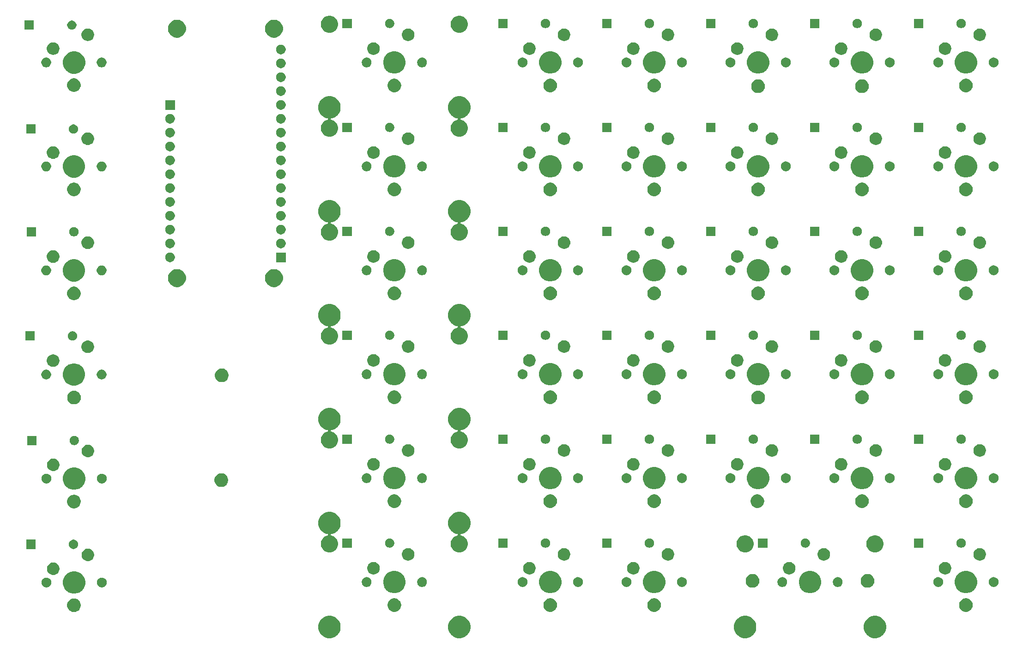
<source format=gts>
G04 #@! TF.GenerationSoftware,KiCad,Pcbnew,5.1.5*
G04 #@! TF.CreationDate,2020-04-06T16:13:34-07:00*
G04 #@! TF.ProjectId,keyboard,6b657962-6f61-4726-942e-6b696361645f,rev?*
G04 #@! TF.SameCoordinates,Original*
G04 #@! TF.FileFunction,Soldermask,Top*
G04 #@! TF.FilePolarity,Negative*
%FSLAX46Y46*%
G04 Gerber Fmt 4.6, Leading zero omitted, Abs format (unit mm)*
G04 Created by KiCad (PCBNEW 5.1.5) date 2020-04-06 16:13:34*
%MOMM*%
%LPD*%
G04 APERTURE LIST*
%ADD10C,0.100000*%
G04 APERTURE END LIST*
D10*
G36*
X138600364Y-158705918D02*
G01*
X138973621Y-158860526D01*
X138973623Y-158860527D01*
X139309546Y-159084984D01*
X139595226Y-159370664D01*
X139819684Y-159706589D01*
X139974292Y-160079846D01*
X140053110Y-160476093D01*
X140053110Y-160880107D01*
X139974292Y-161276354D01*
X139819684Y-161649611D01*
X139819683Y-161649613D01*
X139595226Y-161985536D01*
X139309546Y-162271216D01*
X138973623Y-162495673D01*
X138973622Y-162495674D01*
X138973621Y-162495674D01*
X138600364Y-162650282D01*
X138204117Y-162729100D01*
X137800103Y-162729100D01*
X137403856Y-162650282D01*
X137030599Y-162495674D01*
X137030598Y-162495674D01*
X137030597Y-162495673D01*
X136694674Y-162271216D01*
X136408994Y-161985536D01*
X136184537Y-161649613D01*
X136184536Y-161649611D01*
X136029928Y-161276354D01*
X135951110Y-160880107D01*
X135951110Y-160476093D01*
X136029928Y-160079846D01*
X136184536Y-159706589D01*
X136408994Y-159370664D01*
X136694674Y-159084984D01*
X137030597Y-158860527D01*
X137030599Y-158860526D01*
X137403856Y-158705918D01*
X137800103Y-158627100D01*
X138204117Y-158627100D01*
X138600364Y-158705918D01*
G37*
G36*
X114800364Y-158705918D02*
G01*
X115173621Y-158860526D01*
X115173623Y-158860527D01*
X115509546Y-159084984D01*
X115795226Y-159370664D01*
X116019684Y-159706589D01*
X116174292Y-160079846D01*
X116253110Y-160476093D01*
X116253110Y-160880107D01*
X116174292Y-161276354D01*
X116019684Y-161649611D01*
X116019683Y-161649613D01*
X115795226Y-161985536D01*
X115509546Y-162271216D01*
X115173623Y-162495673D01*
X115173622Y-162495674D01*
X115173621Y-162495674D01*
X114800364Y-162650282D01*
X114404117Y-162729100D01*
X114000103Y-162729100D01*
X113603856Y-162650282D01*
X113230599Y-162495674D01*
X113230598Y-162495674D01*
X113230597Y-162495673D01*
X112894674Y-162271216D01*
X112608994Y-161985536D01*
X112384537Y-161649613D01*
X112384536Y-161649611D01*
X112229928Y-161276354D01*
X112151110Y-160880107D01*
X112151110Y-160476093D01*
X112229928Y-160079846D01*
X112384536Y-159706589D01*
X112608994Y-159370664D01*
X112894674Y-159084984D01*
X113230597Y-158860527D01*
X113230599Y-158860526D01*
X113603856Y-158705918D01*
X114000103Y-158627100D01*
X114404117Y-158627100D01*
X114800364Y-158705918D01*
G37*
G36*
X214800364Y-158705918D02*
G01*
X215173621Y-158860526D01*
X215173623Y-158860527D01*
X215509546Y-159084984D01*
X215795226Y-159370664D01*
X216019684Y-159706589D01*
X216174292Y-160079846D01*
X216253110Y-160476093D01*
X216253110Y-160880107D01*
X216174292Y-161276354D01*
X216019684Y-161649611D01*
X216019683Y-161649613D01*
X215795226Y-161985536D01*
X215509546Y-162271216D01*
X215173623Y-162495673D01*
X215173622Y-162495674D01*
X215173621Y-162495674D01*
X214800364Y-162650282D01*
X214404117Y-162729100D01*
X214000103Y-162729100D01*
X213603856Y-162650282D01*
X213230599Y-162495674D01*
X213230598Y-162495674D01*
X213230597Y-162495673D01*
X212894674Y-162271216D01*
X212608994Y-161985536D01*
X212384537Y-161649613D01*
X212384536Y-161649611D01*
X212229928Y-161276354D01*
X212151110Y-160880107D01*
X212151110Y-160476093D01*
X212229928Y-160079846D01*
X212384536Y-159706589D01*
X212608994Y-159370664D01*
X212894674Y-159084984D01*
X213230597Y-158860527D01*
X213230599Y-158860526D01*
X213603856Y-158705918D01*
X214000103Y-158627100D01*
X214404117Y-158627100D01*
X214800364Y-158705918D01*
G37*
G36*
X191000364Y-158705918D02*
G01*
X191373621Y-158860526D01*
X191373623Y-158860527D01*
X191709546Y-159084984D01*
X191995226Y-159370664D01*
X192219684Y-159706589D01*
X192374292Y-160079846D01*
X192453110Y-160476093D01*
X192453110Y-160880107D01*
X192374292Y-161276354D01*
X192219684Y-161649611D01*
X192219683Y-161649613D01*
X191995226Y-161985536D01*
X191709546Y-162271216D01*
X191373623Y-162495673D01*
X191373622Y-162495674D01*
X191373621Y-162495674D01*
X191000364Y-162650282D01*
X190604117Y-162729100D01*
X190200103Y-162729100D01*
X189803856Y-162650282D01*
X189430599Y-162495674D01*
X189430598Y-162495674D01*
X189430597Y-162495673D01*
X189094674Y-162271216D01*
X188808994Y-161985536D01*
X188584537Y-161649613D01*
X188584536Y-161649611D01*
X188429928Y-161276354D01*
X188351110Y-160880107D01*
X188351110Y-160476093D01*
X188429928Y-160079846D01*
X188584536Y-159706589D01*
X188808994Y-159370664D01*
X189094674Y-159084984D01*
X189430597Y-158860527D01*
X189430599Y-158860526D01*
X189803856Y-158705918D01*
X190200103Y-158627100D01*
X190604117Y-158627100D01*
X191000364Y-158705918D01*
G37*
G36*
X67578785Y-155457925D02*
G01*
X67738403Y-155489675D01*
X67966071Y-155583978D01*
X68170966Y-155720885D01*
X68345215Y-155895134D01*
X68482122Y-156100029D01*
X68482123Y-156100031D01*
X68576425Y-156327697D01*
X68618185Y-156537636D01*
X68624500Y-156569387D01*
X68624500Y-156815813D01*
X68576425Y-157057503D01*
X68482122Y-157285171D01*
X68345215Y-157490066D01*
X68170966Y-157664315D01*
X67966071Y-157801222D01*
X67966070Y-157801223D01*
X67966069Y-157801223D01*
X67738403Y-157895525D01*
X67496714Y-157943600D01*
X67250286Y-157943600D01*
X67008597Y-157895525D01*
X66780931Y-157801223D01*
X66780930Y-157801223D01*
X66780929Y-157801222D01*
X66576034Y-157664315D01*
X66401785Y-157490066D01*
X66264878Y-157285171D01*
X66170575Y-157057503D01*
X66122500Y-156815813D01*
X66122500Y-156569387D01*
X66128816Y-156537636D01*
X66170575Y-156327697D01*
X66264877Y-156100031D01*
X66264878Y-156100029D01*
X66401785Y-155895134D01*
X66576034Y-155720885D01*
X66780929Y-155583978D01*
X67008597Y-155489675D01*
X67168215Y-155457925D01*
X67250286Y-155441600D01*
X67496714Y-155441600D01*
X67578785Y-155457925D01*
G37*
G36*
X126467013Y-155457925D02*
G01*
X126543665Y-155489675D01*
X126694681Y-155552228D01*
X126899576Y-155689135D01*
X127073825Y-155863384D01*
X127095041Y-155895136D01*
X127210733Y-156068281D01*
X127305035Y-156295947D01*
X127353110Y-156537636D01*
X127353110Y-156784064D01*
X127305035Y-157025753D01*
X127210732Y-157253421D01*
X127073825Y-157458316D01*
X126899576Y-157632565D01*
X126694681Y-157769472D01*
X126694680Y-157769473D01*
X126694679Y-157769473D01*
X126467013Y-157863775D01*
X126225324Y-157911850D01*
X125978896Y-157911850D01*
X125737207Y-157863775D01*
X125509541Y-157769473D01*
X125509540Y-157769473D01*
X125509539Y-157769472D01*
X125304644Y-157632565D01*
X125130395Y-157458316D01*
X124993488Y-157253421D01*
X124899185Y-157025753D01*
X124851110Y-156784064D01*
X124851110Y-156537636D01*
X124899185Y-156295947D01*
X124993487Y-156068281D01*
X125109179Y-155895136D01*
X125130395Y-155863384D01*
X125304644Y-155689135D01*
X125509539Y-155552228D01*
X125660556Y-155489675D01*
X125737207Y-155457925D01*
X125978896Y-155409850D01*
X126225324Y-155409850D01*
X126467013Y-155457925D01*
G37*
G36*
X231242013Y-155457925D02*
G01*
X231318665Y-155489675D01*
X231469681Y-155552228D01*
X231674576Y-155689135D01*
X231848825Y-155863384D01*
X231870041Y-155895136D01*
X231985733Y-156068281D01*
X232080035Y-156295947D01*
X232128110Y-156537636D01*
X232128110Y-156784064D01*
X232080035Y-157025753D01*
X231985732Y-157253421D01*
X231848825Y-157458316D01*
X231674576Y-157632565D01*
X231469681Y-157769472D01*
X231469680Y-157769473D01*
X231469679Y-157769473D01*
X231242013Y-157863775D01*
X231000324Y-157911850D01*
X230753896Y-157911850D01*
X230512207Y-157863775D01*
X230284541Y-157769473D01*
X230284540Y-157769473D01*
X230284539Y-157769472D01*
X230079644Y-157632565D01*
X229905395Y-157458316D01*
X229768488Y-157253421D01*
X229674185Y-157025753D01*
X229626110Y-156784064D01*
X229626110Y-156537636D01*
X229674185Y-156295947D01*
X229768487Y-156068281D01*
X229884179Y-155895136D01*
X229905395Y-155863384D01*
X230079644Y-155689135D01*
X230284539Y-155552228D01*
X230435556Y-155489675D01*
X230512207Y-155457925D01*
X230753896Y-155409850D01*
X231000324Y-155409850D01*
X231242013Y-155457925D01*
G37*
G36*
X174092013Y-155457925D02*
G01*
X174168665Y-155489675D01*
X174319681Y-155552228D01*
X174524576Y-155689135D01*
X174698825Y-155863384D01*
X174720041Y-155895136D01*
X174835733Y-156068281D01*
X174930035Y-156295947D01*
X174978110Y-156537636D01*
X174978110Y-156784064D01*
X174930035Y-157025753D01*
X174835732Y-157253421D01*
X174698825Y-157458316D01*
X174524576Y-157632565D01*
X174319681Y-157769472D01*
X174319680Y-157769473D01*
X174319679Y-157769473D01*
X174092013Y-157863775D01*
X173850324Y-157911850D01*
X173603896Y-157911850D01*
X173362207Y-157863775D01*
X173134541Y-157769473D01*
X173134540Y-157769473D01*
X173134539Y-157769472D01*
X172929644Y-157632565D01*
X172755395Y-157458316D01*
X172618488Y-157253421D01*
X172524185Y-157025753D01*
X172476110Y-156784064D01*
X172476110Y-156537636D01*
X172524185Y-156295947D01*
X172618487Y-156068281D01*
X172734179Y-155895136D01*
X172755395Y-155863384D01*
X172929644Y-155689135D01*
X173134539Y-155552228D01*
X173285556Y-155489675D01*
X173362207Y-155457925D01*
X173603896Y-155409850D01*
X173850324Y-155409850D01*
X174092013Y-155457925D01*
G37*
G36*
X155042013Y-155457925D02*
G01*
X155118665Y-155489675D01*
X155269681Y-155552228D01*
X155474576Y-155689135D01*
X155648825Y-155863384D01*
X155670041Y-155895136D01*
X155785733Y-156068281D01*
X155880035Y-156295947D01*
X155928110Y-156537636D01*
X155928110Y-156784064D01*
X155880035Y-157025753D01*
X155785732Y-157253421D01*
X155648825Y-157458316D01*
X155474576Y-157632565D01*
X155269681Y-157769472D01*
X155269680Y-157769473D01*
X155269679Y-157769473D01*
X155042013Y-157863775D01*
X154800324Y-157911850D01*
X154553896Y-157911850D01*
X154312207Y-157863775D01*
X154084541Y-157769473D01*
X154084540Y-157769473D01*
X154084539Y-157769472D01*
X153879644Y-157632565D01*
X153705395Y-157458316D01*
X153568488Y-157253421D01*
X153474185Y-157025753D01*
X153426110Y-156784064D01*
X153426110Y-156537636D01*
X153474185Y-156295947D01*
X153568487Y-156068281D01*
X153684179Y-155895136D01*
X153705395Y-155863384D01*
X153879644Y-155689135D01*
X154084539Y-155552228D01*
X154235556Y-155489675D01*
X154312207Y-155457925D01*
X154553896Y-155409850D01*
X154800324Y-155409850D01*
X155042013Y-155457925D01*
G37*
G36*
X67984454Y-150554818D02*
G01*
X68357711Y-150709426D01*
X68357713Y-150709427D01*
X68693636Y-150933884D01*
X68979316Y-151219564D01*
X69112164Y-151418384D01*
X69203774Y-151555489D01*
X69358382Y-151928746D01*
X69437200Y-152324993D01*
X69437200Y-152729007D01*
X69358382Y-153125254D01*
X69216888Y-153466850D01*
X69203773Y-153498513D01*
X68979316Y-153834436D01*
X68693636Y-154120116D01*
X68357713Y-154344573D01*
X68357712Y-154344574D01*
X68357711Y-154344574D01*
X67984454Y-154499182D01*
X67588207Y-154578000D01*
X67184193Y-154578000D01*
X66787946Y-154499182D01*
X66414689Y-154344574D01*
X66414688Y-154344574D01*
X66414687Y-154344573D01*
X66078764Y-154120116D01*
X65793084Y-153834436D01*
X65568627Y-153498513D01*
X65555512Y-153466850D01*
X65414018Y-153125254D01*
X65335200Y-152729007D01*
X65335200Y-152324993D01*
X65414018Y-151928746D01*
X65568626Y-151555489D01*
X65660237Y-151418384D01*
X65793084Y-151219564D01*
X66078764Y-150933884D01*
X66414687Y-150709427D01*
X66414689Y-150709426D01*
X66787946Y-150554818D01*
X67184193Y-150476000D01*
X67588207Y-150476000D01*
X67984454Y-150554818D01*
G37*
G36*
X202900364Y-150465918D02*
G01*
X203273621Y-150620526D01*
X203273623Y-150620527D01*
X203609546Y-150844984D01*
X203895226Y-151130664D01*
X204087475Y-151418384D01*
X204119684Y-151466589D01*
X204274292Y-151839846D01*
X204353110Y-152236093D01*
X204353110Y-152640107D01*
X204274292Y-153036354D01*
X204126409Y-153393375D01*
X204119683Y-153409613D01*
X203895226Y-153745536D01*
X203609546Y-154031216D01*
X203273623Y-154255673D01*
X203273622Y-154255674D01*
X203273621Y-154255674D01*
X202900364Y-154410282D01*
X202504117Y-154489100D01*
X202100103Y-154489100D01*
X201703856Y-154410282D01*
X201330599Y-154255674D01*
X201330598Y-154255674D01*
X201330597Y-154255673D01*
X200994674Y-154031216D01*
X200708994Y-153745536D01*
X200484537Y-153409613D01*
X200477811Y-153393375D01*
X200329928Y-153036354D01*
X200251110Y-152640107D01*
X200251110Y-152236093D01*
X200329928Y-151839846D01*
X200484536Y-151466589D01*
X200516746Y-151418384D01*
X200708994Y-151130664D01*
X200994674Y-150844984D01*
X201330597Y-150620527D01*
X201330599Y-150620526D01*
X201703856Y-150465918D01*
X202100103Y-150387100D01*
X202504117Y-150387100D01*
X202900364Y-150465918D01*
G37*
G36*
X155275364Y-150465918D02*
G01*
X155648621Y-150620526D01*
X155648623Y-150620527D01*
X155984546Y-150844984D01*
X156270226Y-151130664D01*
X156462475Y-151418384D01*
X156494684Y-151466589D01*
X156649292Y-151839846D01*
X156728110Y-152236093D01*
X156728110Y-152640107D01*
X156649292Y-153036354D01*
X156501409Y-153393375D01*
X156494683Y-153409613D01*
X156270226Y-153745536D01*
X155984546Y-154031216D01*
X155648623Y-154255673D01*
X155648622Y-154255674D01*
X155648621Y-154255674D01*
X155275364Y-154410282D01*
X154879117Y-154489100D01*
X154475103Y-154489100D01*
X154078856Y-154410282D01*
X153705599Y-154255674D01*
X153705598Y-154255674D01*
X153705597Y-154255673D01*
X153369674Y-154031216D01*
X153083994Y-153745536D01*
X152859537Y-153409613D01*
X152852811Y-153393375D01*
X152704928Y-153036354D01*
X152626110Y-152640107D01*
X152626110Y-152236093D01*
X152704928Y-151839846D01*
X152859536Y-151466589D01*
X152891746Y-151418384D01*
X153083994Y-151130664D01*
X153369674Y-150844984D01*
X153705597Y-150620527D01*
X153705599Y-150620526D01*
X154078856Y-150465918D01*
X154475103Y-150387100D01*
X154879117Y-150387100D01*
X155275364Y-150465918D01*
G37*
G36*
X174325364Y-150465918D02*
G01*
X174698621Y-150620526D01*
X174698623Y-150620527D01*
X175034546Y-150844984D01*
X175320226Y-151130664D01*
X175512475Y-151418384D01*
X175544684Y-151466589D01*
X175699292Y-151839846D01*
X175778110Y-152236093D01*
X175778110Y-152640107D01*
X175699292Y-153036354D01*
X175551409Y-153393375D01*
X175544683Y-153409613D01*
X175320226Y-153745536D01*
X175034546Y-154031216D01*
X174698623Y-154255673D01*
X174698622Y-154255674D01*
X174698621Y-154255674D01*
X174325364Y-154410282D01*
X173929117Y-154489100D01*
X173525103Y-154489100D01*
X173128856Y-154410282D01*
X172755599Y-154255674D01*
X172755598Y-154255674D01*
X172755597Y-154255673D01*
X172419674Y-154031216D01*
X172133994Y-153745536D01*
X171909537Y-153409613D01*
X171902811Y-153393375D01*
X171754928Y-153036354D01*
X171676110Y-152640107D01*
X171676110Y-152236093D01*
X171754928Y-151839846D01*
X171909536Y-151466589D01*
X171941746Y-151418384D01*
X172133994Y-151130664D01*
X172419674Y-150844984D01*
X172755597Y-150620527D01*
X172755599Y-150620526D01*
X173128856Y-150465918D01*
X173525103Y-150387100D01*
X173929117Y-150387100D01*
X174325364Y-150465918D01*
G37*
G36*
X126700364Y-150465918D02*
G01*
X127073621Y-150620526D01*
X127073623Y-150620527D01*
X127409546Y-150844984D01*
X127695226Y-151130664D01*
X127887475Y-151418384D01*
X127919684Y-151466589D01*
X128074292Y-151839846D01*
X128153110Y-152236093D01*
X128153110Y-152640107D01*
X128074292Y-153036354D01*
X127926409Y-153393375D01*
X127919683Y-153409613D01*
X127695226Y-153745536D01*
X127409546Y-154031216D01*
X127073623Y-154255673D01*
X127073622Y-154255674D01*
X127073621Y-154255674D01*
X126700364Y-154410282D01*
X126304117Y-154489100D01*
X125900103Y-154489100D01*
X125503856Y-154410282D01*
X125130599Y-154255674D01*
X125130598Y-154255674D01*
X125130597Y-154255673D01*
X124794674Y-154031216D01*
X124508994Y-153745536D01*
X124284537Y-153409613D01*
X124277811Y-153393375D01*
X124129928Y-153036354D01*
X124051110Y-152640107D01*
X124051110Y-152236093D01*
X124129928Y-151839846D01*
X124284536Y-151466589D01*
X124316746Y-151418384D01*
X124508994Y-151130664D01*
X124794674Y-150844984D01*
X125130597Y-150620527D01*
X125130599Y-150620526D01*
X125503856Y-150465918D01*
X125900103Y-150387100D01*
X126304117Y-150387100D01*
X126700364Y-150465918D01*
G37*
G36*
X231475364Y-150465918D02*
G01*
X231848621Y-150620526D01*
X231848623Y-150620527D01*
X232184546Y-150844984D01*
X232470226Y-151130664D01*
X232662475Y-151418384D01*
X232694684Y-151466589D01*
X232849292Y-151839846D01*
X232928110Y-152236093D01*
X232928110Y-152640107D01*
X232849292Y-153036354D01*
X232701409Y-153393375D01*
X232694683Y-153409613D01*
X232470226Y-153745536D01*
X232184546Y-154031216D01*
X231848623Y-154255673D01*
X231848622Y-154255674D01*
X231848621Y-154255674D01*
X231475364Y-154410282D01*
X231079117Y-154489100D01*
X230675103Y-154489100D01*
X230278856Y-154410282D01*
X229905599Y-154255674D01*
X229905598Y-154255674D01*
X229905597Y-154255673D01*
X229569674Y-154031216D01*
X229283994Y-153745536D01*
X229059537Y-153409613D01*
X229052811Y-153393375D01*
X228904928Y-153036354D01*
X228826110Y-152640107D01*
X228826110Y-152236093D01*
X228904928Y-151839846D01*
X229059536Y-151466589D01*
X229091746Y-151418384D01*
X229283994Y-151130664D01*
X229569674Y-150844984D01*
X229905597Y-150620527D01*
X229905599Y-150620526D01*
X230278856Y-150465918D01*
X230675103Y-150387100D01*
X231079117Y-150387100D01*
X231475364Y-150465918D01*
G37*
G36*
X213167508Y-151004868D02*
G01*
X213208013Y-151012925D01*
X213435681Y-151107228D01*
X213640576Y-151244135D01*
X213814825Y-151418384D01*
X213951732Y-151623279D01*
X214046035Y-151850947D01*
X214094110Y-152092637D01*
X214094110Y-152339063D01*
X214046035Y-152580753D01*
X213951732Y-152808421D01*
X213814825Y-153013316D01*
X213640576Y-153187565D01*
X213435681Y-153324472D01*
X213435680Y-153324473D01*
X213435679Y-153324473D01*
X213208013Y-153418775D01*
X212966324Y-153466850D01*
X212719896Y-153466850D01*
X212478207Y-153418775D01*
X212250541Y-153324473D01*
X212250540Y-153324473D01*
X212250539Y-153324472D01*
X212045644Y-153187565D01*
X211871395Y-153013316D01*
X211734488Y-152808421D01*
X211640185Y-152580753D01*
X211592110Y-152339063D01*
X211592110Y-152092637D01*
X211640185Y-151850947D01*
X211734488Y-151623279D01*
X211871395Y-151418384D01*
X212045644Y-151244135D01*
X212250539Y-151107228D01*
X212478207Y-151012925D01*
X212518712Y-151004868D01*
X212719896Y-150964850D01*
X212966324Y-150964850D01*
X213167508Y-151004868D01*
G37*
G36*
X192085508Y-151004868D02*
G01*
X192126013Y-151012925D01*
X192353681Y-151107228D01*
X192558576Y-151244135D01*
X192732825Y-151418384D01*
X192869732Y-151623279D01*
X192964035Y-151850947D01*
X193012110Y-152092637D01*
X193012110Y-152339063D01*
X192964035Y-152580753D01*
X192869732Y-152808421D01*
X192732825Y-153013316D01*
X192558576Y-153187565D01*
X192353681Y-153324472D01*
X192353680Y-153324473D01*
X192353679Y-153324473D01*
X192126013Y-153418775D01*
X191884324Y-153466850D01*
X191637896Y-153466850D01*
X191396207Y-153418775D01*
X191168541Y-153324473D01*
X191168540Y-153324473D01*
X191168539Y-153324472D01*
X190963644Y-153187565D01*
X190789395Y-153013316D01*
X190652488Y-152808421D01*
X190558185Y-152580753D01*
X190510110Y-152339063D01*
X190510110Y-152092637D01*
X190558185Y-151850947D01*
X190652488Y-151623279D01*
X190789395Y-151418384D01*
X190963644Y-151244135D01*
X191168539Y-151107228D01*
X191396207Y-151012925D01*
X191436712Y-151004868D01*
X191637896Y-150964850D01*
X191884324Y-150964850D01*
X192085508Y-151004868D01*
G37*
G36*
X72579712Y-151630927D02*
G01*
X72729012Y-151660624D01*
X72892984Y-151728544D01*
X73040554Y-151827147D01*
X73166053Y-151952646D01*
X73264656Y-152100216D01*
X73332576Y-152264188D01*
X73367200Y-152438259D01*
X73367200Y-152615741D01*
X73332576Y-152789812D01*
X73264656Y-152953784D01*
X73166053Y-153101354D01*
X73040554Y-153226853D01*
X72892984Y-153325456D01*
X72729012Y-153393376D01*
X72601319Y-153418775D01*
X72554942Y-153428000D01*
X72377458Y-153428000D01*
X72331081Y-153418775D01*
X72203388Y-153393376D01*
X72039416Y-153325456D01*
X71891846Y-153226853D01*
X71766347Y-153101354D01*
X71667744Y-152953784D01*
X71599824Y-152789812D01*
X71565200Y-152615741D01*
X71565200Y-152438259D01*
X71599824Y-152264188D01*
X71667744Y-152100216D01*
X71766347Y-151952646D01*
X71891846Y-151827147D01*
X72039416Y-151728544D01*
X72203388Y-151660624D01*
X72352688Y-151630927D01*
X72377458Y-151626000D01*
X72554942Y-151626000D01*
X72579712Y-151630927D01*
G37*
G36*
X62419712Y-151630927D02*
G01*
X62569012Y-151660624D01*
X62732984Y-151728544D01*
X62880554Y-151827147D01*
X63006053Y-151952646D01*
X63104656Y-152100216D01*
X63172576Y-152264188D01*
X63207200Y-152438259D01*
X63207200Y-152615741D01*
X63172576Y-152789812D01*
X63104656Y-152953784D01*
X63006053Y-153101354D01*
X62880554Y-153226853D01*
X62732984Y-153325456D01*
X62569012Y-153393376D01*
X62441319Y-153418775D01*
X62394942Y-153428000D01*
X62217458Y-153428000D01*
X62171081Y-153418775D01*
X62043388Y-153393376D01*
X61879416Y-153325456D01*
X61731846Y-153226853D01*
X61606347Y-153101354D01*
X61507744Y-152953784D01*
X61439824Y-152789812D01*
X61405200Y-152615741D01*
X61405200Y-152438259D01*
X61439824Y-152264188D01*
X61507744Y-152100216D01*
X61606347Y-151952646D01*
X61731846Y-151827147D01*
X61879416Y-151728544D01*
X62043388Y-151660624D01*
X62192688Y-151630927D01*
X62217458Y-151626000D01*
X62394942Y-151626000D01*
X62419712Y-151630927D01*
G37*
G36*
X207495622Y-151542027D02*
G01*
X207644922Y-151571724D01*
X207808894Y-151639644D01*
X207956464Y-151738247D01*
X208081963Y-151863746D01*
X208180566Y-152011316D01*
X208248486Y-152175288D01*
X208283110Y-152349359D01*
X208283110Y-152526841D01*
X208248486Y-152700912D01*
X208180566Y-152864884D01*
X208081963Y-153012454D01*
X207956464Y-153137953D01*
X207808894Y-153236556D01*
X207644922Y-153304476D01*
X207495622Y-153334173D01*
X207470852Y-153339100D01*
X207293368Y-153339100D01*
X207268598Y-153334173D01*
X207119298Y-153304476D01*
X206955326Y-153236556D01*
X206807756Y-153137953D01*
X206682257Y-153012454D01*
X206583654Y-152864884D01*
X206515734Y-152700912D01*
X206481110Y-152526841D01*
X206481110Y-152349359D01*
X206515734Y-152175288D01*
X206583654Y-152011316D01*
X206682257Y-151863746D01*
X206807756Y-151738247D01*
X206955326Y-151639644D01*
X207119298Y-151571724D01*
X207268598Y-151542027D01*
X207293368Y-151537100D01*
X207470852Y-151537100D01*
X207495622Y-151542027D01*
G37*
G36*
X236070622Y-151542027D02*
G01*
X236219922Y-151571724D01*
X236383894Y-151639644D01*
X236531464Y-151738247D01*
X236656963Y-151863746D01*
X236755566Y-152011316D01*
X236823486Y-152175288D01*
X236858110Y-152349359D01*
X236858110Y-152526841D01*
X236823486Y-152700912D01*
X236755566Y-152864884D01*
X236656963Y-153012454D01*
X236531464Y-153137953D01*
X236383894Y-153236556D01*
X236219922Y-153304476D01*
X236070622Y-153334173D01*
X236045852Y-153339100D01*
X235868368Y-153339100D01*
X235843598Y-153334173D01*
X235694298Y-153304476D01*
X235530326Y-153236556D01*
X235382756Y-153137953D01*
X235257257Y-153012454D01*
X235158654Y-152864884D01*
X235090734Y-152700912D01*
X235056110Y-152526841D01*
X235056110Y-152349359D01*
X235090734Y-152175288D01*
X235158654Y-152011316D01*
X235257257Y-151863746D01*
X235382756Y-151738247D01*
X235530326Y-151639644D01*
X235694298Y-151571724D01*
X235843598Y-151542027D01*
X235868368Y-151537100D01*
X236045852Y-151537100D01*
X236070622Y-151542027D01*
G37*
G36*
X225910622Y-151542027D02*
G01*
X226059922Y-151571724D01*
X226223894Y-151639644D01*
X226371464Y-151738247D01*
X226496963Y-151863746D01*
X226595566Y-152011316D01*
X226663486Y-152175288D01*
X226698110Y-152349359D01*
X226698110Y-152526841D01*
X226663486Y-152700912D01*
X226595566Y-152864884D01*
X226496963Y-153012454D01*
X226371464Y-153137953D01*
X226223894Y-153236556D01*
X226059922Y-153304476D01*
X225910622Y-153334173D01*
X225885852Y-153339100D01*
X225708368Y-153339100D01*
X225683598Y-153334173D01*
X225534298Y-153304476D01*
X225370326Y-153236556D01*
X225222756Y-153137953D01*
X225097257Y-153012454D01*
X224998654Y-152864884D01*
X224930734Y-152700912D01*
X224896110Y-152526841D01*
X224896110Y-152349359D01*
X224930734Y-152175288D01*
X224998654Y-152011316D01*
X225097257Y-151863746D01*
X225222756Y-151738247D01*
X225370326Y-151639644D01*
X225534298Y-151571724D01*
X225683598Y-151542027D01*
X225708368Y-151537100D01*
X225885852Y-151537100D01*
X225910622Y-151542027D01*
G37*
G36*
X121135622Y-151542027D02*
G01*
X121284922Y-151571724D01*
X121448894Y-151639644D01*
X121596464Y-151738247D01*
X121721963Y-151863746D01*
X121820566Y-152011316D01*
X121888486Y-152175288D01*
X121923110Y-152349359D01*
X121923110Y-152526841D01*
X121888486Y-152700912D01*
X121820566Y-152864884D01*
X121721963Y-153012454D01*
X121596464Y-153137953D01*
X121448894Y-153236556D01*
X121284922Y-153304476D01*
X121135622Y-153334173D01*
X121110852Y-153339100D01*
X120933368Y-153339100D01*
X120908598Y-153334173D01*
X120759298Y-153304476D01*
X120595326Y-153236556D01*
X120447756Y-153137953D01*
X120322257Y-153012454D01*
X120223654Y-152864884D01*
X120155734Y-152700912D01*
X120121110Y-152526841D01*
X120121110Y-152349359D01*
X120155734Y-152175288D01*
X120223654Y-152011316D01*
X120322257Y-151863746D01*
X120447756Y-151738247D01*
X120595326Y-151639644D01*
X120759298Y-151571724D01*
X120908598Y-151542027D01*
X120933368Y-151537100D01*
X121110852Y-151537100D01*
X121135622Y-151542027D01*
G37*
G36*
X131295622Y-151542027D02*
G01*
X131444922Y-151571724D01*
X131608894Y-151639644D01*
X131756464Y-151738247D01*
X131881963Y-151863746D01*
X131980566Y-152011316D01*
X132048486Y-152175288D01*
X132083110Y-152349359D01*
X132083110Y-152526841D01*
X132048486Y-152700912D01*
X131980566Y-152864884D01*
X131881963Y-153012454D01*
X131756464Y-153137953D01*
X131608894Y-153236556D01*
X131444922Y-153304476D01*
X131295622Y-153334173D01*
X131270852Y-153339100D01*
X131093368Y-153339100D01*
X131068598Y-153334173D01*
X130919298Y-153304476D01*
X130755326Y-153236556D01*
X130607756Y-153137953D01*
X130482257Y-153012454D01*
X130383654Y-152864884D01*
X130315734Y-152700912D01*
X130281110Y-152526841D01*
X130281110Y-152349359D01*
X130315734Y-152175288D01*
X130383654Y-152011316D01*
X130482257Y-151863746D01*
X130607756Y-151738247D01*
X130755326Y-151639644D01*
X130919298Y-151571724D01*
X131068598Y-151542027D01*
X131093368Y-151537100D01*
X131270852Y-151537100D01*
X131295622Y-151542027D01*
G37*
G36*
X168760622Y-151542027D02*
G01*
X168909922Y-151571724D01*
X169073894Y-151639644D01*
X169221464Y-151738247D01*
X169346963Y-151863746D01*
X169445566Y-152011316D01*
X169513486Y-152175288D01*
X169548110Y-152349359D01*
X169548110Y-152526841D01*
X169513486Y-152700912D01*
X169445566Y-152864884D01*
X169346963Y-153012454D01*
X169221464Y-153137953D01*
X169073894Y-153236556D01*
X168909922Y-153304476D01*
X168760622Y-153334173D01*
X168735852Y-153339100D01*
X168558368Y-153339100D01*
X168533598Y-153334173D01*
X168384298Y-153304476D01*
X168220326Y-153236556D01*
X168072756Y-153137953D01*
X167947257Y-153012454D01*
X167848654Y-152864884D01*
X167780734Y-152700912D01*
X167746110Y-152526841D01*
X167746110Y-152349359D01*
X167780734Y-152175288D01*
X167848654Y-152011316D01*
X167947257Y-151863746D01*
X168072756Y-151738247D01*
X168220326Y-151639644D01*
X168384298Y-151571724D01*
X168533598Y-151542027D01*
X168558368Y-151537100D01*
X168735852Y-151537100D01*
X168760622Y-151542027D01*
G37*
G36*
X197335622Y-151542027D02*
G01*
X197484922Y-151571724D01*
X197648894Y-151639644D01*
X197796464Y-151738247D01*
X197921963Y-151863746D01*
X198020566Y-152011316D01*
X198088486Y-152175288D01*
X198123110Y-152349359D01*
X198123110Y-152526841D01*
X198088486Y-152700912D01*
X198020566Y-152864884D01*
X197921963Y-153012454D01*
X197796464Y-153137953D01*
X197648894Y-153236556D01*
X197484922Y-153304476D01*
X197335622Y-153334173D01*
X197310852Y-153339100D01*
X197133368Y-153339100D01*
X197108598Y-153334173D01*
X196959298Y-153304476D01*
X196795326Y-153236556D01*
X196647756Y-153137953D01*
X196522257Y-153012454D01*
X196423654Y-152864884D01*
X196355734Y-152700912D01*
X196321110Y-152526841D01*
X196321110Y-152349359D01*
X196355734Y-152175288D01*
X196423654Y-152011316D01*
X196522257Y-151863746D01*
X196647756Y-151738247D01*
X196795326Y-151639644D01*
X196959298Y-151571724D01*
X197108598Y-151542027D01*
X197133368Y-151537100D01*
X197310852Y-151537100D01*
X197335622Y-151542027D01*
G37*
G36*
X178920622Y-151542027D02*
G01*
X179069922Y-151571724D01*
X179233894Y-151639644D01*
X179381464Y-151738247D01*
X179506963Y-151863746D01*
X179605566Y-152011316D01*
X179673486Y-152175288D01*
X179708110Y-152349359D01*
X179708110Y-152526841D01*
X179673486Y-152700912D01*
X179605566Y-152864884D01*
X179506963Y-153012454D01*
X179381464Y-153137953D01*
X179233894Y-153236556D01*
X179069922Y-153304476D01*
X178920622Y-153334173D01*
X178895852Y-153339100D01*
X178718368Y-153339100D01*
X178693598Y-153334173D01*
X178544298Y-153304476D01*
X178380326Y-153236556D01*
X178232756Y-153137953D01*
X178107257Y-153012454D01*
X178008654Y-152864884D01*
X177940734Y-152700912D01*
X177906110Y-152526841D01*
X177906110Y-152349359D01*
X177940734Y-152175288D01*
X178008654Y-152011316D01*
X178107257Y-151863746D01*
X178232756Y-151738247D01*
X178380326Y-151639644D01*
X178544298Y-151571724D01*
X178693598Y-151542027D01*
X178718368Y-151537100D01*
X178895852Y-151537100D01*
X178920622Y-151542027D01*
G37*
G36*
X159870622Y-151542027D02*
G01*
X160019922Y-151571724D01*
X160183894Y-151639644D01*
X160331464Y-151738247D01*
X160456963Y-151863746D01*
X160555566Y-152011316D01*
X160623486Y-152175288D01*
X160658110Y-152349359D01*
X160658110Y-152526841D01*
X160623486Y-152700912D01*
X160555566Y-152864884D01*
X160456963Y-153012454D01*
X160331464Y-153137953D01*
X160183894Y-153236556D01*
X160019922Y-153304476D01*
X159870622Y-153334173D01*
X159845852Y-153339100D01*
X159668368Y-153339100D01*
X159643598Y-153334173D01*
X159494298Y-153304476D01*
X159330326Y-153236556D01*
X159182756Y-153137953D01*
X159057257Y-153012454D01*
X158958654Y-152864884D01*
X158890734Y-152700912D01*
X158856110Y-152526841D01*
X158856110Y-152349359D01*
X158890734Y-152175288D01*
X158958654Y-152011316D01*
X159057257Y-151863746D01*
X159182756Y-151738247D01*
X159330326Y-151639644D01*
X159494298Y-151571724D01*
X159643598Y-151542027D01*
X159668368Y-151537100D01*
X159845852Y-151537100D01*
X159870622Y-151542027D01*
G37*
G36*
X149710622Y-151542027D02*
G01*
X149859922Y-151571724D01*
X150023894Y-151639644D01*
X150171464Y-151738247D01*
X150296963Y-151863746D01*
X150395566Y-152011316D01*
X150463486Y-152175288D01*
X150498110Y-152349359D01*
X150498110Y-152526841D01*
X150463486Y-152700912D01*
X150395566Y-152864884D01*
X150296963Y-153012454D01*
X150171464Y-153137953D01*
X150023894Y-153236556D01*
X149859922Y-153304476D01*
X149710622Y-153334173D01*
X149685852Y-153339100D01*
X149508368Y-153339100D01*
X149483598Y-153334173D01*
X149334298Y-153304476D01*
X149170326Y-153236556D01*
X149022756Y-153137953D01*
X148897257Y-153012454D01*
X148798654Y-152864884D01*
X148730734Y-152700912D01*
X148696110Y-152526841D01*
X148696110Y-152349359D01*
X148730734Y-152175288D01*
X148798654Y-152011316D01*
X148897257Y-151863746D01*
X149022756Y-151738247D01*
X149170326Y-151639644D01*
X149334298Y-151571724D01*
X149483598Y-151542027D01*
X149508368Y-151537100D01*
X149685852Y-151537100D01*
X149710622Y-151542027D01*
G37*
G36*
X63800749Y-148858116D02*
G01*
X63911934Y-148880232D01*
X64121403Y-148966997D01*
X64309920Y-149092960D01*
X64470240Y-149253280D01*
X64596203Y-149441797D01*
X64682968Y-149651266D01*
X64727200Y-149873636D01*
X64727200Y-150100364D01*
X64682968Y-150322734D01*
X64596203Y-150532203D01*
X64470240Y-150720720D01*
X64309920Y-150881040D01*
X64121403Y-151007003D01*
X63911934Y-151093768D01*
X63800749Y-151115884D01*
X63689565Y-151138000D01*
X63462835Y-151138000D01*
X63351651Y-151115884D01*
X63240466Y-151093768D01*
X63030997Y-151007003D01*
X62842480Y-150881040D01*
X62682160Y-150720720D01*
X62556197Y-150532203D01*
X62469432Y-150322734D01*
X62425200Y-150100364D01*
X62425200Y-149873636D01*
X62469432Y-149651266D01*
X62556197Y-149441797D01*
X62682160Y-149253280D01*
X62842480Y-149092960D01*
X63030997Y-148966997D01*
X63240466Y-148880232D01*
X63351651Y-148858116D01*
X63462835Y-148836000D01*
X63689565Y-148836000D01*
X63800749Y-148858116D01*
G37*
G36*
X151091659Y-148769216D02*
G01*
X151202844Y-148791332D01*
X151412313Y-148878097D01*
X151600830Y-149004060D01*
X151761150Y-149164380D01*
X151887113Y-149352897D01*
X151973878Y-149562366D01*
X152018110Y-149784736D01*
X152018110Y-150011464D01*
X151973878Y-150233834D01*
X151887113Y-150443303D01*
X151761150Y-150631820D01*
X151600830Y-150792140D01*
X151412313Y-150918103D01*
X151202844Y-151004868D01*
X151091659Y-151026984D01*
X150980475Y-151049100D01*
X150753745Y-151049100D01*
X150642561Y-151026984D01*
X150531376Y-151004868D01*
X150321907Y-150918103D01*
X150133390Y-150792140D01*
X149973070Y-150631820D01*
X149847107Y-150443303D01*
X149760342Y-150233834D01*
X149716110Y-150011464D01*
X149716110Y-149784736D01*
X149760342Y-149562366D01*
X149847107Y-149352897D01*
X149973070Y-149164380D01*
X150133390Y-149004060D01*
X150321907Y-148878097D01*
X150531376Y-148791332D01*
X150642561Y-148769216D01*
X150753745Y-148747100D01*
X150980475Y-148747100D01*
X151091659Y-148769216D01*
G37*
G36*
X227291659Y-148769216D02*
G01*
X227402844Y-148791332D01*
X227612313Y-148878097D01*
X227800830Y-149004060D01*
X227961150Y-149164380D01*
X228087113Y-149352897D01*
X228173878Y-149562366D01*
X228218110Y-149784736D01*
X228218110Y-150011464D01*
X228173878Y-150233834D01*
X228087113Y-150443303D01*
X227961150Y-150631820D01*
X227800830Y-150792140D01*
X227612313Y-150918103D01*
X227402844Y-151004868D01*
X227291659Y-151026984D01*
X227180475Y-151049100D01*
X226953745Y-151049100D01*
X226842561Y-151026984D01*
X226731376Y-151004868D01*
X226521907Y-150918103D01*
X226333390Y-150792140D01*
X226173070Y-150631820D01*
X226047107Y-150443303D01*
X225960342Y-150233834D01*
X225916110Y-150011464D01*
X225916110Y-149784736D01*
X225960342Y-149562366D01*
X226047107Y-149352897D01*
X226173070Y-149164380D01*
X226333390Y-149004060D01*
X226521907Y-148878097D01*
X226731376Y-148791332D01*
X226842561Y-148769216D01*
X226953745Y-148747100D01*
X227180475Y-148747100D01*
X227291659Y-148769216D01*
G37*
G36*
X122516659Y-148769216D02*
G01*
X122627844Y-148791332D01*
X122837313Y-148878097D01*
X123025830Y-149004060D01*
X123186150Y-149164380D01*
X123312113Y-149352897D01*
X123398878Y-149562366D01*
X123443110Y-149784736D01*
X123443110Y-150011464D01*
X123398878Y-150233834D01*
X123312113Y-150443303D01*
X123186150Y-150631820D01*
X123025830Y-150792140D01*
X122837313Y-150918103D01*
X122627844Y-151004868D01*
X122516659Y-151026984D01*
X122405475Y-151049100D01*
X122178745Y-151049100D01*
X122067561Y-151026984D01*
X121956376Y-151004868D01*
X121746907Y-150918103D01*
X121558390Y-150792140D01*
X121398070Y-150631820D01*
X121272107Y-150443303D01*
X121185342Y-150233834D01*
X121141110Y-150011464D01*
X121141110Y-149784736D01*
X121185342Y-149562366D01*
X121272107Y-149352897D01*
X121398070Y-149164380D01*
X121558390Y-149004060D01*
X121746907Y-148878097D01*
X121956376Y-148791332D01*
X122067561Y-148769216D01*
X122178745Y-148747100D01*
X122405475Y-148747100D01*
X122516659Y-148769216D01*
G37*
G36*
X198716659Y-148769216D02*
G01*
X198827844Y-148791332D01*
X199037313Y-148878097D01*
X199225830Y-149004060D01*
X199386150Y-149164380D01*
X199512113Y-149352897D01*
X199598878Y-149562366D01*
X199643110Y-149784736D01*
X199643110Y-150011464D01*
X199598878Y-150233834D01*
X199512113Y-150443303D01*
X199386150Y-150631820D01*
X199225830Y-150792140D01*
X199037313Y-150918103D01*
X198827844Y-151004868D01*
X198716659Y-151026984D01*
X198605475Y-151049100D01*
X198378745Y-151049100D01*
X198267561Y-151026984D01*
X198156376Y-151004868D01*
X197946907Y-150918103D01*
X197758390Y-150792140D01*
X197598070Y-150631820D01*
X197472107Y-150443303D01*
X197385342Y-150233834D01*
X197341110Y-150011464D01*
X197341110Y-149784736D01*
X197385342Y-149562366D01*
X197472107Y-149352897D01*
X197598070Y-149164380D01*
X197758390Y-149004060D01*
X197946907Y-148878097D01*
X198156376Y-148791332D01*
X198267561Y-148769216D01*
X198378745Y-148747100D01*
X198605475Y-148747100D01*
X198716659Y-148769216D01*
G37*
G36*
X170141659Y-148769216D02*
G01*
X170252844Y-148791332D01*
X170462313Y-148878097D01*
X170650830Y-149004060D01*
X170811150Y-149164380D01*
X170937113Y-149352897D01*
X171023878Y-149562366D01*
X171068110Y-149784736D01*
X171068110Y-150011464D01*
X171023878Y-150233834D01*
X170937113Y-150443303D01*
X170811150Y-150631820D01*
X170650830Y-150792140D01*
X170462313Y-150918103D01*
X170252844Y-151004868D01*
X170141659Y-151026984D01*
X170030475Y-151049100D01*
X169803745Y-151049100D01*
X169692561Y-151026984D01*
X169581376Y-151004868D01*
X169371907Y-150918103D01*
X169183390Y-150792140D01*
X169023070Y-150631820D01*
X168897107Y-150443303D01*
X168810342Y-150233834D01*
X168766110Y-150011464D01*
X168766110Y-149784736D01*
X168810342Y-149562366D01*
X168897107Y-149352897D01*
X169023070Y-149164380D01*
X169183390Y-149004060D01*
X169371907Y-148878097D01*
X169581376Y-148791332D01*
X169692561Y-148769216D01*
X169803745Y-148747100D01*
X170030475Y-148747100D01*
X170141659Y-148769216D01*
G37*
G36*
X70150749Y-146318116D02*
G01*
X70261934Y-146340232D01*
X70471403Y-146426997D01*
X70659920Y-146552960D01*
X70820240Y-146713280D01*
X70946203Y-146901797D01*
X71032968Y-147111266D01*
X71077200Y-147333636D01*
X71077200Y-147560364D01*
X71032968Y-147782734D01*
X70946203Y-147992203D01*
X70820240Y-148180720D01*
X70659920Y-148341040D01*
X70471403Y-148467003D01*
X70261934Y-148553768D01*
X70150749Y-148575884D01*
X70039565Y-148598000D01*
X69812835Y-148598000D01*
X69701651Y-148575884D01*
X69590466Y-148553768D01*
X69380997Y-148467003D01*
X69192480Y-148341040D01*
X69032160Y-148180720D01*
X68906197Y-147992203D01*
X68819432Y-147782734D01*
X68775200Y-147560364D01*
X68775200Y-147333636D01*
X68819432Y-147111266D01*
X68906197Y-146901797D01*
X69032160Y-146713280D01*
X69192480Y-146552960D01*
X69380997Y-146426997D01*
X69590466Y-146340232D01*
X69701651Y-146318116D01*
X69812835Y-146296000D01*
X70039565Y-146296000D01*
X70150749Y-146318116D01*
G37*
G36*
X157441659Y-146229216D02*
G01*
X157552844Y-146251332D01*
X157762313Y-146338097D01*
X157950830Y-146464060D01*
X158111150Y-146624380D01*
X158237113Y-146812897D01*
X158323878Y-147022366D01*
X158368110Y-147244736D01*
X158368110Y-147471464D01*
X158323878Y-147693834D01*
X158237113Y-147903303D01*
X158111150Y-148091820D01*
X157950830Y-148252140D01*
X157762313Y-148378103D01*
X157552844Y-148464868D01*
X157441659Y-148486984D01*
X157330475Y-148509100D01*
X157103745Y-148509100D01*
X156992561Y-148486984D01*
X156881376Y-148464868D01*
X156671907Y-148378103D01*
X156483390Y-148252140D01*
X156323070Y-148091820D01*
X156197107Y-147903303D01*
X156110342Y-147693834D01*
X156066110Y-147471464D01*
X156066110Y-147244736D01*
X156110342Y-147022366D01*
X156197107Y-146812897D01*
X156323070Y-146624380D01*
X156483390Y-146464060D01*
X156671907Y-146338097D01*
X156881376Y-146251332D01*
X156992561Y-146229216D01*
X157103745Y-146207100D01*
X157330475Y-146207100D01*
X157441659Y-146229216D01*
G37*
G36*
X205066659Y-146229216D02*
G01*
X205177844Y-146251332D01*
X205387313Y-146338097D01*
X205575830Y-146464060D01*
X205736150Y-146624380D01*
X205862113Y-146812897D01*
X205948878Y-147022366D01*
X205993110Y-147244736D01*
X205993110Y-147471464D01*
X205948878Y-147693834D01*
X205862113Y-147903303D01*
X205736150Y-148091820D01*
X205575830Y-148252140D01*
X205387313Y-148378103D01*
X205177844Y-148464868D01*
X205066659Y-148486984D01*
X204955475Y-148509100D01*
X204728745Y-148509100D01*
X204617561Y-148486984D01*
X204506376Y-148464868D01*
X204296907Y-148378103D01*
X204108390Y-148252140D01*
X203948070Y-148091820D01*
X203822107Y-147903303D01*
X203735342Y-147693834D01*
X203691110Y-147471464D01*
X203691110Y-147244736D01*
X203735342Y-147022366D01*
X203822107Y-146812897D01*
X203948070Y-146624380D01*
X204108390Y-146464060D01*
X204296907Y-146338097D01*
X204506376Y-146251332D01*
X204617561Y-146229216D01*
X204728745Y-146207100D01*
X204955475Y-146207100D01*
X205066659Y-146229216D01*
G37*
G36*
X233641659Y-146229216D02*
G01*
X233752844Y-146251332D01*
X233962313Y-146338097D01*
X234150830Y-146464060D01*
X234311150Y-146624380D01*
X234437113Y-146812897D01*
X234523878Y-147022366D01*
X234568110Y-147244736D01*
X234568110Y-147471464D01*
X234523878Y-147693834D01*
X234437113Y-147903303D01*
X234311150Y-148091820D01*
X234150830Y-148252140D01*
X233962313Y-148378103D01*
X233752844Y-148464868D01*
X233641659Y-148486984D01*
X233530475Y-148509100D01*
X233303745Y-148509100D01*
X233192561Y-148486984D01*
X233081376Y-148464868D01*
X232871907Y-148378103D01*
X232683390Y-148252140D01*
X232523070Y-148091820D01*
X232397107Y-147903303D01*
X232310342Y-147693834D01*
X232266110Y-147471464D01*
X232266110Y-147244736D01*
X232310342Y-147022366D01*
X232397107Y-146812897D01*
X232523070Y-146624380D01*
X232683390Y-146464060D01*
X232871907Y-146338097D01*
X233081376Y-146251332D01*
X233192561Y-146229216D01*
X233303745Y-146207100D01*
X233530475Y-146207100D01*
X233641659Y-146229216D01*
G37*
G36*
X128866659Y-146229216D02*
G01*
X128977844Y-146251332D01*
X129187313Y-146338097D01*
X129375830Y-146464060D01*
X129536150Y-146624380D01*
X129662113Y-146812897D01*
X129748878Y-147022366D01*
X129793110Y-147244736D01*
X129793110Y-147471464D01*
X129748878Y-147693834D01*
X129662113Y-147903303D01*
X129536150Y-148091820D01*
X129375830Y-148252140D01*
X129187313Y-148378103D01*
X128977844Y-148464868D01*
X128866659Y-148486984D01*
X128755475Y-148509100D01*
X128528745Y-148509100D01*
X128417561Y-148486984D01*
X128306376Y-148464868D01*
X128096907Y-148378103D01*
X127908390Y-148252140D01*
X127748070Y-148091820D01*
X127622107Y-147903303D01*
X127535342Y-147693834D01*
X127491110Y-147471464D01*
X127491110Y-147244736D01*
X127535342Y-147022366D01*
X127622107Y-146812897D01*
X127748070Y-146624380D01*
X127908390Y-146464060D01*
X128096907Y-146338097D01*
X128306376Y-146251332D01*
X128417561Y-146229216D01*
X128528745Y-146207100D01*
X128755475Y-146207100D01*
X128866659Y-146229216D01*
G37*
G36*
X176491659Y-146229216D02*
G01*
X176602844Y-146251332D01*
X176812313Y-146338097D01*
X177000830Y-146464060D01*
X177161150Y-146624380D01*
X177287113Y-146812897D01*
X177373878Y-147022366D01*
X177418110Y-147244736D01*
X177418110Y-147471464D01*
X177373878Y-147693834D01*
X177287113Y-147903303D01*
X177161150Y-148091820D01*
X177000830Y-148252140D01*
X176812313Y-148378103D01*
X176602844Y-148464868D01*
X176491659Y-148486984D01*
X176380475Y-148509100D01*
X176153745Y-148509100D01*
X176042561Y-148486984D01*
X175931376Y-148464868D01*
X175721907Y-148378103D01*
X175533390Y-148252140D01*
X175373070Y-148091820D01*
X175247107Y-147903303D01*
X175160342Y-147693834D01*
X175116110Y-147471464D01*
X175116110Y-147244736D01*
X175160342Y-147022366D01*
X175247107Y-146812897D01*
X175373070Y-146624380D01*
X175533390Y-146464060D01*
X175721907Y-146338097D01*
X175931376Y-146251332D01*
X176042561Y-146229216D01*
X176153745Y-146207100D01*
X176380475Y-146207100D01*
X176491659Y-146229216D01*
G37*
G36*
X190633193Y-143877190D02*
G01*
X190861812Y-143922664D01*
X191148626Y-144041467D01*
X191406752Y-144213941D01*
X191626269Y-144433458D01*
X191798743Y-144691584D01*
X191917546Y-144978398D01*
X191978110Y-145282878D01*
X191978110Y-145593322D01*
X191917546Y-145897802D01*
X191798743Y-146184616D01*
X191626269Y-146442742D01*
X191406752Y-146662259D01*
X191148626Y-146834733D01*
X190861812Y-146953536D01*
X190633193Y-146999010D01*
X190557334Y-147014100D01*
X190246886Y-147014100D01*
X190171027Y-146999010D01*
X189942408Y-146953536D01*
X189655594Y-146834733D01*
X189397468Y-146662259D01*
X189177951Y-146442742D01*
X189005477Y-146184616D01*
X188886674Y-145897802D01*
X188826110Y-145593322D01*
X188826110Y-145282878D01*
X188886674Y-144978398D01*
X189005477Y-144691584D01*
X189177951Y-144433458D01*
X189397468Y-144213941D01*
X189655594Y-144041467D01*
X189942408Y-143922664D01*
X190171027Y-143877190D01*
X190246886Y-143862100D01*
X190557334Y-143862100D01*
X190633193Y-143877190D01*
G37*
G36*
X138600364Y-139655918D02*
G01*
X138973621Y-139810526D01*
X138973623Y-139810527D01*
X139309546Y-140034984D01*
X139595226Y-140320664D01*
X139819684Y-140656589D01*
X139974292Y-141029846D01*
X140053110Y-141426093D01*
X140053110Y-141830107D01*
X139974292Y-142226354D01*
X139819684Y-142599611D01*
X139819683Y-142599613D01*
X139595226Y-142935536D01*
X139309546Y-143221216D01*
X138973623Y-143445673D01*
X138973622Y-143445674D01*
X138973621Y-143445674D01*
X138600364Y-143600282D01*
X138337060Y-143652656D01*
X138313611Y-143659769D01*
X138292000Y-143671320D01*
X138273059Y-143686865D01*
X138257513Y-143705807D01*
X138245962Y-143727418D01*
X138238849Y-143750867D01*
X138236447Y-143775253D01*
X138238849Y-143799639D01*
X138245962Y-143823088D01*
X138257513Y-143844699D01*
X138273058Y-143863640D01*
X138292000Y-143879186D01*
X138313611Y-143890737D01*
X138337056Y-143897849D01*
X138461812Y-143922664D01*
X138748626Y-144041467D01*
X139006752Y-144213941D01*
X139226269Y-144433458D01*
X139398743Y-144691584D01*
X139517546Y-144978398D01*
X139578110Y-145282878D01*
X139578110Y-145593322D01*
X139517546Y-145897802D01*
X139398743Y-146184616D01*
X139226269Y-146442742D01*
X139006752Y-146662259D01*
X138748626Y-146834733D01*
X138461812Y-146953536D01*
X138233193Y-146999010D01*
X138157334Y-147014100D01*
X137846886Y-147014100D01*
X137771027Y-146999010D01*
X137542408Y-146953536D01*
X137255594Y-146834733D01*
X136997468Y-146662259D01*
X136777951Y-146442742D01*
X136605477Y-146184616D01*
X136486674Y-145897802D01*
X136426110Y-145593322D01*
X136426110Y-145282878D01*
X136486674Y-144978398D01*
X136605477Y-144691584D01*
X136777951Y-144433458D01*
X136997468Y-144213941D01*
X137255594Y-144041467D01*
X137542408Y-143922664D01*
X137667164Y-143897849D01*
X137690609Y-143890737D01*
X137712220Y-143879186D01*
X137731162Y-143863640D01*
X137746707Y-143844698D01*
X137758258Y-143823088D01*
X137765371Y-143799639D01*
X137767773Y-143775253D01*
X137765371Y-143750867D01*
X137758258Y-143727418D01*
X137746707Y-143705807D01*
X137731161Y-143686865D01*
X137712219Y-143671320D01*
X137690609Y-143659769D01*
X137667160Y-143652656D01*
X137403856Y-143600282D01*
X137030599Y-143445674D01*
X137030598Y-143445674D01*
X137030597Y-143445673D01*
X136694674Y-143221216D01*
X136408994Y-142935536D01*
X136184537Y-142599613D01*
X136184536Y-142599611D01*
X136029928Y-142226354D01*
X135951110Y-141830107D01*
X135951110Y-141426093D01*
X136029928Y-141029846D01*
X136184536Y-140656589D01*
X136408994Y-140320664D01*
X136694674Y-140034984D01*
X137030597Y-139810527D01*
X137030599Y-139810526D01*
X137403856Y-139655918D01*
X137800103Y-139577100D01*
X138204117Y-139577100D01*
X138600364Y-139655918D01*
G37*
G36*
X114800364Y-139655918D02*
G01*
X115173621Y-139810526D01*
X115173623Y-139810527D01*
X115509546Y-140034984D01*
X115795226Y-140320664D01*
X116019684Y-140656589D01*
X116174292Y-141029846D01*
X116253110Y-141426093D01*
X116253110Y-141830107D01*
X116174292Y-142226354D01*
X116019684Y-142599611D01*
X116019683Y-142599613D01*
X115795226Y-142935536D01*
X115509546Y-143221216D01*
X115173623Y-143445673D01*
X115173622Y-143445674D01*
X115173621Y-143445674D01*
X114800364Y-143600282D01*
X114537060Y-143652656D01*
X114513611Y-143659769D01*
X114492000Y-143671320D01*
X114473059Y-143686865D01*
X114457513Y-143705807D01*
X114445962Y-143727418D01*
X114438849Y-143750867D01*
X114436447Y-143775253D01*
X114438849Y-143799639D01*
X114445962Y-143823088D01*
X114457513Y-143844699D01*
X114473058Y-143863640D01*
X114492000Y-143879186D01*
X114513611Y-143890737D01*
X114537056Y-143897849D01*
X114661812Y-143922664D01*
X114948626Y-144041467D01*
X115206752Y-144213941D01*
X115426269Y-144433458D01*
X115598743Y-144691584D01*
X115717546Y-144978398D01*
X115778110Y-145282878D01*
X115778110Y-145593322D01*
X115717546Y-145897802D01*
X115598743Y-146184616D01*
X115426269Y-146442742D01*
X115206752Y-146662259D01*
X114948626Y-146834733D01*
X114661812Y-146953536D01*
X114433193Y-146999010D01*
X114357334Y-147014100D01*
X114046886Y-147014100D01*
X113971027Y-146999010D01*
X113742408Y-146953536D01*
X113455594Y-146834733D01*
X113197468Y-146662259D01*
X112977951Y-146442742D01*
X112805477Y-146184616D01*
X112686674Y-145897802D01*
X112626110Y-145593322D01*
X112626110Y-145282878D01*
X112686674Y-144978398D01*
X112805477Y-144691584D01*
X112977951Y-144433458D01*
X113197468Y-144213941D01*
X113455594Y-144041467D01*
X113742408Y-143922664D01*
X113867164Y-143897849D01*
X113890609Y-143890737D01*
X113912220Y-143879186D01*
X113931162Y-143863640D01*
X113946707Y-143844698D01*
X113958258Y-143823088D01*
X113965371Y-143799639D01*
X113967773Y-143775253D01*
X113965371Y-143750867D01*
X113958258Y-143727418D01*
X113946707Y-143705807D01*
X113931161Y-143686865D01*
X113912219Y-143671320D01*
X113890609Y-143659769D01*
X113867160Y-143652656D01*
X113603856Y-143600282D01*
X113230599Y-143445674D01*
X113230598Y-143445674D01*
X113230597Y-143445673D01*
X112894674Y-143221216D01*
X112608994Y-142935536D01*
X112384537Y-142599613D01*
X112384536Y-142599611D01*
X112229928Y-142226354D01*
X112151110Y-141830107D01*
X112151110Y-141426093D01*
X112229928Y-141029846D01*
X112384536Y-140656589D01*
X112608994Y-140320664D01*
X112894674Y-140034984D01*
X113230597Y-139810527D01*
X113230599Y-139810526D01*
X113603856Y-139655918D01*
X114000103Y-139577100D01*
X114404117Y-139577100D01*
X114800364Y-139655918D01*
G37*
G36*
X214433193Y-143877190D02*
G01*
X214661812Y-143922664D01*
X214948626Y-144041467D01*
X215206752Y-144213941D01*
X215426269Y-144433458D01*
X215598743Y-144691584D01*
X215717546Y-144978398D01*
X215778110Y-145282878D01*
X215778110Y-145593322D01*
X215717546Y-145897802D01*
X215598743Y-146184616D01*
X215426269Y-146442742D01*
X215206752Y-146662259D01*
X214948626Y-146834733D01*
X214661812Y-146953536D01*
X214433193Y-146999010D01*
X214357334Y-147014100D01*
X214046886Y-147014100D01*
X213971027Y-146999010D01*
X213742408Y-146953536D01*
X213455594Y-146834733D01*
X213197468Y-146662259D01*
X212977951Y-146442742D01*
X212805477Y-146184616D01*
X212686674Y-145897802D01*
X212626110Y-145593322D01*
X212626110Y-145282878D01*
X212686674Y-144978398D01*
X212805477Y-144691584D01*
X212977951Y-144433458D01*
X213197468Y-144213941D01*
X213455594Y-144041467D01*
X213742408Y-143922664D01*
X213971027Y-143877190D01*
X214046886Y-143862100D01*
X214357334Y-143862100D01*
X214433193Y-143877190D01*
G37*
G36*
X60336700Y-146380300D02*
G01*
X58634700Y-146380300D01*
X58634700Y-144678300D01*
X60336700Y-144678300D01*
X60336700Y-146380300D01*
G37*
G36*
X67533928Y-144711003D02*
G01*
X67688800Y-144775153D01*
X67828181Y-144868285D01*
X67946715Y-144986819D01*
X68039847Y-145126200D01*
X68103997Y-145281072D01*
X68136700Y-145445484D01*
X68136700Y-145613116D01*
X68103997Y-145777528D01*
X68039847Y-145932400D01*
X67946715Y-146071781D01*
X67828181Y-146190315D01*
X67688800Y-146283447D01*
X67533928Y-146347597D01*
X67369516Y-146380300D01*
X67201884Y-146380300D01*
X67037472Y-146347597D01*
X66882600Y-146283447D01*
X66743219Y-146190315D01*
X66624685Y-146071781D01*
X66531553Y-145932400D01*
X66467403Y-145777528D01*
X66434700Y-145613116D01*
X66434700Y-145445484D01*
X66467403Y-145281072D01*
X66531553Y-145126200D01*
X66624685Y-144986819D01*
X66743219Y-144868285D01*
X66882600Y-144775153D01*
X67037472Y-144711003D01*
X67201884Y-144678300D01*
X67369516Y-144678300D01*
X67533928Y-144711003D01*
G37*
G36*
X173112838Y-144476053D02*
G01*
X173267710Y-144540203D01*
X173407091Y-144633335D01*
X173525625Y-144751869D01*
X173618757Y-144891250D01*
X173682907Y-145046122D01*
X173715610Y-145210534D01*
X173715610Y-145378166D01*
X173682907Y-145542578D01*
X173618757Y-145697450D01*
X173525625Y-145836831D01*
X173407091Y-145955365D01*
X173267710Y-146048497D01*
X173112838Y-146112647D01*
X172948426Y-146145350D01*
X172780794Y-146145350D01*
X172616382Y-146112647D01*
X172461510Y-146048497D01*
X172322129Y-145955365D01*
X172203595Y-145836831D01*
X172110463Y-145697450D01*
X172046313Y-145542578D01*
X172013610Y-145378166D01*
X172013610Y-145210534D01*
X172046313Y-145046122D01*
X172110463Y-144891250D01*
X172203595Y-144751869D01*
X172322129Y-144633335D01*
X172461510Y-144540203D01*
X172616382Y-144476053D01*
X172780794Y-144443350D01*
X172948426Y-144443350D01*
X173112838Y-144476053D01*
G37*
G36*
X118290610Y-146145350D02*
G01*
X116588610Y-146145350D01*
X116588610Y-144443350D01*
X118290610Y-144443350D01*
X118290610Y-146145350D01*
G37*
G36*
X230262838Y-144476053D02*
G01*
X230417710Y-144540203D01*
X230557091Y-144633335D01*
X230675625Y-144751869D01*
X230768757Y-144891250D01*
X230832907Y-145046122D01*
X230865610Y-145210534D01*
X230865610Y-145378166D01*
X230832907Y-145542578D01*
X230768757Y-145697450D01*
X230675625Y-145836831D01*
X230557091Y-145955365D01*
X230417710Y-146048497D01*
X230262838Y-146112647D01*
X230098426Y-146145350D01*
X229930794Y-146145350D01*
X229766382Y-146112647D01*
X229611510Y-146048497D01*
X229472129Y-145955365D01*
X229353595Y-145836831D01*
X229260463Y-145697450D01*
X229196313Y-145542578D01*
X229163610Y-145378166D01*
X229163610Y-145210534D01*
X229196313Y-145046122D01*
X229260463Y-144891250D01*
X229353595Y-144751869D01*
X229472129Y-144633335D01*
X229611510Y-144540203D01*
X229766382Y-144476053D01*
X229930794Y-144443350D01*
X230098426Y-144443350D01*
X230262838Y-144476053D01*
G37*
G36*
X223065610Y-146145350D02*
G01*
X221363610Y-146145350D01*
X221363610Y-144443350D01*
X223065610Y-144443350D01*
X223065610Y-146145350D01*
G37*
G36*
X201687838Y-144476053D02*
G01*
X201842710Y-144540203D01*
X201982091Y-144633335D01*
X202100625Y-144751869D01*
X202193757Y-144891250D01*
X202257907Y-145046122D01*
X202290610Y-145210534D01*
X202290610Y-145378166D01*
X202257907Y-145542578D01*
X202193757Y-145697450D01*
X202100625Y-145836831D01*
X201982091Y-145955365D01*
X201842710Y-146048497D01*
X201687838Y-146112647D01*
X201523426Y-146145350D01*
X201355794Y-146145350D01*
X201191382Y-146112647D01*
X201036510Y-146048497D01*
X200897129Y-145955365D01*
X200778595Y-145836831D01*
X200685463Y-145697450D01*
X200621313Y-145542578D01*
X200588610Y-145378166D01*
X200588610Y-145210534D01*
X200621313Y-145046122D01*
X200685463Y-144891250D01*
X200778595Y-144751869D01*
X200897129Y-144633335D01*
X201036510Y-144540203D01*
X201191382Y-144476053D01*
X201355794Y-144443350D01*
X201523426Y-144443350D01*
X201687838Y-144476053D01*
G37*
G36*
X146865610Y-146145350D02*
G01*
X145163610Y-146145350D01*
X145163610Y-144443350D01*
X146865610Y-144443350D01*
X146865610Y-146145350D01*
G37*
G36*
X154062838Y-144476053D02*
G01*
X154217710Y-144540203D01*
X154357091Y-144633335D01*
X154475625Y-144751869D01*
X154568757Y-144891250D01*
X154632907Y-145046122D01*
X154665610Y-145210534D01*
X154665610Y-145378166D01*
X154632907Y-145542578D01*
X154568757Y-145697450D01*
X154475625Y-145836831D01*
X154357091Y-145955365D01*
X154217710Y-146048497D01*
X154062838Y-146112647D01*
X153898426Y-146145350D01*
X153730794Y-146145350D01*
X153566382Y-146112647D01*
X153411510Y-146048497D01*
X153272129Y-145955365D01*
X153153595Y-145836831D01*
X153060463Y-145697450D01*
X152996313Y-145542578D01*
X152963610Y-145378166D01*
X152963610Y-145210534D01*
X152996313Y-145046122D01*
X153060463Y-144891250D01*
X153153595Y-144751869D01*
X153272129Y-144633335D01*
X153411510Y-144540203D01*
X153566382Y-144476053D01*
X153730794Y-144443350D01*
X153898426Y-144443350D01*
X154062838Y-144476053D01*
G37*
G36*
X194490610Y-146145350D02*
G01*
X192788610Y-146145350D01*
X192788610Y-144443350D01*
X194490610Y-144443350D01*
X194490610Y-146145350D01*
G37*
G36*
X165915610Y-146145350D02*
G01*
X164213610Y-146145350D01*
X164213610Y-144443350D01*
X165915610Y-144443350D01*
X165915610Y-146145350D01*
G37*
G36*
X125487838Y-144476053D02*
G01*
X125642710Y-144540203D01*
X125782091Y-144633335D01*
X125900625Y-144751869D01*
X125993757Y-144891250D01*
X126057907Y-145046122D01*
X126090610Y-145210534D01*
X126090610Y-145378166D01*
X126057907Y-145542578D01*
X125993757Y-145697450D01*
X125900625Y-145836831D01*
X125782091Y-145955365D01*
X125642710Y-146048497D01*
X125487838Y-146112647D01*
X125323426Y-146145350D01*
X125155794Y-146145350D01*
X124991382Y-146112647D01*
X124836510Y-146048497D01*
X124697129Y-145955365D01*
X124578595Y-145836831D01*
X124485463Y-145697450D01*
X124421313Y-145542578D01*
X124388610Y-145378166D01*
X124388610Y-145210534D01*
X124421313Y-145046122D01*
X124485463Y-144891250D01*
X124578595Y-144751869D01*
X124697129Y-144633335D01*
X124836510Y-144540203D01*
X124991382Y-144476053D01*
X125155794Y-144443350D01*
X125323426Y-144443350D01*
X125487838Y-144476053D01*
G37*
G36*
X67738403Y-136477775D02*
G01*
X67797436Y-136502227D01*
X67966071Y-136572078D01*
X68170966Y-136708985D01*
X68345215Y-136883234D01*
X68482122Y-137088129D01*
X68576425Y-137315797D01*
X68624500Y-137557487D01*
X68624500Y-137803913D01*
X68576425Y-138045603D01*
X68482122Y-138273271D01*
X68345215Y-138478166D01*
X68170966Y-138652415D01*
X67966071Y-138789322D01*
X67966070Y-138789323D01*
X67966069Y-138789323D01*
X67738403Y-138883625D01*
X67496714Y-138931700D01*
X67250286Y-138931700D01*
X67008597Y-138883625D01*
X66780931Y-138789323D01*
X66780930Y-138789323D01*
X66780929Y-138789322D01*
X66576034Y-138652415D01*
X66401785Y-138478166D01*
X66264878Y-138273271D01*
X66170575Y-138045603D01*
X66122500Y-137803913D01*
X66122500Y-137557487D01*
X66170575Y-137315797D01*
X66264878Y-137088129D01*
X66401785Y-136883234D01*
X66576034Y-136708985D01*
X66780929Y-136572078D01*
X66949565Y-136502227D01*
X67008597Y-136477775D01*
X67250286Y-136429700D01*
X67496714Y-136429700D01*
X67738403Y-136477775D01*
G37*
G36*
X126467013Y-136407925D02*
G01*
X126694681Y-136502228D01*
X126899576Y-136639135D01*
X127073825Y-136813384D01*
X127210732Y-137018279D01*
X127305035Y-137245947D01*
X127353110Y-137487637D01*
X127353110Y-137734063D01*
X127305035Y-137975753D01*
X127210732Y-138203421D01*
X127073825Y-138408316D01*
X126899576Y-138582565D01*
X126694681Y-138719472D01*
X126694680Y-138719473D01*
X126694679Y-138719473D01*
X126467013Y-138813775D01*
X126225324Y-138861850D01*
X125978896Y-138861850D01*
X125737207Y-138813775D01*
X125509541Y-138719473D01*
X125509540Y-138719473D01*
X125509539Y-138719472D01*
X125304644Y-138582565D01*
X125130395Y-138408316D01*
X124993488Y-138203421D01*
X124899185Y-137975753D01*
X124851110Y-137734063D01*
X124851110Y-137487637D01*
X124899185Y-137245947D01*
X124993488Y-137018279D01*
X125130395Y-136813384D01*
X125304644Y-136639135D01*
X125509539Y-136502228D01*
X125737207Y-136407925D01*
X125978896Y-136359850D01*
X126225324Y-136359850D01*
X126467013Y-136407925D01*
G37*
G36*
X155042013Y-136407925D02*
G01*
X155269681Y-136502228D01*
X155474576Y-136639135D01*
X155648825Y-136813384D01*
X155785732Y-137018279D01*
X155880035Y-137245947D01*
X155928110Y-137487637D01*
X155928110Y-137734063D01*
X155880035Y-137975753D01*
X155785732Y-138203421D01*
X155648825Y-138408316D01*
X155474576Y-138582565D01*
X155269681Y-138719472D01*
X155269680Y-138719473D01*
X155269679Y-138719473D01*
X155042013Y-138813775D01*
X154800324Y-138861850D01*
X154553896Y-138861850D01*
X154312207Y-138813775D01*
X154084541Y-138719473D01*
X154084540Y-138719473D01*
X154084539Y-138719472D01*
X153879644Y-138582565D01*
X153705395Y-138408316D01*
X153568488Y-138203421D01*
X153474185Y-137975753D01*
X153426110Y-137734063D01*
X153426110Y-137487637D01*
X153474185Y-137245947D01*
X153568488Y-137018279D01*
X153705395Y-136813384D01*
X153879644Y-136639135D01*
X154084539Y-136502228D01*
X154312207Y-136407925D01*
X154553896Y-136359850D01*
X154800324Y-136359850D01*
X155042013Y-136407925D01*
G37*
G36*
X174092013Y-136407925D02*
G01*
X174319681Y-136502228D01*
X174524576Y-136639135D01*
X174698825Y-136813384D01*
X174835732Y-137018279D01*
X174930035Y-137245947D01*
X174978110Y-137487637D01*
X174978110Y-137734063D01*
X174930035Y-137975753D01*
X174835732Y-138203421D01*
X174698825Y-138408316D01*
X174524576Y-138582565D01*
X174319681Y-138719472D01*
X174319680Y-138719473D01*
X174319679Y-138719473D01*
X174092013Y-138813775D01*
X173850324Y-138861850D01*
X173603896Y-138861850D01*
X173362207Y-138813775D01*
X173134541Y-138719473D01*
X173134540Y-138719473D01*
X173134539Y-138719472D01*
X172929644Y-138582565D01*
X172755395Y-138408316D01*
X172618488Y-138203421D01*
X172524185Y-137975753D01*
X172476110Y-137734063D01*
X172476110Y-137487637D01*
X172524185Y-137245947D01*
X172618488Y-137018279D01*
X172755395Y-136813384D01*
X172929644Y-136639135D01*
X173134539Y-136502228D01*
X173362207Y-136407925D01*
X173603896Y-136359850D01*
X173850324Y-136359850D01*
X174092013Y-136407925D01*
G37*
G36*
X193015013Y-136407925D02*
G01*
X193242681Y-136502228D01*
X193447576Y-136639135D01*
X193621825Y-136813384D01*
X193758732Y-137018279D01*
X193853035Y-137245947D01*
X193901110Y-137487637D01*
X193901110Y-137734063D01*
X193853035Y-137975753D01*
X193758732Y-138203421D01*
X193621825Y-138408316D01*
X193447576Y-138582565D01*
X193242681Y-138719472D01*
X193242680Y-138719473D01*
X193242679Y-138719473D01*
X193015013Y-138813775D01*
X192773324Y-138861850D01*
X192526896Y-138861850D01*
X192285207Y-138813775D01*
X192057541Y-138719473D01*
X192057540Y-138719473D01*
X192057539Y-138719472D01*
X191852644Y-138582565D01*
X191678395Y-138408316D01*
X191541488Y-138203421D01*
X191447185Y-137975753D01*
X191399110Y-137734063D01*
X191399110Y-137487637D01*
X191447185Y-137245947D01*
X191541488Y-137018279D01*
X191678395Y-136813384D01*
X191852644Y-136639135D01*
X192057539Y-136502228D01*
X192285207Y-136407925D01*
X192526896Y-136359850D01*
X192773324Y-136359850D01*
X193015013Y-136407925D01*
G37*
G36*
X212192013Y-136407925D02*
G01*
X212419681Y-136502228D01*
X212624576Y-136639135D01*
X212798825Y-136813384D01*
X212935732Y-137018279D01*
X213030035Y-137245947D01*
X213078110Y-137487637D01*
X213078110Y-137734063D01*
X213030035Y-137975753D01*
X212935732Y-138203421D01*
X212798825Y-138408316D01*
X212624576Y-138582565D01*
X212419681Y-138719472D01*
X212419680Y-138719473D01*
X212419679Y-138719473D01*
X212192013Y-138813775D01*
X211950324Y-138861850D01*
X211703896Y-138861850D01*
X211462207Y-138813775D01*
X211234541Y-138719473D01*
X211234540Y-138719473D01*
X211234539Y-138719472D01*
X211029644Y-138582565D01*
X210855395Y-138408316D01*
X210718488Y-138203421D01*
X210624185Y-137975753D01*
X210576110Y-137734063D01*
X210576110Y-137487637D01*
X210624185Y-137245947D01*
X210718488Y-137018279D01*
X210855395Y-136813384D01*
X211029644Y-136639135D01*
X211234539Y-136502228D01*
X211462207Y-136407925D01*
X211703896Y-136359850D01*
X211950324Y-136359850D01*
X212192013Y-136407925D01*
G37*
G36*
X231242013Y-136407925D02*
G01*
X231469681Y-136502228D01*
X231674576Y-136639135D01*
X231848825Y-136813384D01*
X231985732Y-137018279D01*
X232080035Y-137245947D01*
X232128110Y-137487637D01*
X232128110Y-137734063D01*
X232080035Y-137975753D01*
X231985732Y-138203421D01*
X231848825Y-138408316D01*
X231674576Y-138582565D01*
X231469681Y-138719472D01*
X231469680Y-138719473D01*
X231469679Y-138719473D01*
X231242013Y-138813775D01*
X231000324Y-138861850D01*
X230753896Y-138861850D01*
X230512207Y-138813775D01*
X230284541Y-138719473D01*
X230284540Y-138719473D01*
X230284539Y-138719472D01*
X230079644Y-138582565D01*
X229905395Y-138408316D01*
X229768488Y-138203421D01*
X229674185Y-137975753D01*
X229626110Y-137734063D01*
X229626110Y-137487637D01*
X229674185Y-137245947D01*
X229768488Y-137018279D01*
X229905395Y-136813384D01*
X230079644Y-136639135D01*
X230284539Y-136502228D01*
X230512207Y-136407925D01*
X230753896Y-136359850D01*
X231000324Y-136359850D01*
X231242013Y-136407925D01*
G37*
G36*
X67984454Y-131504818D02*
G01*
X68357711Y-131659426D01*
X68357713Y-131659427D01*
X68670018Y-131868103D01*
X68693636Y-131883884D01*
X68979316Y-132169564D01*
X69203774Y-132505489D01*
X69358382Y-132878746D01*
X69437200Y-133274993D01*
X69437200Y-133679007D01*
X69358382Y-134075254D01*
X69203774Y-134448511D01*
X69203773Y-134448513D01*
X68979316Y-134784436D01*
X68693636Y-135070116D01*
X68357713Y-135294573D01*
X68357712Y-135294574D01*
X68357711Y-135294574D01*
X67984454Y-135449182D01*
X67588207Y-135528000D01*
X67184193Y-135528000D01*
X66787946Y-135449182D01*
X66414689Y-135294574D01*
X66414688Y-135294574D01*
X66414687Y-135294573D01*
X66078764Y-135070116D01*
X65793084Y-134784436D01*
X65568627Y-134448513D01*
X65568626Y-134448511D01*
X65414018Y-134075254D01*
X65335200Y-133679007D01*
X65335200Y-133274993D01*
X65414018Y-132878746D01*
X65568626Y-132505489D01*
X65793084Y-132169564D01*
X66078764Y-131883884D01*
X66102382Y-131868103D01*
X66414687Y-131659427D01*
X66414689Y-131659426D01*
X66787946Y-131504818D01*
X67184193Y-131426000D01*
X67588207Y-131426000D01*
X67984454Y-131504818D01*
G37*
G36*
X155275364Y-131415918D02*
G01*
X155648621Y-131570526D01*
X155648623Y-131570527D01*
X155984546Y-131794984D01*
X156270226Y-132080664D01*
X156494684Y-132416589D01*
X156649292Y-132789846D01*
X156728110Y-133186093D01*
X156728110Y-133590107D01*
X156649292Y-133986354D01*
X156501409Y-134343375D01*
X156494683Y-134359613D01*
X156270226Y-134695536D01*
X155984546Y-134981216D01*
X155648623Y-135205673D01*
X155648622Y-135205674D01*
X155648621Y-135205674D01*
X155275364Y-135360282D01*
X154879117Y-135439100D01*
X154475103Y-135439100D01*
X154078856Y-135360282D01*
X153705599Y-135205674D01*
X153705598Y-135205674D01*
X153705597Y-135205673D01*
X153369674Y-134981216D01*
X153083994Y-134695536D01*
X152859537Y-134359613D01*
X152852811Y-134343375D01*
X152704928Y-133986354D01*
X152626110Y-133590107D01*
X152626110Y-133186093D01*
X152704928Y-132789846D01*
X152859536Y-132416589D01*
X153083994Y-132080664D01*
X153369674Y-131794984D01*
X153705597Y-131570527D01*
X153705599Y-131570526D01*
X154078856Y-131415918D01*
X154475103Y-131337100D01*
X154879117Y-131337100D01*
X155275364Y-131415918D01*
G37*
G36*
X231475364Y-131415918D02*
G01*
X231848621Y-131570526D01*
X231848623Y-131570527D01*
X232184546Y-131794984D01*
X232470226Y-132080664D01*
X232694684Y-132416589D01*
X232849292Y-132789846D01*
X232928110Y-133186093D01*
X232928110Y-133590107D01*
X232849292Y-133986354D01*
X232701409Y-134343375D01*
X232694683Y-134359613D01*
X232470226Y-134695536D01*
X232184546Y-134981216D01*
X231848623Y-135205673D01*
X231848622Y-135205674D01*
X231848621Y-135205674D01*
X231475364Y-135360282D01*
X231079117Y-135439100D01*
X230675103Y-135439100D01*
X230278856Y-135360282D01*
X229905599Y-135205674D01*
X229905598Y-135205674D01*
X229905597Y-135205673D01*
X229569674Y-134981216D01*
X229283994Y-134695536D01*
X229059537Y-134359613D01*
X229052811Y-134343375D01*
X228904928Y-133986354D01*
X228826110Y-133590107D01*
X228826110Y-133186093D01*
X228904928Y-132789846D01*
X229059536Y-132416589D01*
X229283994Y-132080664D01*
X229569674Y-131794984D01*
X229905597Y-131570527D01*
X229905599Y-131570526D01*
X230278856Y-131415918D01*
X230675103Y-131337100D01*
X231079117Y-131337100D01*
X231475364Y-131415918D01*
G37*
G36*
X212425364Y-131415918D02*
G01*
X212798621Y-131570526D01*
X212798623Y-131570527D01*
X213134546Y-131794984D01*
X213420226Y-132080664D01*
X213644684Y-132416589D01*
X213799292Y-132789846D01*
X213878110Y-133186093D01*
X213878110Y-133590107D01*
X213799292Y-133986354D01*
X213651409Y-134343375D01*
X213644683Y-134359613D01*
X213420226Y-134695536D01*
X213134546Y-134981216D01*
X212798623Y-135205673D01*
X212798622Y-135205674D01*
X212798621Y-135205674D01*
X212425364Y-135360282D01*
X212029117Y-135439100D01*
X211625103Y-135439100D01*
X211228856Y-135360282D01*
X210855599Y-135205674D01*
X210855598Y-135205674D01*
X210855597Y-135205673D01*
X210519674Y-134981216D01*
X210233994Y-134695536D01*
X210009537Y-134359613D01*
X210002811Y-134343375D01*
X209854928Y-133986354D01*
X209776110Y-133590107D01*
X209776110Y-133186093D01*
X209854928Y-132789846D01*
X210009536Y-132416589D01*
X210233994Y-132080664D01*
X210519674Y-131794984D01*
X210855597Y-131570527D01*
X210855599Y-131570526D01*
X211228856Y-131415918D01*
X211625103Y-131337100D01*
X212029117Y-131337100D01*
X212425364Y-131415918D01*
G37*
G36*
X193375364Y-131415918D02*
G01*
X193748621Y-131570526D01*
X193748623Y-131570527D01*
X194084546Y-131794984D01*
X194370226Y-132080664D01*
X194594684Y-132416589D01*
X194749292Y-132789846D01*
X194828110Y-133186093D01*
X194828110Y-133590107D01*
X194749292Y-133986354D01*
X194601409Y-134343375D01*
X194594683Y-134359613D01*
X194370226Y-134695536D01*
X194084546Y-134981216D01*
X193748623Y-135205673D01*
X193748622Y-135205674D01*
X193748621Y-135205674D01*
X193375364Y-135360282D01*
X192979117Y-135439100D01*
X192575103Y-135439100D01*
X192178856Y-135360282D01*
X191805599Y-135205674D01*
X191805598Y-135205674D01*
X191805597Y-135205673D01*
X191469674Y-134981216D01*
X191183994Y-134695536D01*
X190959537Y-134359613D01*
X190952811Y-134343375D01*
X190804928Y-133986354D01*
X190726110Y-133590107D01*
X190726110Y-133186093D01*
X190804928Y-132789846D01*
X190959536Y-132416589D01*
X191183994Y-132080664D01*
X191469674Y-131794984D01*
X191805597Y-131570527D01*
X191805599Y-131570526D01*
X192178856Y-131415918D01*
X192575103Y-131337100D01*
X192979117Y-131337100D01*
X193375364Y-131415918D01*
G37*
G36*
X174325364Y-131415918D02*
G01*
X174698621Y-131570526D01*
X174698623Y-131570527D01*
X175034546Y-131794984D01*
X175320226Y-132080664D01*
X175544684Y-132416589D01*
X175699292Y-132789846D01*
X175778110Y-133186093D01*
X175778110Y-133590107D01*
X175699292Y-133986354D01*
X175551409Y-134343375D01*
X175544683Y-134359613D01*
X175320226Y-134695536D01*
X175034546Y-134981216D01*
X174698623Y-135205673D01*
X174698622Y-135205674D01*
X174698621Y-135205674D01*
X174325364Y-135360282D01*
X173929117Y-135439100D01*
X173525103Y-135439100D01*
X173128856Y-135360282D01*
X172755599Y-135205674D01*
X172755598Y-135205674D01*
X172755597Y-135205673D01*
X172419674Y-134981216D01*
X172133994Y-134695536D01*
X171909537Y-134359613D01*
X171902811Y-134343375D01*
X171754928Y-133986354D01*
X171676110Y-133590107D01*
X171676110Y-133186093D01*
X171754928Y-132789846D01*
X171909536Y-132416589D01*
X172133994Y-132080664D01*
X172419674Y-131794984D01*
X172755597Y-131570527D01*
X172755599Y-131570526D01*
X173128856Y-131415918D01*
X173525103Y-131337100D01*
X173929117Y-131337100D01*
X174325364Y-131415918D01*
G37*
G36*
X126700364Y-131415918D02*
G01*
X127073621Y-131570526D01*
X127073623Y-131570527D01*
X127409546Y-131794984D01*
X127695226Y-132080664D01*
X127919684Y-132416589D01*
X128074292Y-132789846D01*
X128153110Y-133186093D01*
X128153110Y-133590107D01*
X128074292Y-133986354D01*
X127926409Y-134343375D01*
X127919683Y-134359613D01*
X127695226Y-134695536D01*
X127409546Y-134981216D01*
X127073623Y-135205673D01*
X127073622Y-135205674D01*
X127073621Y-135205674D01*
X126700364Y-135360282D01*
X126304117Y-135439100D01*
X125900103Y-135439100D01*
X125503856Y-135360282D01*
X125130599Y-135205674D01*
X125130598Y-135205674D01*
X125130597Y-135205673D01*
X124794674Y-134981216D01*
X124508994Y-134695536D01*
X124284537Y-134359613D01*
X124277811Y-134343375D01*
X124129928Y-133986354D01*
X124051110Y-133590107D01*
X124051110Y-133186093D01*
X124129928Y-132789846D01*
X124284536Y-132416589D01*
X124508994Y-132080664D01*
X124794674Y-131794984D01*
X125130597Y-131570527D01*
X125130599Y-131570526D01*
X125503856Y-131415918D01*
X125900103Y-131337100D01*
X126304117Y-131337100D01*
X126700364Y-131415918D01*
G37*
G36*
X94591680Y-132521724D02*
G01*
X94751303Y-132553475D01*
X94978971Y-132647778D01*
X95183866Y-132784685D01*
X95358115Y-132958934D01*
X95469270Y-133125289D01*
X95495023Y-133163831D01*
X95589325Y-133391497D01*
X95637400Y-133633186D01*
X95637400Y-133879614D01*
X95589325Y-134121303D01*
X95534164Y-134254475D01*
X95495022Y-134348971D01*
X95358115Y-134553866D01*
X95183866Y-134728115D01*
X94978971Y-134865022D01*
X94978970Y-134865023D01*
X94978969Y-134865023D01*
X94751303Y-134959325D01*
X94509614Y-135007400D01*
X94263186Y-135007400D01*
X94021497Y-134959325D01*
X93793831Y-134865023D01*
X93793830Y-134865023D01*
X93793829Y-134865022D01*
X93588934Y-134728115D01*
X93414685Y-134553866D01*
X93277778Y-134348971D01*
X93238637Y-134254475D01*
X93183475Y-134121303D01*
X93135400Y-133879614D01*
X93135400Y-133633186D01*
X93183475Y-133391497D01*
X93277777Y-133163831D01*
X93303530Y-133125289D01*
X93414685Y-132958934D01*
X93588934Y-132784685D01*
X93793829Y-132647778D01*
X94021497Y-132553475D01*
X94181120Y-132521724D01*
X94263186Y-132505400D01*
X94509614Y-132505400D01*
X94591680Y-132521724D01*
G37*
G36*
X72579712Y-132580927D02*
G01*
X72729012Y-132610624D01*
X72892984Y-132678544D01*
X73040554Y-132777147D01*
X73166053Y-132902646D01*
X73264656Y-133050216D01*
X73332576Y-133214188D01*
X73367200Y-133388259D01*
X73367200Y-133565741D01*
X73332576Y-133739812D01*
X73264656Y-133903784D01*
X73166053Y-134051354D01*
X73040554Y-134176853D01*
X72892984Y-134275456D01*
X72729012Y-134343376D01*
X72579712Y-134373073D01*
X72554942Y-134378000D01*
X72377458Y-134378000D01*
X72352688Y-134373073D01*
X72203388Y-134343376D01*
X72039416Y-134275456D01*
X71891846Y-134176853D01*
X71766347Y-134051354D01*
X71667744Y-133903784D01*
X71599824Y-133739812D01*
X71565200Y-133565741D01*
X71565200Y-133388259D01*
X71599824Y-133214188D01*
X71667744Y-133050216D01*
X71766347Y-132902646D01*
X71891846Y-132777147D01*
X72039416Y-132678544D01*
X72203388Y-132610624D01*
X72352688Y-132580927D01*
X72377458Y-132576000D01*
X72554942Y-132576000D01*
X72579712Y-132580927D01*
G37*
G36*
X62419712Y-132580927D02*
G01*
X62569012Y-132610624D01*
X62732984Y-132678544D01*
X62880554Y-132777147D01*
X63006053Y-132902646D01*
X63104656Y-133050216D01*
X63172576Y-133214188D01*
X63207200Y-133388259D01*
X63207200Y-133565741D01*
X63172576Y-133739812D01*
X63104656Y-133903784D01*
X63006053Y-134051354D01*
X62880554Y-134176853D01*
X62732984Y-134275456D01*
X62569012Y-134343376D01*
X62419712Y-134373073D01*
X62394942Y-134378000D01*
X62217458Y-134378000D01*
X62192688Y-134373073D01*
X62043388Y-134343376D01*
X61879416Y-134275456D01*
X61731846Y-134176853D01*
X61606347Y-134051354D01*
X61507744Y-133903784D01*
X61439824Y-133739812D01*
X61405200Y-133565741D01*
X61405200Y-133388259D01*
X61439824Y-133214188D01*
X61507744Y-133050216D01*
X61606347Y-132902646D01*
X61731846Y-132777147D01*
X61879416Y-132678544D01*
X62043388Y-132610624D01*
X62192688Y-132580927D01*
X62217458Y-132576000D01*
X62394942Y-132576000D01*
X62419712Y-132580927D01*
G37*
G36*
X149710622Y-132492027D02*
G01*
X149859922Y-132521724D01*
X150023894Y-132589644D01*
X150171464Y-132688247D01*
X150296963Y-132813746D01*
X150395566Y-132961316D01*
X150463486Y-133125288D01*
X150498110Y-133299359D01*
X150498110Y-133476841D01*
X150463486Y-133650912D01*
X150395566Y-133814884D01*
X150296963Y-133962454D01*
X150171464Y-134087953D01*
X150023894Y-134186556D01*
X149859922Y-134254476D01*
X149710622Y-134284173D01*
X149685852Y-134289100D01*
X149508368Y-134289100D01*
X149483598Y-134284173D01*
X149334298Y-134254476D01*
X149170326Y-134186556D01*
X149022756Y-134087953D01*
X148897257Y-133962454D01*
X148798654Y-133814884D01*
X148730734Y-133650912D01*
X148696110Y-133476841D01*
X148696110Y-133299359D01*
X148730734Y-133125288D01*
X148798654Y-132961316D01*
X148897257Y-132813746D01*
X149022756Y-132688247D01*
X149170326Y-132589644D01*
X149334298Y-132521724D01*
X149483598Y-132492027D01*
X149508368Y-132487100D01*
X149685852Y-132487100D01*
X149710622Y-132492027D01*
G37*
G36*
X197970622Y-132492027D02*
G01*
X198119922Y-132521724D01*
X198283894Y-132589644D01*
X198431464Y-132688247D01*
X198556963Y-132813746D01*
X198655566Y-132961316D01*
X198723486Y-133125288D01*
X198758110Y-133299359D01*
X198758110Y-133476841D01*
X198723486Y-133650912D01*
X198655566Y-133814884D01*
X198556963Y-133962454D01*
X198431464Y-134087953D01*
X198283894Y-134186556D01*
X198119922Y-134254476D01*
X197970622Y-134284173D01*
X197945852Y-134289100D01*
X197768368Y-134289100D01*
X197743598Y-134284173D01*
X197594298Y-134254476D01*
X197430326Y-134186556D01*
X197282756Y-134087953D01*
X197157257Y-133962454D01*
X197058654Y-133814884D01*
X196990734Y-133650912D01*
X196956110Y-133476841D01*
X196956110Y-133299359D01*
X196990734Y-133125288D01*
X197058654Y-132961316D01*
X197157257Y-132813746D01*
X197282756Y-132688247D01*
X197430326Y-132589644D01*
X197594298Y-132521724D01*
X197743598Y-132492027D01*
X197768368Y-132487100D01*
X197945852Y-132487100D01*
X197970622Y-132492027D01*
G37*
G36*
X131295622Y-132492027D02*
G01*
X131444922Y-132521724D01*
X131608894Y-132589644D01*
X131756464Y-132688247D01*
X131881963Y-132813746D01*
X131980566Y-132961316D01*
X132048486Y-133125288D01*
X132083110Y-133299359D01*
X132083110Y-133476841D01*
X132048486Y-133650912D01*
X131980566Y-133814884D01*
X131881963Y-133962454D01*
X131756464Y-134087953D01*
X131608894Y-134186556D01*
X131444922Y-134254476D01*
X131295622Y-134284173D01*
X131270852Y-134289100D01*
X131093368Y-134289100D01*
X131068598Y-134284173D01*
X130919298Y-134254476D01*
X130755326Y-134186556D01*
X130607756Y-134087953D01*
X130482257Y-133962454D01*
X130383654Y-133814884D01*
X130315734Y-133650912D01*
X130281110Y-133476841D01*
X130281110Y-133299359D01*
X130315734Y-133125288D01*
X130383654Y-132961316D01*
X130482257Y-132813746D01*
X130607756Y-132688247D01*
X130755326Y-132589644D01*
X130919298Y-132521724D01*
X131068598Y-132492027D01*
X131093368Y-132487100D01*
X131270852Y-132487100D01*
X131295622Y-132492027D01*
G37*
G36*
X121135622Y-132492027D02*
G01*
X121284922Y-132521724D01*
X121448894Y-132589644D01*
X121596464Y-132688247D01*
X121721963Y-132813746D01*
X121820566Y-132961316D01*
X121888486Y-133125288D01*
X121923110Y-133299359D01*
X121923110Y-133476841D01*
X121888486Y-133650912D01*
X121820566Y-133814884D01*
X121721963Y-133962454D01*
X121596464Y-134087953D01*
X121448894Y-134186556D01*
X121284922Y-134254476D01*
X121135622Y-134284173D01*
X121110852Y-134289100D01*
X120933368Y-134289100D01*
X120908598Y-134284173D01*
X120759298Y-134254476D01*
X120595326Y-134186556D01*
X120447756Y-134087953D01*
X120322257Y-133962454D01*
X120223654Y-133814884D01*
X120155734Y-133650912D01*
X120121110Y-133476841D01*
X120121110Y-133299359D01*
X120155734Y-133125288D01*
X120223654Y-132961316D01*
X120322257Y-132813746D01*
X120447756Y-132688247D01*
X120595326Y-132589644D01*
X120759298Y-132521724D01*
X120908598Y-132492027D01*
X120933368Y-132487100D01*
X121110852Y-132487100D01*
X121135622Y-132492027D01*
G37*
G36*
X217020622Y-132492027D02*
G01*
X217169922Y-132521724D01*
X217333894Y-132589644D01*
X217481464Y-132688247D01*
X217606963Y-132813746D01*
X217705566Y-132961316D01*
X217773486Y-133125288D01*
X217808110Y-133299359D01*
X217808110Y-133476841D01*
X217773486Y-133650912D01*
X217705566Y-133814884D01*
X217606963Y-133962454D01*
X217481464Y-134087953D01*
X217333894Y-134186556D01*
X217169922Y-134254476D01*
X217020622Y-134284173D01*
X216995852Y-134289100D01*
X216818368Y-134289100D01*
X216793598Y-134284173D01*
X216644298Y-134254476D01*
X216480326Y-134186556D01*
X216332756Y-134087953D01*
X216207257Y-133962454D01*
X216108654Y-133814884D01*
X216040734Y-133650912D01*
X216006110Y-133476841D01*
X216006110Y-133299359D01*
X216040734Y-133125288D01*
X216108654Y-132961316D01*
X216207257Y-132813746D01*
X216332756Y-132688247D01*
X216480326Y-132589644D01*
X216644298Y-132521724D01*
X216793598Y-132492027D01*
X216818368Y-132487100D01*
X216995852Y-132487100D01*
X217020622Y-132492027D01*
G37*
G36*
X206860622Y-132492027D02*
G01*
X207009922Y-132521724D01*
X207173894Y-132589644D01*
X207321464Y-132688247D01*
X207446963Y-132813746D01*
X207545566Y-132961316D01*
X207613486Y-133125288D01*
X207648110Y-133299359D01*
X207648110Y-133476841D01*
X207613486Y-133650912D01*
X207545566Y-133814884D01*
X207446963Y-133962454D01*
X207321464Y-134087953D01*
X207173894Y-134186556D01*
X207009922Y-134254476D01*
X206860622Y-134284173D01*
X206835852Y-134289100D01*
X206658368Y-134289100D01*
X206633598Y-134284173D01*
X206484298Y-134254476D01*
X206320326Y-134186556D01*
X206172756Y-134087953D01*
X206047257Y-133962454D01*
X205948654Y-133814884D01*
X205880734Y-133650912D01*
X205846110Y-133476841D01*
X205846110Y-133299359D01*
X205880734Y-133125288D01*
X205948654Y-132961316D01*
X206047257Y-132813746D01*
X206172756Y-132688247D01*
X206320326Y-132589644D01*
X206484298Y-132521724D01*
X206633598Y-132492027D01*
X206658368Y-132487100D01*
X206835852Y-132487100D01*
X206860622Y-132492027D01*
G37*
G36*
X178920622Y-132492027D02*
G01*
X179069922Y-132521724D01*
X179233894Y-132589644D01*
X179381464Y-132688247D01*
X179506963Y-132813746D01*
X179605566Y-132961316D01*
X179673486Y-133125288D01*
X179708110Y-133299359D01*
X179708110Y-133476841D01*
X179673486Y-133650912D01*
X179605566Y-133814884D01*
X179506963Y-133962454D01*
X179381464Y-134087953D01*
X179233894Y-134186556D01*
X179069922Y-134254476D01*
X178920622Y-134284173D01*
X178895852Y-134289100D01*
X178718368Y-134289100D01*
X178693598Y-134284173D01*
X178544298Y-134254476D01*
X178380326Y-134186556D01*
X178232756Y-134087953D01*
X178107257Y-133962454D01*
X178008654Y-133814884D01*
X177940734Y-133650912D01*
X177906110Y-133476841D01*
X177906110Y-133299359D01*
X177940734Y-133125288D01*
X178008654Y-132961316D01*
X178107257Y-132813746D01*
X178232756Y-132688247D01*
X178380326Y-132589644D01*
X178544298Y-132521724D01*
X178693598Y-132492027D01*
X178718368Y-132487100D01*
X178895852Y-132487100D01*
X178920622Y-132492027D01*
G37*
G36*
X168760622Y-132492027D02*
G01*
X168909922Y-132521724D01*
X169073894Y-132589644D01*
X169221464Y-132688247D01*
X169346963Y-132813746D01*
X169445566Y-132961316D01*
X169513486Y-133125288D01*
X169548110Y-133299359D01*
X169548110Y-133476841D01*
X169513486Y-133650912D01*
X169445566Y-133814884D01*
X169346963Y-133962454D01*
X169221464Y-134087953D01*
X169073894Y-134186556D01*
X168909922Y-134254476D01*
X168760622Y-134284173D01*
X168735852Y-134289100D01*
X168558368Y-134289100D01*
X168533598Y-134284173D01*
X168384298Y-134254476D01*
X168220326Y-134186556D01*
X168072756Y-134087953D01*
X167947257Y-133962454D01*
X167848654Y-133814884D01*
X167780734Y-133650912D01*
X167746110Y-133476841D01*
X167746110Y-133299359D01*
X167780734Y-133125288D01*
X167848654Y-132961316D01*
X167947257Y-132813746D01*
X168072756Y-132688247D01*
X168220326Y-132589644D01*
X168384298Y-132521724D01*
X168533598Y-132492027D01*
X168558368Y-132487100D01*
X168735852Y-132487100D01*
X168760622Y-132492027D01*
G37*
G36*
X236070622Y-132492027D02*
G01*
X236219922Y-132521724D01*
X236383894Y-132589644D01*
X236531464Y-132688247D01*
X236656963Y-132813746D01*
X236755566Y-132961316D01*
X236823486Y-133125288D01*
X236858110Y-133299359D01*
X236858110Y-133476841D01*
X236823486Y-133650912D01*
X236755566Y-133814884D01*
X236656963Y-133962454D01*
X236531464Y-134087953D01*
X236383894Y-134186556D01*
X236219922Y-134254476D01*
X236070622Y-134284173D01*
X236045852Y-134289100D01*
X235868368Y-134289100D01*
X235843598Y-134284173D01*
X235694298Y-134254476D01*
X235530326Y-134186556D01*
X235382756Y-134087953D01*
X235257257Y-133962454D01*
X235158654Y-133814884D01*
X235090734Y-133650912D01*
X235056110Y-133476841D01*
X235056110Y-133299359D01*
X235090734Y-133125288D01*
X235158654Y-132961316D01*
X235257257Y-132813746D01*
X235382756Y-132688247D01*
X235530326Y-132589644D01*
X235694298Y-132521724D01*
X235843598Y-132492027D01*
X235868368Y-132487100D01*
X236045852Y-132487100D01*
X236070622Y-132492027D01*
G37*
G36*
X159870622Y-132492027D02*
G01*
X160019922Y-132521724D01*
X160183894Y-132589644D01*
X160331464Y-132688247D01*
X160456963Y-132813746D01*
X160555566Y-132961316D01*
X160623486Y-133125288D01*
X160658110Y-133299359D01*
X160658110Y-133476841D01*
X160623486Y-133650912D01*
X160555566Y-133814884D01*
X160456963Y-133962454D01*
X160331464Y-134087953D01*
X160183894Y-134186556D01*
X160019922Y-134254476D01*
X159870622Y-134284173D01*
X159845852Y-134289100D01*
X159668368Y-134289100D01*
X159643598Y-134284173D01*
X159494298Y-134254476D01*
X159330326Y-134186556D01*
X159182756Y-134087953D01*
X159057257Y-133962454D01*
X158958654Y-133814884D01*
X158890734Y-133650912D01*
X158856110Y-133476841D01*
X158856110Y-133299359D01*
X158890734Y-133125288D01*
X158958654Y-132961316D01*
X159057257Y-132813746D01*
X159182756Y-132688247D01*
X159330326Y-132589644D01*
X159494298Y-132521724D01*
X159643598Y-132492027D01*
X159668368Y-132487100D01*
X159845852Y-132487100D01*
X159870622Y-132492027D01*
G37*
G36*
X187810622Y-132492027D02*
G01*
X187959922Y-132521724D01*
X188123894Y-132589644D01*
X188271464Y-132688247D01*
X188396963Y-132813746D01*
X188495566Y-132961316D01*
X188563486Y-133125288D01*
X188598110Y-133299359D01*
X188598110Y-133476841D01*
X188563486Y-133650912D01*
X188495566Y-133814884D01*
X188396963Y-133962454D01*
X188271464Y-134087953D01*
X188123894Y-134186556D01*
X187959922Y-134254476D01*
X187810622Y-134284173D01*
X187785852Y-134289100D01*
X187608368Y-134289100D01*
X187583598Y-134284173D01*
X187434298Y-134254476D01*
X187270326Y-134186556D01*
X187122756Y-134087953D01*
X186997257Y-133962454D01*
X186898654Y-133814884D01*
X186830734Y-133650912D01*
X186796110Y-133476841D01*
X186796110Y-133299359D01*
X186830734Y-133125288D01*
X186898654Y-132961316D01*
X186997257Y-132813746D01*
X187122756Y-132688247D01*
X187270326Y-132589644D01*
X187434298Y-132521724D01*
X187583598Y-132492027D01*
X187608368Y-132487100D01*
X187785852Y-132487100D01*
X187810622Y-132492027D01*
G37*
G36*
X225910622Y-132492027D02*
G01*
X226059922Y-132521724D01*
X226223894Y-132589644D01*
X226371464Y-132688247D01*
X226496963Y-132813746D01*
X226595566Y-132961316D01*
X226663486Y-133125288D01*
X226698110Y-133299359D01*
X226698110Y-133476841D01*
X226663486Y-133650912D01*
X226595566Y-133814884D01*
X226496963Y-133962454D01*
X226371464Y-134087953D01*
X226223894Y-134186556D01*
X226059922Y-134254476D01*
X225910622Y-134284173D01*
X225885852Y-134289100D01*
X225708368Y-134289100D01*
X225683598Y-134284173D01*
X225534298Y-134254476D01*
X225370326Y-134186556D01*
X225222756Y-134087953D01*
X225097257Y-133962454D01*
X224998654Y-133814884D01*
X224930734Y-133650912D01*
X224896110Y-133476841D01*
X224896110Y-133299359D01*
X224930734Y-133125288D01*
X224998654Y-132961316D01*
X225097257Y-132813746D01*
X225222756Y-132688247D01*
X225370326Y-132589644D01*
X225534298Y-132521724D01*
X225683598Y-132492027D01*
X225708368Y-132487100D01*
X225885852Y-132487100D01*
X225910622Y-132492027D01*
G37*
G36*
X63800749Y-129808116D02*
G01*
X63911934Y-129830232D01*
X64121403Y-129916997D01*
X64309920Y-130042960D01*
X64470240Y-130203280D01*
X64596203Y-130391797D01*
X64682968Y-130601266D01*
X64727200Y-130823636D01*
X64727200Y-131050364D01*
X64682968Y-131272734D01*
X64596203Y-131482203D01*
X64470240Y-131670720D01*
X64309920Y-131831040D01*
X64121403Y-131957003D01*
X63911934Y-132043768D01*
X63800749Y-132065884D01*
X63689565Y-132088000D01*
X63462835Y-132088000D01*
X63351651Y-132065884D01*
X63240466Y-132043768D01*
X63030997Y-131957003D01*
X62842480Y-131831040D01*
X62682160Y-131670720D01*
X62556197Y-131482203D01*
X62469432Y-131272734D01*
X62425200Y-131050364D01*
X62425200Y-130823636D01*
X62469432Y-130601266D01*
X62556197Y-130391797D01*
X62682160Y-130203280D01*
X62842480Y-130042960D01*
X63030997Y-129916997D01*
X63240466Y-129830232D01*
X63351651Y-129808116D01*
X63462835Y-129786000D01*
X63689565Y-129786000D01*
X63800749Y-129808116D01*
G37*
G36*
X151091659Y-129719216D02*
G01*
X151202844Y-129741332D01*
X151412313Y-129828097D01*
X151600830Y-129954060D01*
X151761150Y-130114380D01*
X151887113Y-130302897D01*
X151973878Y-130512366D01*
X152018110Y-130734736D01*
X152018110Y-130961464D01*
X151973878Y-131183834D01*
X151887113Y-131393303D01*
X151761150Y-131581820D01*
X151600830Y-131742140D01*
X151412313Y-131868103D01*
X151202844Y-131954868D01*
X151091659Y-131976984D01*
X150980475Y-131999100D01*
X150753745Y-131999100D01*
X150642561Y-131976984D01*
X150531376Y-131954868D01*
X150321907Y-131868103D01*
X150133390Y-131742140D01*
X149973070Y-131581820D01*
X149847107Y-131393303D01*
X149760342Y-131183834D01*
X149716110Y-130961464D01*
X149716110Y-130734736D01*
X149760342Y-130512366D01*
X149847107Y-130302897D01*
X149973070Y-130114380D01*
X150133390Y-129954060D01*
X150321907Y-129828097D01*
X150531376Y-129741332D01*
X150642561Y-129719216D01*
X150753745Y-129697100D01*
X150980475Y-129697100D01*
X151091659Y-129719216D01*
G37*
G36*
X208241659Y-129719216D02*
G01*
X208352844Y-129741332D01*
X208562313Y-129828097D01*
X208750830Y-129954060D01*
X208911150Y-130114380D01*
X209037113Y-130302897D01*
X209123878Y-130512366D01*
X209168110Y-130734736D01*
X209168110Y-130961464D01*
X209123878Y-131183834D01*
X209037113Y-131393303D01*
X208911150Y-131581820D01*
X208750830Y-131742140D01*
X208562313Y-131868103D01*
X208352844Y-131954868D01*
X208241659Y-131976984D01*
X208130475Y-131999100D01*
X207903745Y-131999100D01*
X207792561Y-131976984D01*
X207681376Y-131954868D01*
X207471907Y-131868103D01*
X207283390Y-131742140D01*
X207123070Y-131581820D01*
X206997107Y-131393303D01*
X206910342Y-131183834D01*
X206866110Y-130961464D01*
X206866110Y-130734736D01*
X206910342Y-130512366D01*
X206997107Y-130302897D01*
X207123070Y-130114380D01*
X207283390Y-129954060D01*
X207471907Y-129828097D01*
X207681376Y-129741332D01*
X207792561Y-129719216D01*
X207903745Y-129697100D01*
X208130475Y-129697100D01*
X208241659Y-129719216D01*
G37*
G36*
X227291659Y-129719216D02*
G01*
X227402844Y-129741332D01*
X227612313Y-129828097D01*
X227800830Y-129954060D01*
X227961150Y-130114380D01*
X228087113Y-130302897D01*
X228173878Y-130512366D01*
X228218110Y-130734736D01*
X228218110Y-130961464D01*
X228173878Y-131183834D01*
X228087113Y-131393303D01*
X227961150Y-131581820D01*
X227800830Y-131742140D01*
X227612313Y-131868103D01*
X227402844Y-131954868D01*
X227291659Y-131976984D01*
X227180475Y-131999100D01*
X226953745Y-131999100D01*
X226842561Y-131976984D01*
X226731376Y-131954868D01*
X226521907Y-131868103D01*
X226333390Y-131742140D01*
X226173070Y-131581820D01*
X226047107Y-131393303D01*
X225960342Y-131183834D01*
X225916110Y-130961464D01*
X225916110Y-130734736D01*
X225960342Y-130512366D01*
X226047107Y-130302897D01*
X226173070Y-130114380D01*
X226333390Y-129954060D01*
X226521907Y-129828097D01*
X226731376Y-129741332D01*
X226842561Y-129719216D01*
X226953745Y-129697100D01*
X227180475Y-129697100D01*
X227291659Y-129719216D01*
G37*
G36*
X189191659Y-129719216D02*
G01*
X189302844Y-129741332D01*
X189512313Y-129828097D01*
X189700830Y-129954060D01*
X189861150Y-130114380D01*
X189987113Y-130302897D01*
X190073878Y-130512366D01*
X190118110Y-130734736D01*
X190118110Y-130961464D01*
X190073878Y-131183834D01*
X189987113Y-131393303D01*
X189861150Y-131581820D01*
X189700830Y-131742140D01*
X189512313Y-131868103D01*
X189302844Y-131954868D01*
X189191659Y-131976984D01*
X189080475Y-131999100D01*
X188853745Y-131999100D01*
X188742561Y-131976984D01*
X188631376Y-131954868D01*
X188421907Y-131868103D01*
X188233390Y-131742140D01*
X188073070Y-131581820D01*
X187947107Y-131393303D01*
X187860342Y-131183834D01*
X187816110Y-130961464D01*
X187816110Y-130734736D01*
X187860342Y-130512366D01*
X187947107Y-130302897D01*
X188073070Y-130114380D01*
X188233390Y-129954060D01*
X188421907Y-129828097D01*
X188631376Y-129741332D01*
X188742561Y-129719216D01*
X188853745Y-129697100D01*
X189080475Y-129697100D01*
X189191659Y-129719216D01*
G37*
G36*
X122516659Y-129719216D02*
G01*
X122627844Y-129741332D01*
X122837313Y-129828097D01*
X123025830Y-129954060D01*
X123186150Y-130114380D01*
X123312113Y-130302897D01*
X123398878Y-130512366D01*
X123443110Y-130734736D01*
X123443110Y-130961464D01*
X123398878Y-131183834D01*
X123312113Y-131393303D01*
X123186150Y-131581820D01*
X123025830Y-131742140D01*
X122837313Y-131868103D01*
X122627844Y-131954868D01*
X122516659Y-131976984D01*
X122405475Y-131999100D01*
X122178745Y-131999100D01*
X122067561Y-131976984D01*
X121956376Y-131954868D01*
X121746907Y-131868103D01*
X121558390Y-131742140D01*
X121398070Y-131581820D01*
X121272107Y-131393303D01*
X121185342Y-131183834D01*
X121141110Y-130961464D01*
X121141110Y-130734736D01*
X121185342Y-130512366D01*
X121272107Y-130302897D01*
X121398070Y-130114380D01*
X121558390Y-129954060D01*
X121746907Y-129828097D01*
X121956376Y-129741332D01*
X122067561Y-129719216D01*
X122178745Y-129697100D01*
X122405475Y-129697100D01*
X122516659Y-129719216D01*
G37*
G36*
X170141659Y-129719216D02*
G01*
X170252844Y-129741332D01*
X170462313Y-129828097D01*
X170650830Y-129954060D01*
X170811150Y-130114380D01*
X170937113Y-130302897D01*
X171023878Y-130512366D01*
X171068110Y-130734736D01*
X171068110Y-130961464D01*
X171023878Y-131183834D01*
X170937113Y-131393303D01*
X170811150Y-131581820D01*
X170650830Y-131742140D01*
X170462313Y-131868103D01*
X170252844Y-131954868D01*
X170141659Y-131976984D01*
X170030475Y-131999100D01*
X169803745Y-131999100D01*
X169692561Y-131976984D01*
X169581376Y-131954868D01*
X169371907Y-131868103D01*
X169183390Y-131742140D01*
X169023070Y-131581820D01*
X168897107Y-131393303D01*
X168810342Y-131183834D01*
X168766110Y-130961464D01*
X168766110Y-130734736D01*
X168810342Y-130512366D01*
X168897107Y-130302897D01*
X169023070Y-130114380D01*
X169183390Y-129954060D01*
X169371907Y-129828097D01*
X169581376Y-129741332D01*
X169692561Y-129719216D01*
X169803745Y-129697100D01*
X170030475Y-129697100D01*
X170141659Y-129719216D01*
G37*
G36*
X70150749Y-127268116D02*
G01*
X70261934Y-127290232D01*
X70471403Y-127376997D01*
X70659920Y-127502960D01*
X70820240Y-127663280D01*
X70946203Y-127851797D01*
X71032968Y-128061266D01*
X71077200Y-128283636D01*
X71077200Y-128510364D01*
X71032968Y-128732734D01*
X70946203Y-128942203D01*
X70820240Y-129130720D01*
X70659920Y-129291040D01*
X70471403Y-129417003D01*
X70261934Y-129503768D01*
X70150749Y-129525884D01*
X70039565Y-129548000D01*
X69812835Y-129548000D01*
X69701651Y-129525884D01*
X69590466Y-129503768D01*
X69380997Y-129417003D01*
X69192480Y-129291040D01*
X69032160Y-129130720D01*
X68906197Y-128942203D01*
X68819432Y-128732734D01*
X68775200Y-128510364D01*
X68775200Y-128283636D01*
X68819432Y-128061266D01*
X68906197Y-127851797D01*
X69032160Y-127663280D01*
X69192480Y-127502960D01*
X69380997Y-127376997D01*
X69590466Y-127290232D01*
X69701651Y-127268116D01*
X69812835Y-127246000D01*
X70039565Y-127246000D01*
X70150749Y-127268116D01*
G37*
G36*
X176491659Y-127179216D02*
G01*
X176602844Y-127201332D01*
X176812313Y-127288097D01*
X177000830Y-127414060D01*
X177161150Y-127574380D01*
X177287113Y-127762897D01*
X177373878Y-127972366D01*
X177418110Y-128194736D01*
X177418110Y-128421464D01*
X177373878Y-128643834D01*
X177287113Y-128853303D01*
X177161150Y-129041820D01*
X177000830Y-129202140D01*
X176812313Y-129328103D01*
X176602844Y-129414868D01*
X176491659Y-129436984D01*
X176380475Y-129459100D01*
X176153745Y-129459100D01*
X176042561Y-129436984D01*
X175931376Y-129414868D01*
X175721907Y-129328103D01*
X175533390Y-129202140D01*
X175373070Y-129041820D01*
X175247107Y-128853303D01*
X175160342Y-128643834D01*
X175116110Y-128421464D01*
X175116110Y-128194736D01*
X175160342Y-127972366D01*
X175247107Y-127762897D01*
X175373070Y-127574380D01*
X175533390Y-127414060D01*
X175721907Y-127288097D01*
X175931376Y-127201332D01*
X176042561Y-127179216D01*
X176153745Y-127157100D01*
X176380475Y-127157100D01*
X176491659Y-127179216D01*
G37*
G36*
X128866659Y-127179216D02*
G01*
X128977844Y-127201332D01*
X129187313Y-127288097D01*
X129375830Y-127414060D01*
X129536150Y-127574380D01*
X129662113Y-127762897D01*
X129748878Y-127972366D01*
X129793110Y-128194736D01*
X129793110Y-128421464D01*
X129748878Y-128643834D01*
X129662113Y-128853303D01*
X129536150Y-129041820D01*
X129375830Y-129202140D01*
X129187313Y-129328103D01*
X128977844Y-129414868D01*
X128866659Y-129436984D01*
X128755475Y-129459100D01*
X128528745Y-129459100D01*
X128417561Y-129436984D01*
X128306376Y-129414868D01*
X128096907Y-129328103D01*
X127908390Y-129202140D01*
X127748070Y-129041820D01*
X127622107Y-128853303D01*
X127535342Y-128643834D01*
X127491110Y-128421464D01*
X127491110Y-128194736D01*
X127535342Y-127972366D01*
X127622107Y-127762897D01*
X127748070Y-127574380D01*
X127908390Y-127414060D01*
X128096907Y-127288097D01*
X128306376Y-127201332D01*
X128417561Y-127179216D01*
X128528745Y-127157100D01*
X128755475Y-127157100D01*
X128866659Y-127179216D01*
G37*
G36*
X233641659Y-127179216D02*
G01*
X233752844Y-127201332D01*
X233962313Y-127288097D01*
X234150830Y-127414060D01*
X234311150Y-127574380D01*
X234437113Y-127762897D01*
X234523878Y-127972366D01*
X234568110Y-128194736D01*
X234568110Y-128421464D01*
X234523878Y-128643834D01*
X234437113Y-128853303D01*
X234311150Y-129041820D01*
X234150830Y-129202140D01*
X233962313Y-129328103D01*
X233752844Y-129414868D01*
X233641659Y-129436984D01*
X233530475Y-129459100D01*
X233303745Y-129459100D01*
X233192561Y-129436984D01*
X233081376Y-129414868D01*
X232871907Y-129328103D01*
X232683390Y-129202140D01*
X232523070Y-129041820D01*
X232397107Y-128853303D01*
X232310342Y-128643834D01*
X232266110Y-128421464D01*
X232266110Y-128194736D01*
X232310342Y-127972366D01*
X232397107Y-127762897D01*
X232523070Y-127574380D01*
X232683390Y-127414060D01*
X232871907Y-127288097D01*
X233081376Y-127201332D01*
X233192561Y-127179216D01*
X233303745Y-127157100D01*
X233530475Y-127157100D01*
X233641659Y-127179216D01*
G37*
G36*
X195541659Y-127179216D02*
G01*
X195652844Y-127201332D01*
X195862313Y-127288097D01*
X196050830Y-127414060D01*
X196211150Y-127574380D01*
X196337113Y-127762897D01*
X196423878Y-127972366D01*
X196468110Y-128194736D01*
X196468110Y-128421464D01*
X196423878Y-128643834D01*
X196337113Y-128853303D01*
X196211150Y-129041820D01*
X196050830Y-129202140D01*
X195862313Y-129328103D01*
X195652844Y-129414868D01*
X195541659Y-129436984D01*
X195430475Y-129459100D01*
X195203745Y-129459100D01*
X195092561Y-129436984D01*
X194981376Y-129414868D01*
X194771907Y-129328103D01*
X194583390Y-129202140D01*
X194423070Y-129041820D01*
X194297107Y-128853303D01*
X194210342Y-128643834D01*
X194166110Y-128421464D01*
X194166110Y-128194736D01*
X194210342Y-127972366D01*
X194297107Y-127762897D01*
X194423070Y-127574380D01*
X194583390Y-127414060D01*
X194771907Y-127288097D01*
X194981376Y-127201332D01*
X195092561Y-127179216D01*
X195203745Y-127157100D01*
X195430475Y-127157100D01*
X195541659Y-127179216D01*
G37*
G36*
X157441659Y-127179216D02*
G01*
X157552844Y-127201332D01*
X157762313Y-127288097D01*
X157950830Y-127414060D01*
X158111150Y-127574380D01*
X158237113Y-127762897D01*
X158323878Y-127972366D01*
X158368110Y-128194736D01*
X158368110Y-128421464D01*
X158323878Y-128643834D01*
X158237113Y-128853303D01*
X158111150Y-129041820D01*
X157950830Y-129202140D01*
X157762313Y-129328103D01*
X157552844Y-129414868D01*
X157441659Y-129436984D01*
X157330475Y-129459100D01*
X157103745Y-129459100D01*
X156992561Y-129436984D01*
X156881376Y-129414868D01*
X156671907Y-129328103D01*
X156483390Y-129202140D01*
X156323070Y-129041820D01*
X156197107Y-128853303D01*
X156110342Y-128643834D01*
X156066110Y-128421464D01*
X156066110Y-128194736D01*
X156110342Y-127972366D01*
X156197107Y-127762897D01*
X156323070Y-127574380D01*
X156483390Y-127414060D01*
X156671907Y-127288097D01*
X156881376Y-127201332D01*
X156992561Y-127179216D01*
X157103745Y-127157100D01*
X157330475Y-127157100D01*
X157441659Y-127179216D01*
G37*
G36*
X214591659Y-127179216D02*
G01*
X214702844Y-127201332D01*
X214912313Y-127288097D01*
X215100830Y-127414060D01*
X215261150Y-127574380D01*
X215387113Y-127762897D01*
X215473878Y-127972366D01*
X215518110Y-128194736D01*
X215518110Y-128421464D01*
X215473878Y-128643834D01*
X215387113Y-128853303D01*
X215261150Y-129041820D01*
X215100830Y-129202140D01*
X214912313Y-129328103D01*
X214702844Y-129414868D01*
X214591659Y-129436984D01*
X214480475Y-129459100D01*
X214253745Y-129459100D01*
X214142561Y-129436984D01*
X214031376Y-129414868D01*
X213821907Y-129328103D01*
X213633390Y-129202140D01*
X213473070Y-129041820D01*
X213347107Y-128853303D01*
X213260342Y-128643834D01*
X213216110Y-128421464D01*
X213216110Y-128194736D01*
X213260342Y-127972366D01*
X213347107Y-127762897D01*
X213473070Y-127574380D01*
X213633390Y-127414060D01*
X213821907Y-127288097D01*
X214031376Y-127201332D01*
X214142561Y-127179216D01*
X214253745Y-127157100D01*
X214480475Y-127157100D01*
X214591659Y-127179216D01*
G37*
G36*
X114800364Y-120605918D02*
G01*
X115173621Y-120760526D01*
X115173623Y-120760527D01*
X115509546Y-120984984D01*
X115795226Y-121270664D01*
X116019684Y-121606589D01*
X116174292Y-121979846D01*
X116253110Y-122376093D01*
X116253110Y-122780107D01*
X116174292Y-123176354D01*
X116019684Y-123549611D01*
X116019683Y-123549613D01*
X115795226Y-123885536D01*
X115509546Y-124171216D01*
X115173623Y-124395673D01*
X115173622Y-124395674D01*
X115173621Y-124395674D01*
X114800364Y-124550282D01*
X114537060Y-124602656D01*
X114513611Y-124609769D01*
X114492000Y-124621320D01*
X114473059Y-124636865D01*
X114457513Y-124655807D01*
X114445962Y-124677418D01*
X114438849Y-124700867D01*
X114436447Y-124725253D01*
X114438849Y-124749639D01*
X114445962Y-124773088D01*
X114457513Y-124794699D01*
X114473058Y-124813640D01*
X114492000Y-124829186D01*
X114513611Y-124840737D01*
X114537056Y-124847849D01*
X114661812Y-124872664D01*
X114948626Y-124991467D01*
X115206752Y-125163941D01*
X115426269Y-125383458D01*
X115598743Y-125641584D01*
X115717546Y-125928398D01*
X115778110Y-126232878D01*
X115778110Y-126543322D01*
X115717546Y-126847802D01*
X115598743Y-127134616D01*
X115426269Y-127392742D01*
X115206752Y-127612259D01*
X114948626Y-127784733D01*
X114661812Y-127903536D01*
X114433193Y-127949010D01*
X114357334Y-127964100D01*
X114046886Y-127964100D01*
X113971027Y-127949010D01*
X113742408Y-127903536D01*
X113455594Y-127784733D01*
X113197468Y-127612259D01*
X112977951Y-127392742D01*
X112805477Y-127134616D01*
X112686674Y-126847802D01*
X112626110Y-126543322D01*
X112626110Y-126232878D01*
X112686674Y-125928398D01*
X112805477Y-125641584D01*
X112977951Y-125383458D01*
X113197468Y-125163941D01*
X113455594Y-124991467D01*
X113742408Y-124872664D01*
X113867164Y-124847849D01*
X113890609Y-124840737D01*
X113912220Y-124829186D01*
X113931162Y-124813640D01*
X113946707Y-124794698D01*
X113958258Y-124773088D01*
X113965371Y-124749639D01*
X113967773Y-124725253D01*
X113965371Y-124700867D01*
X113958258Y-124677418D01*
X113946707Y-124655807D01*
X113931161Y-124636865D01*
X113912219Y-124621320D01*
X113890609Y-124609769D01*
X113867160Y-124602656D01*
X113603856Y-124550282D01*
X113230599Y-124395674D01*
X113230598Y-124395674D01*
X113230597Y-124395673D01*
X112894674Y-124171216D01*
X112608994Y-123885536D01*
X112384537Y-123549613D01*
X112384536Y-123549611D01*
X112229928Y-123176354D01*
X112151110Y-122780107D01*
X112151110Y-122376093D01*
X112229928Y-121979846D01*
X112384536Y-121606589D01*
X112608994Y-121270664D01*
X112894674Y-120984984D01*
X113230597Y-120760527D01*
X113230599Y-120760526D01*
X113603856Y-120605918D01*
X114000103Y-120527100D01*
X114404117Y-120527100D01*
X114800364Y-120605918D01*
G37*
G36*
X138600364Y-120605918D02*
G01*
X138973621Y-120760526D01*
X138973623Y-120760527D01*
X139309546Y-120984984D01*
X139595226Y-121270664D01*
X139819684Y-121606589D01*
X139974292Y-121979846D01*
X140053110Y-122376093D01*
X140053110Y-122780107D01*
X139974292Y-123176354D01*
X139819684Y-123549611D01*
X139819683Y-123549613D01*
X139595226Y-123885536D01*
X139309546Y-124171216D01*
X138973623Y-124395673D01*
X138973622Y-124395674D01*
X138973621Y-124395674D01*
X138600364Y-124550282D01*
X138337060Y-124602656D01*
X138313611Y-124609769D01*
X138292000Y-124621320D01*
X138273059Y-124636865D01*
X138257513Y-124655807D01*
X138245962Y-124677418D01*
X138238849Y-124700867D01*
X138236447Y-124725253D01*
X138238849Y-124749639D01*
X138245962Y-124773088D01*
X138257513Y-124794699D01*
X138273058Y-124813640D01*
X138292000Y-124829186D01*
X138313611Y-124840737D01*
X138337056Y-124847849D01*
X138461812Y-124872664D01*
X138748626Y-124991467D01*
X139006752Y-125163941D01*
X139226269Y-125383458D01*
X139398743Y-125641584D01*
X139517546Y-125928398D01*
X139578110Y-126232878D01*
X139578110Y-126543322D01*
X139517546Y-126847802D01*
X139398743Y-127134616D01*
X139226269Y-127392742D01*
X139006752Y-127612259D01*
X138748626Y-127784733D01*
X138461812Y-127903536D01*
X138233193Y-127949010D01*
X138157334Y-127964100D01*
X137846886Y-127964100D01*
X137771027Y-127949010D01*
X137542408Y-127903536D01*
X137255594Y-127784733D01*
X136997468Y-127612259D01*
X136777951Y-127392742D01*
X136605477Y-127134616D01*
X136486674Y-126847802D01*
X136426110Y-126543322D01*
X136426110Y-126232878D01*
X136486674Y-125928398D01*
X136605477Y-125641584D01*
X136777951Y-125383458D01*
X136997468Y-125163941D01*
X137255594Y-124991467D01*
X137542408Y-124872664D01*
X137667164Y-124847849D01*
X137690609Y-124840737D01*
X137712220Y-124829186D01*
X137731162Y-124813640D01*
X137746707Y-124794698D01*
X137758258Y-124773088D01*
X137765371Y-124749639D01*
X137767773Y-124725253D01*
X137765371Y-124700867D01*
X137758258Y-124677418D01*
X137746707Y-124655807D01*
X137731161Y-124636865D01*
X137712219Y-124621320D01*
X137690609Y-124609769D01*
X137667160Y-124602656D01*
X137403856Y-124550282D01*
X137030599Y-124395674D01*
X137030598Y-124395674D01*
X137030597Y-124395673D01*
X136694674Y-124171216D01*
X136408994Y-123885536D01*
X136184537Y-123549613D01*
X136184536Y-123549611D01*
X136029928Y-123176354D01*
X135951110Y-122780107D01*
X135951110Y-122376093D01*
X136029928Y-121979846D01*
X136184536Y-121606589D01*
X136408994Y-121270664D01*
X136694674Y-120984984D01*
X137030597Y-120760527D01*
X137030599Y-120760526D01*
X137403856Y-120605918D01*
X137800103Y-120527100D01*
X138204117Y-120527100D01*
X138600364Y-120605918D01*
G37*
G36*
X60476400Y-127343000D02*
G01*
X58774400Y-127343000D01*
X58774400Y-125641000D01*
X60476400Y-125641000D01*
X60476400Y-127343000D01*
G37*
G36*
X67673628Y-125673703D02*
G01*
X67828500Y-125737853D01*
X67967881Y-125830985D01*
X68086415Y-125949519D01*
X68179547Y-126088900D01*
X68243697Y-126243772D01*
X68276400Y-126408184D01*
X68276400Y-126575816D01*
X68243697Y-126740228D01*
X68179547Y-126895100D01*
X68086415Y-127034481D01*
X67967881Y-127153015D01*
X67828500Y-127246147D01*
X67673628Y-127310297D01*
X67509216Y-127343000D01*
X67341584Y-127343000D01*
X67177172Y-127310297D01*
X67022300Y-127246147D01*
X66882919Y-127153015D01*
X66764385Y-127034481D01*
X66671253Y-126895100D01*
X66607103Y-126740228D01*
X66574400Y-126575816D01*
X66574400Y-126408184D01*
X66607103Y-126243772D01*
X66671253Y-126088900D01*
X66764385Y-125949519D01*
X66882919Y-125830985D01*
X67022300Y-125737853D01*
X67177172Y-125673703D01*
X67341584Y-125641000D01*
X67509216Y-125641000D01*
X67673628Y-125673703D01*
G37*
G36*
X211212838Y-125426053D02*
G01*
X211367710Y-125490203D01*
X211507091Y-125583335D01*
X211625625Y-125701869D01*
X211718757Y-125841250D01*
X211782907Y-125996122D01*
X211815610Y-126160534D01*
X211815610Y-126328166D01*
X211782907Y-126492578D01*
X211718757Y-126647450D01*
X211625625Y-126786831D01*
X211507091Y-126905365D01*
X211367710Y-126998497D01*
X211212838Y-127062647D01*
X211048426Y-127095350D01*
X210880794Y-127095350D01*
X210716382Y-127062647D01*
X210561510Y-126998497D01*
X210422129Y-126905365D01*
X210303595Y-126786831D01*
X210210463Y-126647450D01*
X210146313Y-126492578D01*
X210113610Y-126328166D01*
X210113610Y-126160534D01*
X210146313Y-125996122D01*
X210210463Y-125841250D01*
X210303595Y-125701869D01*
X210422129Y-125583335D01*
X210561510Y-125490203D01*
X210716382Y-125426053D01*
X210880794Y-125393350D01*
X211048426Y-125393350D01*
X211212838Y-125426053D01*
G37*
G36*
X230262838Y-125426053D02*
G01*
X230417710Y-125490203D01*
X230557091Y-125583335D01*
X230675625Y-125701869D01*
X230768757Y-125841250D01*
X230832907Y-125996122D01*
X230865610Y-126160534D01*
X230865610Y-126328166D01*
X230832907Y-126492578D01*
X230768757Y-126647450D01*
X230675625Y-126786831D01*
X230557091Y-126905365D01*
X230417710Y-126998497D01*
X230262838Y-127062647D01*
X230098426Y-127095350D01*
X229930794Y-127095350D01*
X229766382Y-127062647D01*
X229611510Y-126998497D01*
X229472129Y-126905365D01*
X229353595Y-126786831D01*
X229260463Y-126647450D01*
X229196313Y-126492578D01*
X229163610Y-126328166D01*
X229163610Y-126160534D01*
X229196313Y-125996122D01*
X229260463Y-125841250D01*
X229353595Y-125701869D01*
X229472129Y-125583335D01*
X229611510Y-125490203D01*
X229766382Y-125426053D01*
X229930794Y-125393350D01*
X230098426Y-125393350D01*
X230262838Y-125426053D01*
G37*
G36*
X146865610Y-127095350D02*
G01*
X145163610Y-127095350D01*
X145163610Y-125393350D01*
X146865610Y-125393350D01*
X146865610Y-127095350D01*
G37*
G36*
X118290610Y-127095350D02*
G01*
X116588610Y-127095350D01*
X116588610Y-125393350D01*
X118290610Y-125393350D01*
X118290610Y-127095350D01*
G37*
G36*
X223065610Y-127095350D02*
G01*
X221363610Y-127095350D01*
X221363610Y-125393350D01*
X223065610Y-125393350D01*
X223065610Y-127095350D01*
G37*
G36*
X125487838Y-125426053D02*
G01*
X125642710Y-125490203D01*
X125782091Y-125583335D01*
X125900625Y-125701869D01*
X125993757Y-125841250D01*
X126057907Y-125996122D01*
X126090610Y-126160534D01*
X126090610Y-126328166D01*
X126057907Y-126492578D01*
X125993757Y-126647450D01*
X125900625Y-126786831D01*
X125782091Y-126905365D01*
X125642710Y-126998497D01*
X125487838Y-127062647D01*
X125323426Y-127095350D01*
X125155794Y-127095350D01*
X124991382Y-127062647D01*
X124836510Y-126998497D01*
X124697129Y-126905365D01*
X124578595Y-126786831D01*
X124485463Y-126647450D01*
X124421313Y-126492578D01*
X124388610Y-126328166D01*
X124388610Y-126160534D01*
X124421313Y-125996122D01*
X124485463Y-125841250D01*
X124578595Y-125701869D01*
X124697129Y-125583335D01*
X124836510Y-125490203D01*
X124991382Y-125426053D01*
X125155794Y-125393350D01*
X125323426Y-125393350D01*
X125487838Y-125426053D01*
G37*
G36*
X165915610Y-127095350D02*
G01*
X164213610Y-127095350D01*
X164213610Y-125393350D01*
X165915610Y-125393350D01*
X165915610Y-127095350D01*
G37*
G36*
X204015610Y-127095350D02*
G01*
X202313610Y-127095350D01*
X202313610Y-125393350D01*
X204015610Y-125393350D01*
X204015610Y-127095350D01*
G37*
G36*
X192162838Y-125426053D02*
G01*
X192317710Y-125490203D01*
X192457091Y-125583335D01*
X192575625Y-125701869D01*
X192668757Y-125841250D01*
X192732907Y-125996122D01*
X192765610Y-126160534D01*
X192765610Y-126328166D01*
X192732907Y-126492578D01*
X192668757Y-126647450D01*
X192575625Y-126786831D01*
X192457091Y-126905365D01*
X192317710Y-126998497D01*
X192162838Y-127062647D01*
X191998426Y-127095350D01*
X191830794Y-127095350D01*
X191666382Y-127062647D01*
X191511510Y-126998497D01*
X191372129Y-126905365D01*
X191253595Y-126786831D01*
X191160463Y-126647450D01*
X191096313Y-126492578D01*
X191063610Y-126328166D01*
X191063610Y-126160534D01*
X191096313Y-125996122D01*
X191160463Y-125841250D01*
X191253595Y-125701869D01*
X191372129Y-125583335D01*
X191511510Y-125490203D01*
X191666382Y-125426053D01*
X191830794Y-125393350D01*
X191998426Y-125393350D01*
X192162838Y-125426053D01*
G37*
G36*
X184965610Y-127095350D02*
G01*
X183263610Y-127095350D01*
X183263610Y-125393350D01*
X184965610Y-125393350D01*
X184965610Y-127095350D01*
G37*
G36*
X173112838Y-125426053D02*
G01*
X173267710Y-125490203D01*
X173407091Y-125583335D01*
X173525625Y-125701869D01*
X173618757Y-125841250D01*
X173682907Y-125996122D01*
X173715610Y-126160534D01*
X173715610Y-126328166D01*
X173682907Y-126492578D01*
X173618757Y-126647450D01*
X173525625Y-126786831D01*
X173407091Y-126905365D01*
X173267710Y-126998497D01*
X173112838Y-127062647D01*
X172948426Y-127095350D01*
X172780794Y-127095350D01*
X172616382Y-127062647D01*
X172461510Y-126998497D01*
X172322129Y-126905365D01*
X172203595Y-126786831D01*
X172110463Y-126647450D01*
X172046313Y-126492578D01*
X172013610Y-126328166D01*
X172013610Y-126160534D01*
X172046313Y-125996122D01*
X172110463Y-125841250D01*
X172203595Y-125701869D01*
X172322129Y-125583335D01*
X172461510Y-125490203D01*
X172616382Y-125426053D01*
X172780794Y-125393350D01*
X172948426Y-125393350D01*
X173112838Y-125426053D01*
G37*
G36*
X154062838Y-125426053D02*
G01*
X154217710Y-125490203D01*
X154357091Y-125583335D01*
X154475625Y-125701869D01*
X154568757Y-125841250D01*
X154632907Y-125996122D01*
X154665610Y-126160534D01*
X154665610Y-126328166D01*
X154632907Y-126492578D01*
X154568757Y-126647450D01*
X154475625Y-126786831D01*
X154357091Y-126905365D01*
X154217710Y-126998497D01*
X154062838Y-127062647D01*
X153898426Y-127095350D01*
X153730794Y-127095350D01*
X153566382Y-127062647D01*
X153411510Y-126998497D01*
X153272129Y-126905365D01*
X153153595Y-126786831D01*
X153060463Y-126647450D01*
X152996313Y-126492578D01*
X152963610Y-126328166D01*
X152963610Y-126160534D01*
X152996313Y-125996122D01*
X153060463Y-125841250D01*
X153153595Y-125701869D01*
X153272129Y-125583335D01*
X153411510Y-125490203D01*
X153566382Y-125426053D01*
X153730794Y-125393350D01*
X153898426Y-125393350D01*
X154062838Y-125426053D01*
G37*
G36*
X193150903Y-117415075D02*
G01*
X193240599Y-117452228D01*
X193378571Y-117509378D01*
X193583466Y-117646285D01*
X193757715Y-117820534D01*
X193894622Y-118025429D01*
X193988925Y-118253097D01*
X194037000Y-118494787D01*
X194037000Y-118741213D01*
X193988925Y-118982903D01*
X193894622Y-119210571D01*
X193757715Y-119415466D01*
X193583466Y-119589715D01*
X193378571Y-119726622D01*
X193378570Y-119726623D01*
X193378569Y-119726623D01*
X193150903Y-119820925D01*
X192909214Y-119869000D01*
X192662786Y-119869000D01*
X192421097Y-119820925D01*
X192193431Y-119726623D01*
X192193430Y-119726623D01*
X192193429Y-119726622D01*
X191988534Y-119589715D01*
X191814285Y-119415466D01*
X191677378Y-119210571D01*
X191583075Y-118982903D01*
X191535000Y-118741213D01*
X191535000Y-118494787D01*
X191583075Y-118253097D01*
X191677378Y-118025429D01*
X191814285Y-117820534D01*
X191988534Y-117646285D01*
X192193429Y-117509378D01*
X192331402Y-117452228D01*
X192421097Y-117415075D01*
X192662786Y-117367000D01*
X192909214Y-117367000D01*
X193150903Y-117415075D01*
G37*
G36*
X67751103Y-117415075D02*
G01*
X67840799Y-117452228D01*
X67978771Y-117509378D01*
X68183666Y-117646285D01*
X68357915Y-117820534D01*
X68494822Y-118025429D01*
X68589125Y-118253097D01*
X68637200Y-118494787D01*
X68637200Y-118741213D01*
X68589125Y-118982903D01*
X68494822Y-119210571D01*
X68357915Y-119415466D01*
X68183666Y-119589715D01*
X67978771Y-119726622D01*
X67978770Y-119726623D01*
X67978769Y-119726623D01*
X67751103Y-119820925D01*
X67509414Y-119869000D01*
X67262986Y-119869000D01*
X67021297Y-119820925D01*
X66793631Y-119726623D01*
X66793630Y-119726623D01*
X66793629Y-119726622D01*
X66588734Y-119589715D01*
X66414485Y-119415466D01*
X66277578Y-119210571D01*
X66183275Y-118982903D01*
X66135200Y-118741213D01*
X66135200Y-118494787D01*
X66183275Y-118253097D01*
X66277578Y-118025429D01*
X66414485Y-117820534D01*
X66588734Y-117646285D01*
X66793629Y-117509378D01*
X66931602Y-117452228D01*
X67021297Y-117415075D01*
X67262986Y-117367000D01*
X67509414Y-117367000D01*
X67751103Y-117415075D01*
G37*
G36*
X212192013Y-117357925D02*
G01*
X212419681Y-117452228D01*
X212624576Y-117589135D01*
X212798825Y-117763384D01*
X212935732Y-117968279D01*
X213030035Y-118195947D01*
X213078110Y-118437637D01*
X213078110Y-118684063D01*
X213030035Y-118925753D01*
X212935732Y-119153421D01*
X212798825Y-119358316D01*
X212624576Y-119532565D01*
X212419681Y-119669472D01*
X212419680Y-119669473D01*
X212419679Y-119669473D01*
X212192013Y-119763775D01*
X211950324Y-119811850D01*
X211703896Y-119811850D01*
X211462207Y-119763775D01*
X211234541Y-119669473D01*
X211234540Y-119669473D01*
X211234539Y-119669472D01*
X211029644Y-119532565D01*
X210855395Y-119358316D01*
X210718488Y-119153421D01*
X210624185Y-118925753D01*
X210576110Y-118684063D01*
X210576110Y-118437637D01*
X210624185Y-118195947D01*
X210718488Y-117968279D01*
X210855395Y-117763384D01*
X211029644Y-117589135D01*
X211234539Y-117452228D01*
X211462207Y-117357925D01*
X211703896Y-117309850D01*
X211950324Y-117309850D01*
X212192013Y-117357925D01*
G37*
G36*
X155042013Y-117357925D02*
G01*
X155269681Y-117452228D01*
X155474576Y-117589135D01*
X155648825Y-117763384D01*
X155785732Y-117968279D01*
X155880035Y-118195947D01*
X155928110Y-118437637D01*
X155928110Y-118684063D01*
X155880035Y-118925753D01*
X155785732Y-119153421D01*
X155648825Y-119358316D01*
X155474576Y-119532565D01*
X155269681Y-119669472D01*
X155269680Y-119669473D01*
X155269679Y-119669473D01*
X155042013Y-119763775D01*
X154800324Y-119811850D01*
X154553896Y-119811850D01*
X154312207Y-119763775D01*
X154084541Y-119669473D01*
X154084540Y-119669473D01*
X154084539Y-119669472D01*
X153879644Y-119532565D01*
X153705395Y-119358316D01*
X153568488Y-119153421D01*
X153474185Y-118925753D01*
X153426110Y-118684063D01*
X153426110Y-118437637D01*
X153474185Y-118195947D01*
X153568488Y-117968279D01*
X153705395Y-117763384D01*
X153879644Y-117589135D01*
X154084539Y-117452228D01*
X154312207Y-117357925D01*
X154553896Y-117309850D01*
X154800324Y-117309850D01*
X155042013Y-117357925D01*
G37*
G36*
X174092013Y-117357925D02*
G01*
X174319681Y-117452228D01*
X174524576Y-117589135D01*
X174698825Y-117763384D01*
X174835732Y-117968279D01*
X174930035Y-118195947D01*
X174978110Y-118437637D01*
X174978110Y-118684063D01*
X174930035Y-118925753D01*
X174835732Y-119153421D01*
X174698825Y-119358316D01*
X174524576Y-119532565D01*
X174319681Y-119669472D01*
X174319680Y-119669473D01*
X174319679Y-119669473D01*
X174092013Y-119763775D01*
X173850324Y-119811850D01*
X173603896Y-119811850D01*
X173362207Y-119763775D01*
X173134541Y-119669473D01*
X173134540Y-119669473D01*
X173134539Y-119669472D01*
X172929644Y-119532565D01*
X172755395Y-119358316D01*
X172618488Y-119153421D01*
X172524185Y-118925753D01*
X172476110Y-118684063D01*
X172476110Y-118437637D01*
X172524185Y-118195947D01*
X172618488Y-117968279D01*
X172755395Y-117763384D01*
X172929644Y-117589135D01*
X173134539Y-117452228D01*
X173362207Y-117357925D01*
X173603896Y-117309850D01*
X173850324Y-117309850D01*
X174092013Y-117357925D01*
G37*
G36*
X126467013Y-117357925D02*
G01*
X126694681Y-117452228D01*
X126899576Y-117589135D01*
X127073825Y-117763384D01*
X127210732Y-117968279D01*
X127305035Y-118195947D01*
X127353110Y-118437637D01*
X127353110Y-118684063D01*
X127305035Y-118925753D01*
X127210732Y-119153421D01*
X127073825Y-119358316D01*
X126899576Y-119532565D01*
X126694681Y-119669472D01*
X126694680Y-119669473D01*
X126694679Y-119669473D01*
X126467013Y-119763775D01*
X126225324Y-119811850D01*
X125978896Y-119811850D01*
X125737207Y-119763775D01*
X125509541Y-119669473D01*
X125509540Y-119669473D01*
X125509539Y-119669472D01*
X125304644Y-119532565D01*
X125130395Y-119358316D01*
X124993488Y-119153421D01*
X124899185Y-118925753D01*
X124851110Y-118684063D01*
X124851110Y-118437637D01*
X124899185Y-118195947D01*
X124993488Y-117968279D01*
X125130395Y-117763384D01*
X125304644Y-117589135D01*
X125509539Y-117452228D01*
X125737207Y-117357925D01*
X125978896Y-117309850D01*
X126225324Y-117309850D01*
X126467013Y-117357925D01*
G37*
G36*
X231242013Y-117357925D02*
G01*
X231469681Y-117452228D01*
X231674576Y-117589135D01*
X231848825Y-117763384D01*
X231985732Y-117968279D01*
X232080035Y-118195947D01*
X232128110Y-118437637D01*
X232128110Y-118684063D01*
X232080035Y-118925753D01*
X231985732Y-119153421D01*
X231848825Y-119358316D01*
X231674576Y-119532565D01*
X231469681Y-119669472D01*
X231469680Y-119669473D01*
X231469679Y-119669473D01*
X231242013Y-119763775D01*
X231000324Y-119811850D01*
X230753896Y-119811850D01*
X230512207Y-119763775D01*
X230284541Y-119669473D01*
X230284540Y-119669473D01*
X230284539Y-119669472D01*
X230079644Y-119532565D01*
X229905395Y-119358316D01*
X229768488Y-119153421D01*
X229674185Y-118925753D01*
X229626110Y-118684063D01*
X229626110Y-118437637D01*
X229674185Y-118195947D01*
X229768488Y-117968279D01*
X229905395Y-117763384D01*
X230079644Y-117589135D01*
X230284539Y-117452228D01*
X230512207Y-117357925D01*
X230753896Y-117309850D01*
X231000324Y-117309850D01*
X231242013Y-117357925D01*
G37*
G36*
X67959054Y-112429418D02*
G01*
X68206274Y-112531820D01*
X68332313Y-112584027D01*
X68668236Y-112808484D01*
X68953916Y-113094164D01*
X69135944Y-113366587D01*
X69178374Y-113430089D01*
X69332982Y-113803346D01*
X69411800Y-114199593D01*
X69411800Y-114603607D01*
X69332982Y-114999854D01*
X69178374Y-115373111D01*
X69178373Y-115373113D01*
X68953916Y-115709036D01*
X68668236Y-115994716D01*
X68332313Y-116219173D01*
X68332312Y-116219174D01*
X68332311Y-116219174D01*
X67959054Y-116373782D01*
X67562807Y-116452600D01*
X67158793Y-116452600D01*
X66762546Y-116373782D01*
X66389289Y-116219174D01*
X66389288Y-116219174D01*
X66389287Y-116219173D01*
X66053364Y-115994716D01*
X65767684Y-115709036D01*
X65543227Y-115373113D01*
X65543226Y-115373111D01*
X65388618Y-114999854D01*
X65309800Y-114603607D01*
X65309800Y-114199593D01*
X65388618Y-113803346D01*
X65543226Y-113430089D01*
X65585657Y-113366587D01*
X65767684Y-113094164D01*
X66053364Y-112808484D01*
X66389287Y-112584027D01*
X66515326Y-112531820D01*
X66762546Y-112429418D01*
X67158793Y-112350600D01*
X67562807Y-112350600D01*
X67959054Y-112429418D01*
G37*
G36*
X231475364Y-112365918D02*
G01*
X231848621Y-112520526D01*
X231848623Y-112520527D01*
X232184546Y-112744984D01*
X232470226Y-113030664D01*
X232694684Y-113366589D01*
X232849292Y-113739846D01*
X232928110Y-114136093D01*
X232928110Y-114540107D01*
X232849292Y-114936354D01*
X232711930Y-115267975D01*
X232694683Y-115309613D01*
X232470226Y-115645536D01*
X232184546Y-115931216D01*
X231848623Y-116155673D01*
X231848622Y-116155674D01*
X231848621Y-116155674D01*
X231475364Y-116310282D01*
X231079117Y-116389100D01*
X230675103Y-116389100D01*
X230278856Y-116310282D01*
X229905599Y-116155674D01*
X229905598Y-116155674D01*
X229905597Y-116155673D01*
X229569674Y-115931216D01*
X229283994Y-115645536D01*
X229059537Y-115309613D01*
X229042290Y-115267975D01*
X228904928Y-114936354D01*
X228826110Y-114540107D01*
X228826110Y-114136093D01*
X228904928Y-113739846D01*
X229059536Y-113366589D01*
X229283994Y-113030664D01*
X229569674Y-112744984D01*
X229905597Y-112520527D01*
X229905599Y-112520526D01*
X230278856Y-112365918D01*
X230675103Y-112287100D01*
X231079117Y-112287100D01*
X231475364Y-112365918D01*
G37*
G36*
X193375364Y-112365918D02*
G01*
X193748621Y-112520526D01*
X193748623Y-112520527D01*
X194084546Y-112744984D01*
X194370226Y-113030664D01*
X194594684Y-113366589D01*
X194749292Y-113739846D01*
X194828110Y-114136093D01*
X194828110Y-114540107D01*
X194749292Y-114936354D01*
X194611930Y-115267975D01*
X194594683Y-115309613D01*
X194370226Y-115645536D01*
X194084546Y-115931216D01*
X193748623Y-116155673D01*
X193748622Y-116155674D01*
X193748621Y-116155674D01*
X193375364Y-116310282D01*
X192979117Y-116389100D01*
X192575103Y-116389100D01*
X192178856Y-116310282D01*
X191805599Y-116155674D01*
X191805598Y-116155674D01*
X191805597Y-116155673D01*
X191469674Y-115931216D01*
X191183994Y-115645536D01*
X190959537Y-115309613D01*
X190942290Y-115267975D01*
X190804928Y-114936354D01*
X190726110Y-114540107D01*
X190726110Y-114136093D01*
X190804928Y-113739846D01*
X190959536Y-113366589D01*
X191183994Y-113030664D01*
X191469674Y-112744984D01*
X191805597Y-112520527D01*
X191805599Y-112520526D01*
X192178856Y-112365918D01*
X192575103Y-112287100D01*
X192979117Y-112287100D01*
X193375364Y-112365918D01*
G37*
G36*
X126700364Y-112365918D02*
G01*
X127073621Y-112520526D01*
X127073623Y-112520527D01*
X127409546Y-112744984D01*
X127695226Y-113030664D01*
X127919684Y-113366589D01*
X128074292Y-113739846D01*
X128153110Y-114136093D01*
X128153110Y-114540107D01*
X128074292Y-114936354D01*
X127936930Y-115267975D01*
X127919683Y-115309613D01*
X127695226Y-115645536D01*
X127409546Y-115931216D01*
X127073623Y-116155673D01*
X127073622Y-116155674D01*
X127073621Y-116155674D01*
X126700364Y-116310282D01*
X126304117Y-116389100D01*
X125900103Y-116389100D01*
X125503856Y-116310282D01*
X125130599Y-116155674D01*
X125130598Y-116155674D01*
X125130597Y-116155673D01*
X124794674Y-115931216D01*
X124508994Y-115645536D01*
X124284537Y-115309613D01*
X124267290Y-115267975D01*
X124129928Y-114936354D01*
X124051110Y-114540107D01*
X124051110Y-114136093D01*
X124129928Y-113739846D01*
X124284536Y-113366589D01*
X124508994Y-113030664D01*
X124794674Y-112744984D01*
X125130597Y-112520527D01*
X125130599Y-112520526D01*
X125503856Y-112365918D01*
X125900103Y-112287100D01*
X126304117Y-112287100D01*
X126700364Y-112365918D01*
G37*
G36*
X155275364Y-112365918D02*
G01*
X155648621Y-112520526D01*
X155648623Y-112520527D01*
X155984546Y-112744984D01*
X156270226Y-113030664D01*
X156494684Y-113366589D01*
X156649292Y-113739846D01*
X156728110Y-114136093D01*
X156728110Y-114540107D01*
X156649292Y-114936354D01*
X156511930Y-115267975D01*
X156494683Y-115309613D01*
X156270226Y-115645536D01*
X155984546Y-115931216D01*
X155648623Y-116155673D01*
X155648622Y-116155674D01*
X155648621Y-116155674D01*
X155275364Y-116310282D01*
X154879117Y-116389100D01*
X154475103Y-116389100D01*
X154078856Y-116310282D01*
X153705599Y-116155674D01*
X153705598Y-116155674D01*
X153705597Y-116155673D01*
X153369674Y-115931216D01*
X153083994Y-115645536D01*
X152859537Y-115309613D01*
X152842290Y-115267975D01*
X152704928Y-114936354D01*
X152626110Y-114540107D01*
X152626110Y-114136093D01*
X152704928Y-113739846D01*
X152859536Y-113366589D01*
X153083994Y-113030664D01*
X153369674Y-112744984D01*
X153705597Y-112520527D01*
X153705599Y-112520526D01*
X154078856Y-112365918D01*
X154475103Y-112287100D01*
X154879117Y-112287100D01*
X155275364Y-112365918D01*
G37*
G36*
X212425364Y-112365918D02*
G01*
X212798621Y-112520526D01*
X212798623Y-112520527D01*
X213134546Y-112744984D01*
X213420226Y-113030664D01*
X213644684Y-113366589D01*
X213799292Y-113739846D01*
X213878110Y-114136093D01*
X213878110Y-114540107D01*
X213799292Y-114936354D01*
X213661930Y-115267975D01*
X213644683Y-115309613D01*
X213420226Y-115645536D01*
X213134546Y-115931216D01*
X212798623Y-116155673D01*
X212798622Y-116155674D01*
X212798621Y-116155674D01*
X212425364Y-116310282D01*
X212029117Y-116389100D01*
X211625103Y-116389100D01*
X211228856Y-116310282D01*
X210855599Y-116155674D01*
X210855598Y-116155674D01*
X210855597Y-116155673D01*
X210519674Y-115931216D01*
X210233994Y-115645536D01*
X210009537Y-115309613D01*
X209992290Y-115267975D01*
X209854928Y-114936354D01*
X209776110Y-114540107D01*
X209776110Y-114136093D01*
X209854928Y-113739846D01*
X210009536Y-113366589D01*
X210233994Y-113030664D01*
X210519674Y-112744984D01*
X210855597Y-112520527D01*
X210855599Y-112520526D01*
X211228856Y-112365918D01*
X211625103Y-112287100D01*
X212029117Y-112287100D01*
X212425364Y-112365918D01*
G37*
G36*
X174325364Y-112365918D02*
G01*
X174698621Y-112520526D01*
X174698623Y-112520527D01*
X175034546Y-112744984D01*
X175320226Y-113030664D01*
X175544684Y-113366589D01*
X175699292Y-113739846D01*
X175778110Y-114136093D01*
X175778110Y-114540107D01*
X175699292Y-114936354D01*
X175561930Y-115267975D01*
X175544683Y-115309613D01*
X175320226Y-115645536D01*
X175034546Y-115931216D01*
X174698623Y-116155673D01*
X174698622Y-116155674D01*
X174698621Y-116155674D01*
X174325364Y-116310282D01*
X173929117Y-116389100D01*
X173525103Y-116389100D01*
X173128856Y-116310282D01*
X172755599Y-116155674D01*
X172755598Y-116155674D01*
X172755597Y-116155673D01*
X172419674Y-115931216D01*
X172133994Y-115645536D01*
X171909537Y-115309613D01*
X171892290Y-115267975D01*
X171754928Y-114936354D01*
X171676110Y-114540107D01*
X171676110Y-114136093D01*
X171754928Y-113739846D01*
X171909536Y-113366589D01*
X172133994Y-113030664D01*
X172419674Y-112744984D01*
X172755597Y-112520527D01*
X172755599Y-112520526D01*
X173128856Y-112365918D01*
X173525103Y-112287100D01*
X173929117Y-112287100D01*
X174325364Y-112365918D01*
G37*
G36*
X94840203Y-113351075D02*
G01*
X95030956Y-113430087D01*
X95067871Y-113445378D01*
X95272766Y-113582285D01*
X95447015Y-113756534D01*
X95583922Y-113961429D01*
X95583923Y-113961431D01*
X95678225Y-114189097D01*
X95726300Y-114430786D01*
X95726300Y-114677214D01*
X95678225Y-114918903D01*
X95588071Y-115136556D01*
X95583922Y-115146571D01*
X95447015Y-115351466D01*
X95272766Y-115525715D01*
X95067871Y-115662622D01*
X95067870Y-115662623D01*
X95067869Y-115662623D01*
X94840203Y-115756925D01*
X94598514Y-115805000D01*
X94352086Y-115805000D01*
X94110397Y-115756925D01*
X93882731Y-115662623D01*
X93882730Y-115662623D01*
X93882729Y-115662622D01*
X93677834Y-115525715D01*
X93503585Y-115351466D01*
X93366678Y-115146571D01*
X93362530Y-115136556D01*
X93272375Y-114918903D01*
X93224300Y-114677214D01*
X93224300Y-114430786D01*
X93272375Y-114189097D01*
X93366677Y-113961431D01*
X93366678Y-113961429D01*
X93503585Y-113756534D01*
X93677834Y-113582285D01*
X93882729Y-113445378D01*
X93919645Y-113430087D01*
X94110397Y-113351075D01*
X94352086Y-113303000D01*
X94598514Y-113303000D01*
X94840203Y-113351075D01*
G37*
G36*
X72554312Y-113505527D02*
G01*
X72703612Y-113535224D01*
X72867584Y-113603144D01*
X73015154Y-113701747D01*
X73140653Y-113827246D01*
X73239256Y-113974816D01*
X73307176Y-114138788D01*
X73341800Y-114312859D01*
X73341800Y-114490341D01*
X73307176Y-114664412D01*
X73239256Y-114828384D01*
X73140653Y-114975954D01*
X73015154Y-115101453D01*
X72867584Y-115200056D01*
X72703612Y-115267976D01*
X72554312Y-115297673D01*
X72529542Y-115302600D01*
X72352058Y-115302600D01*
X72327288Y-115297673D01*
X72177988Y-115267976D01*
X72014016Y-115200056D01*
X71866446Y-115101453D01*
X71740947Y-114975954D01*
X71642344Y-114828384D01*
X71574424Y-114664412D01*
X71539800Y-114490341D01*
X71539800Y-114312859D01*
X71574424Y-114138788D01*
X71642344Y-113974816D01*
X71740947Y-113827246D01*
X71866446Y-113701747D01*
X72014016Y-113603144D01*
X72177988Y-113535224D01*
X72327288Y-113505527D01*
X72352058Y-113500600D01*
X72529542Y-113500600D01*
X72554312Y-113505527D01*
G37*
G36*
X62394312Y-113505527D02*
G01*
X62543612Y-113535224D01*
X62707584Y-113603144D01*
X62855154Y-113701747D01*
X62980653Y-113827246D01*
X63079256Y-113974816D01*
X63147176Y-114138788D01*
X63181800Y-114312859D01*
X63181800Y-114490341D01*
X63147176Y-114664412D01*
X63079256Y-114828384D01*
X62980653Y-114975954D01*
X62855154Y-115101453D01*
X62707584Y-115200056D01*
X62543612Y-115267976D01*
X62394312Y-115297673D01*
X62369542Y-115302600D01*
X62192058Y-115302600D01*
X62167288Y-115297673D01*
X62017988Y-115267976D01*
X61854016Y-115200056D01*
X61706446Y-115101453D01*
X61580947Y-114975954D01*
X61482344Y-114828384D01*
X61414424Y-114664412D01*
X61379800Y-114490341D01*
X61379800Y-114312859D01*
X61414424Y-114138788D01*
X61482344Y-113974816D01*
X61580947Y-113827246D01*
X61706446Y-113701747D01*
X61854016Y-113603144D01*
X62017988Y-113535224D01*
X62167288Y-113505527D01*
X62192058Y-113500600D01*
X62369542Y-113500600D01*
X62394312Y-113505527D01*
G37*
G36*
X178920622Y-113442027D02*
G01*
X179069922Y-113471724D01*
X179233894Y-113539644D01*
X179381464Y-113638247D01*
X179506963Y-113763746D01*
X179605566Y-113911316D01*
X179673486Y-114075288D01*
X179708110Y-114249359D01*
X179708110Y-114426841D01*
X179673486Y-114600912D01*
X179605566Y-114764884D01*
X179506963Y-114912454D01*
X179381464Y-115037953D01*
X179233894Y-115136556D01*
X179069922Y-115204476D01*
X178920622Y-115234173D01*
X178895852Y-115239100D01*
X178718368Y-115239100D01*
X178693598Y-115234173D01*
X178544298Y-115204476D01*
X178380326Y-115136556D01*
X178232756Y-115037953D01*
X178107257Y-114912454D01*
X178008654Y-114764884D01*
X177940734Y-114600912D01*
X177906110Y-114426841D01*
X177906110Y-114249359D01*
X177940734Y-114075288D01*
X178008654Y-113911316D01*
X178107257Y-113763746D01*
X178232756Y-113638247D01*
X178380326Y-113539644D01*
X178544298Y-113471724D01*
X178693598Y-113442027D01*
X178718368Y-113437100D01*
X178895852Y-113437100D01*
X178920622Y-113442027D01*
G37*
G36*
X187810622Y-113442027D02*
G01*
X187959922Y-113471724D01*
X188123894Y-113539644D01*
X188271464Y-113638247D01*
X188396963Y-113763746D01*
X188495566Y-113911316D01*
X188563486Y-114075288D01*
X188598110Y-114249359D01*
X188598110Y-114426841D01*
X188563486Y-114600912D01*
X188495566Y-114764884D01*
X188396963Y-114912454D01*
X188271464Y-115037953D01*
X188123894Y-115136556D01*
X187959922Y-115204476D01*
X187810622Y-115234173D01*
X187785852Y-115239100D01*
X187608368Y-115239100D01*
X187583598Y-115234173D01*
X187434298Y-115204476D01*
X187270326Y-115136556D01*
X187122756Y-115037953D01*
X186997257Y-114912454D01*
X186898654Y-114764884D01*
X186830734Y-114600912D01*
X186796110Y-114426841D01*
X186796110Y-114249359D01*
X186830734Y-114075288D01*
X186898654Y-113911316D01*
X186997257Y-113763746D01*
X187122756Y-113638247D01*
X187270326Y-113539644D01*
X187434298Y-113471724D01*
X187583598Y-113442027D01*
X187608368Y-113437100D01*
X187785852Y-113437100D01*
X187810622Y-113442027D01*
G37*
G36*
X159870622Y-113442027D02*
G01*
X160019922Y-113471724D01*
X160183894Y-113539644D01*
X160331464Y-113638247D01*
X160456963Y-113763746D01*
X160555566Y-113911316D01*
X160623486Y-114075288D01*
X160658110Y-114249359D01*
X160658110Y-114426841D01*
X160623486Y-114600912D01*
X160555566Y-114764884D01*
X160456963Y-114912454D01*
X160331464Y-115037953D01*
X160183894Y-115136556D01*
X160019922Y-115204476D01*
X159870622Y-115234173D01*
X159845852Y-115239100D01*
X159668368Y-115239100D01*
X159643598Y-115234173D01*
X159494298Y-115204476D01*
X159330326Y-115136556D01*
X159182756Y-115037953D01*
X159057257Y-114912454D01*
X158958654Y-114764884D01*
X158890734Y-114600912D01*
X158856110Y-114426841D01*
X158856110Y-114249359D01*
X158890734Y-114075288D01*
X158958654Y-113911316D01*
X159057257Y-113763746D01*
X159182756Y-113638247D01*
X159330326Y-113539644D01*
X159494298Y-113471724D01*
X159643598Y-113442027D01*
X159668368Y-113437100D01*
X159845852Y-113437100D01*
X159870622Y-113442027D01*
G37*
G36*
X149710622Y-113442027D02*
G01*
X149859922Y-113471724D01*
X150023894Y-113539644D01*
X150171464Y-113638247D01*
X150296963Y-113763746D01*
X150395566Y-113911316D01*
X150463486Y-114075288D01*
X150498110Y-114249359D01*
X150498110Y-114426841D01*
X150463486Y-114600912D01*
X150395566Y-114764884D01*
X150296963Y-114912454D01*
X150171464Y-115037953D01*
X150023894Y-115136556D01*
X149859922Y-115204476D01*
X149710622Y-115234173D01*
X149685852Y-115239100D01*
X149508368Y-115239100D01*
X149483598Y-115234173D01*
X149334298Y-115204476D01*
X149170326Y-115136556D01*
X149022756Y-115037953D01*
X148897257Y-114912454D01*
X148798654Y-114764884D01*
X148730734Y-114600912D01*
X148696110Y-114426841D01*
X148696110Y-114249359D01*
X148730734Y-114075288D01*
X148798654Y-113911316D01*
X148897257Y-113763746D01*
X149022756Y-113638247D01*
X149170326Y-113539644D01*
X149334298Y-113471724D01*
X149483598Y-113442027D01*
X149508368Y-113437100D01*
X149685852Y-113437100D01*
X149710622Y-113442027D01*
G37*
G36*
X197970622Y-113442027D02*
G01*
X198119922Y-113471724D01*
X198283894Y-113539644D01*
X198431464Y-113638247D01*
X198556963Y-113763746D01*
X198655566Y-113911316D01*
X198723486Y-114075288D01*
X198758110Y-114249359D01*
X198758110Y-114426841D01*
X198723486Y-114600912D01*
X198655566Y-114764884D01*
X198556963Y-114912454D01*
X198431464Y-115037953D01*
X198283894Y-115136556D01*
X198119922Y-115204476D01*
X197970622Y-115234173D01*
X197945852Y-115239100D01*
X197768368Y-115239100D01*
X197743598Y-115234173D01*
X197594298Y-115204476D01*
X197430326Y-115136556D01*
X197282756Y-115037953D01*
X197157257Y-114912454D01*
X197058654Y-114764884D01*
X196990734Y-114600912D01*
X196956110Y-114426841D01*
X196956110Y-114249359D01*
X196990734Y-114075288D01*
X197058654Y-113911316D01*
X197157257Y-113763746D01*
X197282756Y-113638247D01*
X197430326Y-113539644D01*
X197594298Y-113471724D01*
X197743598Y-113442027D01*
X197768368Y-113437100D01*
X197945852Y-113437100D01*
X197970622Y-113442027D01*
G37*
G36*
X121135622Y-113442027D02*
G01*
X121284922Y-113471724D01*
X121448894Y-113539644D01*
X121596464Y-113638247D01*
X121721963Y-113763746D01*
X121820566Y-113911316D01*
X121888486Y-114075288D01*
X121923110Y-114249359D01*
X121923110Y-114426841D01*
X121888486Y-114600912D01*
X121820566Y-114764884D01*
X121721963Y-114912454D01*
X121596464Y-115037953D01*
X121448894Y-115136556D01*
X121284922Y-115204476D01*
X121135622Y-115234173D01*
X121110852Y-115239100D01*
X120933368Y-115239100D01*
X120908598Y-115234173D01*
X120759298Y-115204476D01*
X120595326Y-115136556D01*
X120447756Y-115037953D01*
X120322257Y-114912454D01*
X120223654Y-114764884D01*
X120155734Y-114600912D01*
X120121110Y-114426841D01*
X120121110Y-114249359D01*
X120155734Y-114075288D01*
X120223654Y-113911316D01*
X120322257Y-113763746D01*
X120447756Y-113638247D01*
X120595326Y-113539644D01*
X120759298Y-113471724D01*
X120908598Y-113442027D01*
X120933368Y-113437100D01*
X121110852Y-113437100D01*
X121135622Y-113442027D01*
G37*
G36*
X217020622Y-113442027D02*
G01*
X217169922Y-113471724D01*
X217333894Y-113539644D01*
X217481464Y-113638247D01*
X217606963Y-113763746D01*
X217705566Y-113911316D01*
X217773486Y-114075288D01*
X217808110Y-114249359D01*
X217808110Y-114426841D01*
X217773486Y-114600912D01*
X217705566Y-114764884D01*
X217606963Y-114912454D01*
X217481464Y-115037953D01*
X217333894Y-115136556D01*
X217169922Y-115204476D01*
X217020622Y-115234173D01*
X216995852Y-115239100D01*
X216818368Y-115239100D01*
X216793598Y-115234173D01*
X216644298Y-115204476D01*
X216480326Y-115136556D01*
X216332756Y-115037953D01*
X216207257Y-114912454D01*
X216108654Y-114764884D01*
X216040734Y-114600912D01*
X216006110Y-114426841D01*
X216006110Y-114249359D01*
X216040734Y-114075288D01*
X216108654Y-113911316D01*
X216207257Y-113763746D01*
X216332756Y-113638247D01*
X216480326Y-113539644D01*
X216644298Y-113471724D01*
X216793598Y-113442027D01*
X216818368Y-113437100D01*
X216995852Y-113437100D01*
X217020622Y-113442027D01*
G37*
G36*
X236070622Y-113442027D02*
G01*
X236219922Y-113471724D01*
X236383894Y-113539644D01*
X236531464Y-113638247D01*
X236656963Y-113763746D01*
X236755566Y-113911316D01*
X236823486Y-114075288D01*
X236858110Y-114249359D01*
X236858110Y-114426841D01*
X236823486Y-114600912D01*
X236755566Y-114764884D01*
X236656963Y-114912454D01*
X236531464Y-115037953D01*
X236383894Y-115136556D01*
X236219922Y-115204476D01*
X236070622Y-115234173D01*
X236045852Y-115239100D01*
X235868368Y-115239100D01*
X235843598Y-115234173D01*
X235694298Y-115204476D01*
X235530326Y-115136556D01*
X235382756Y-115037953D01*
X235257257Y-114912454D01*
X235158654Y-114764884D01*
X235090734Y-114600912D01*
X235056110Y-114426841D01*
X235056110Y-114249359D01*
X235090734Y-114075288D01*
X235158654Y-113911316D01*
X235257257Y-113763746D01*
X235382756Y-113638247D01*
X235530326Y-113539644D01*
X235694298Y-113471724D01*
X235843598Y-113442027D01*
X235868368Y-113437100D01*
X236045852Y-113437100D01*
X236070622Y-113442027D01*
G37*
G36*
X168760622Y-113442027D02*
G01*
X168909922Y-113471724D01*
X169073894Y-113539644D01*
X169221464Y-113638247D01*
X169346963Y-113763746D01*
X169445566Y-113911316D01*
X169513486Y-114075288D01*
X169548110Y-114249359D01*
X169548110Y-114426841D01*
X169513486Y-114600912D01*
X169445566Y-114764884D01*
X169346963Y-114912454D01*
X169221464Y-115037953D01*
X169073894Y-115136556D01*
X168909922Y-115204476D01*
X168760622Y-115234173D01*
X168735852Y-115239100D01*
X168558368Y-115239100D01*
X168533598Y-115234173D01*
X168384298Y-115204476D01*
X168220326Y-115136556D01*
X168072756Y-115037953D01*
X167947257Y-114912454D01*
X167848654Y-114764884D01*
X167780734Y-114600912D01*
X167746110Y-114426841D01*
X167746110Y-114249359D01*
X167780734Y-114075288D01*
X167848654Y-113911316D01*
X167947257Y-113763746D01*
X168072756Y-113638247D01*
X168220326Y-113539644D01*
X168384298Y-113471724D01*
X168533598Y-113442027D01*
X168558368Y-113437100D01*
X168735852Y-113437100D01*
X168760622Y-113442027D01*
G37*
G36*
X206860622Y-113442027D02*
G01*
X207009922Y-113471724D01*
X207173894Y-113539644D01*
X207321464Y-113638247D01*
X207446963Y-113763746D01*
X207545566Y-113911316D01*
X207613486Y-114075288D01*
X207648110Y-114249359D01*
X207648110Y-114426841D01*
X207613486Y-114600912D01*
X207545566Y-114764884D01*
X207446963Y-114912454D01*
X207321464Y-115037953D01*
X207173894Y-115136556D01*
X207009922Y-115204476D01*
X206860622Y-115234173D01*
X206835852Y-115239100D01*
X206658368Y-115239100D01*
X206633598Y-115234173D01*
X206484298Y-115204476D01*
X206320326Y-115136556D01*
X206172756Y-115037953D01*
X206047257Y-114912454D01*
X205948654Y-114764884D01*
X205880734Y-114600912D01*
X205846110Y-114426841D01*
X205846110Y-114249359D01*
X205880734Y-114075288D01*
X205948654Y-113911316D01*
X206047257Y-113763746D01*
X206172756Y-113638247D01*
X206320326Y-113539644D01*
X206484298Y-113471724D01*
X206633598Y-113442027D01*
X206658368Y-113437100D01*
X206835852Y-113437100D01*
X206860622Y-113442027D01*
G37*
G36*
X225910622Y-113442027D02*
G01*
X226059922Y-113471724D01*
X226223894Y-113539644D01*
X226371464Y-113638247D01*
X226496963Y-113763746D01*
X226595566Y-113911316D01*
X226663486Y-114075288D01*
X226698110Y-114249359D01*
X226698110Y-114426841D01*
X226663486Y-114600912D01*
X226595566Y-114764884D01*
X226496963Y-114912454D01*
X226371464Y-115037953D01*
X226223894Y-115136556D01*
X226059922Y-115204476D01*
X225910622Y-115234173D01*
X225885852Y-115239100D01*
X225708368Y-115239100D01*
X225683598Y-115234173D01*
X225534298Y-115204476D01*
X225370326Y-115136556D01*
X225222756Y-115037953D01*
X225097257Y-114912454D01*
X224998654Y-114764884D01*
X224930734Y-114600912D01*
X224896110Y-114426841D01*
X224896110Y-114249359D01*
X224930734Y-114075288D01*
X224998654Y-113911316D01*
X225097257Y-113763746D01*
X225222756Y-113638247D01*
X225370326Y-113539644D01*
X225534298Y-113471724D01*
X225683598Y-113442027D01*
X225708368Y-113437100D01*
X225885852Y-113437100D01*
X225910622Y-113442027D01*
G37*
G36*
X131295622Y-113442027D02*
G01*
X131444922Y-113471724D01*
X131608894Y-113539644D01*
X131756464Y-113638247D01*
X131881963Y-113763746D01*
X131980566Y-113911316D01*
X132048486Y-114075288D01*
X132083110Y-114249359D01*
X132083110Y-114426841D01*
X132048486Y-114600912D01*
X131980566Y-114764884D01*
X131881963Y-114912454D01*
X131756464Y-115037953D01*
X131608894Y-115136556D01*
X131444922Y-115204476D01*
X131295622Y-115234173D01*
X131270852Y-115239100D01*
X131093368Y-115239100D01*
X131068598Y-115234173D01*
X130919298Y-115204476D01*
X130755326Y-115136556D01*
X130607756Y-115037953D01*
X130482257Y-114912454D01*
X130383654Y-114764884D01*
X130315734Y-114600912D01*
X130281110Y-114426841D01*
X130281110Y-114249359D01*
X130315734Y-114075288D01*
X130383654Y-113911316D01*
X130482257Y-113763746D01*
X130607756Y-113638247D01*
X130755326Y-113539644D01*
X130919298Y-113471724D01*
X131068598Y-113442027D01*
X131093368Y-113437100D01*
X131270852Y-113437100D01*
X131295622Y-113442027D01*
G37*
G36*
X63775349Y-110732716D02*
G01*
X63886534Y-110754832D01*
X64096003Y-110841597D01*
X64284520Y-110967560D01*
X64444840Y-111127880D01*
X64570803Y-111316397D01*
X64657568Y-111525866D01*
X64701800Y-111748236D01*
X64701800Y-111974964D01*
X64657568Y-112197334D01*
X64570803Y-112406803D01*
X64444840Y-112595320D01*
X64284520Y-112755640D01*
X64096003Y-112881603D01*
X63886534Y-112968368D01*
X63775349Y-112990484D01*
X63664165Y-113012600D01*
X63437435Y-113012600D01*
X63326251Y-112990484D01*
X63215066Y-112968368D01*
X63005597Y-112881603D01*
X62817080Y-112755640D01*
X62656760Y-112595320D01*
X62530797Y-112406803D01*
X62444032Y-112197334D01*
X62399800Y-111974964D01*
X62399800Y-111748236D01*
X62444032Y-111525866D01*
X62530797Y-111316397D01*
X62656760Y-111127880D01*
X62817080Y-110967560D01*
X63005597Y-110841597D01*
X63215066Y-110754832D01*
X63326251Y-110732716D01*
X63437435Y-110710600D01*
X63664165Y-110710600D01*
X63775349Y-110732716D01*
G37*
G36*
X122516659Y-110669216D02*
G01*
X122627844Y-110691332D01*
X122837313Y-110778097D01*
X123025830Y-110904060D01*
X123186150Y-111064380D01*
X123312113Y-111252897D01*
X123398878Y-111462366D01*
X123443110Y-111684736D01*
X123443110Y-111911464D01*
X123398878Y-112133834D01*
X123312113Y-112343303D01*
X123186150Y-112531820D01*
X123025830Y-112692140D01*
X122837313Y-112818103D01*
X122627844Y-112904868D01*
X122516659Y-112926984D01*
X122405475Y-112949100D01*
X122178745Y-112949100D01*
X122067561Y-112926984D01*
X121956376Y-112904868D01*
X121746907Y-112818103D01*
X121558390Y-112692140D01*
X121398070Y-112531820D01*
X121272107Y-112343303D01*
X121185342Y-112133834D01*
X121141110Y-111911464D01*
X121141110Y-111684736D01*
X121185342Y-111462366D01*
X121272107Y-111252897D01*
X121398070Y-111064380D01*
X121558390Y-110904060D01*
X121746907Y-110778097D01*
X121956376Y-110691332D01*
X122067561Y-110669216D01*
X122178745Y-110647100D01*
X122405475Y-110647100D01*
X122516659Y-110669216D01*
G37*
G36*
X227291659Y-110669216D02*
G01*
X227402844Y-110691332D01*
X227612313Y-110778097D01*
X227800830Y-110904060D01*
X227961150Y-111064380D01*
X228087113Y-111252897D01*
X228173878Y-111462366D01*
X228218110Y-111684736D01*
X228218110Y-111911464D01*
X228173878Y-112133834D01*
X228087113Y-112343303D01*
X227961150Y-112531820D01*
X227800830Y-112692140D01*
X227612313Y-112818103D01*
X227402844Y-112904868D01*
X227291659Y-112926984D01*
X227180475Y-112949100D01*
X226953745Y-112949100D01*
X226842561Y-112926984D01*
X226731376Y-112904868D01*
X226521907Y-112818103D01*
X226333390Y-112692140D01*
X226173070Y-112531820D01*
X226047107Y-112343303D01*
X225960342Y-112133834D01*
X225916110Y-111911464D01*
X225916110Y-111684736D01*
X225960342Y-111462366D01*
X226047107Y-111252897D01*
X226173070Y-111064380D01*
X226333390Y-110904060D01*
X226521907Y-110778097D01*
X226731376Y-110691332D01*
X226842561Y-110669216D01*
X226953745Y-110647100D01*
X227180475Y-110647100D01*
X227291659Y-110669216D01*
G37*
G36*
X208241659Y-110669216D02*
G01*
X208352844Y-110691332D01*
X208562313Y-110778097D01*
X208750830Y-110904060D01*
X208911150Y-111064380D01*
X209037113Y-111252897D01*
X209123878Y-111462366D01*
X209168110Y-111684736D01*
X209168110Y-111911464D01*
X209123878Y-112133834D01*
X209037113Y-112343303D01*
X208911150Y-112531820D01*
X208750830Y-112692140D01*
X208562313Y-112818103D01*
X208352844Y-112904868D01*
X208241659Y-112926984D01*
X208130475Y-112949100D01*
X207903745Y-112949100D01*
X207792561Y-112926984D01*
X207681376Y-112904868D01*
X207471907Y-112818103D01*
X207283390Y-112692140D01*
X207123070Y-112531820D01*
X206997107Y-112343303D01*
X206910342Y-112133834D01*
X206866110Y-111911464D01*
X206866110Y-111684736D01*
X206910342Y-111462366D01*
X206997107Y-111252897D01*
X207123070Y-111064380D01*
X207283390Y-110904060D01*
X207471907Y-110778097D01*
X207681376Y-110691332D01*
X207792561Y-110669216D01*
X207903745Y-110647100D01*
X208130475Y-110647100D01*
X208241659Y-110669216D01*
G37*
G36*
X170141659Y-110669216D02*
G01*
X170252844Y-110691332D01*
X170462313Y-110778097D01*
X170650830Y-110904060D01*
X170811150Y-111064380D01*
X170937113Y-111252897D01*
X171023878Y-111462366D01*
X171068110Y-111684736D01*
X171068110Y-111911464D01*
X171023878Y-112133834D01*
X170937113Y-112343303D01*
X170811150Y-112531820D01*
X170650830Y-112692140D01*
X170462313Y-112818103D01*
X170252844Y-112904868D01*
X170141659Y-112926984D01*
X170030475Y-112949100D01*
X169803745Y-112949100D01*
X169692561Y-112926984D01*
X169581376Y-112904868D01*
X169371907Y-112818103D01*
X169183390Y-112692140D01*
X169023070Y-112531820D01*
X168897107Y-112343303D01*
X168810342Y-112133834D01*
X168766110Y-111911464D01*
X168766110Y-111684736D01*
X168810342Y-111462366D01*
X168897107Y-111252897D01*
X169023070Y-111064380D01*
X169183390Y-110904060D01*
X169371907Y-110778097D01*
X169581376Y-110691332D01*
X169692561Y-110669216D01*
X169803745Y-110647100D01*
X170030475Y-110647100D01*
X170141659Y-110669216D01*
G37*
G36*
X189191659Y-110669216D02*
G01*
X189302844Y-110691332D01*
X189512313Y-110778097D01*
X189700830Y-110904060D01*
X189861150Y-111064380D01*
X189987113Y-111252897D01*
X190073878Y-111462366D01*
X190118110Y-111684736D01*
X190118110Y-111911464D01*
X190073878Y-112133834D01*
X189987113Y-112343303D01*
X189861150Y-112531820D01*
X189700830Y-112692140D01*
X189512313Y-112818103D01*
X189302844Y-112904868D01*
X189191659Y-112926984D01*
X189080475Y-112949100D01*
X188853745Y-112949100D01*
X188742561Y-112926984D01*
X188631376Y-112904868D01*
X188421907Y-112818103D01*
X188233390Y-112692140D01*
X188073070Y-112531820D01*
X187947107Y-112343303D01*
X187860342Y-112133834D01*
X187816110Y-111911464D01*
X187816110Y-111684736D01*
X187860342Y-111462366D01*
X187947107Y-111252897D01*
X188073070Y-111064380D01*
X188233390Y-110904060D01*
X188421907Y-110778097D01*
X188631376Y-110691332D01*
X188742561Y-110669216D01*
X188853745Y-110647100D01*
X189080475Y-110647100D01*
X189191659Y-110669216D01*
G37*
G36*
X151091659Y-110669216D02*
G01*
X151202844Y-110691332D01*
X151412313Y-110778097D01*
X151600830Y-110904060D01*
X151761150Y-111064380D01*
X151887113Y-111252897D01*
X151973878Y-111462366D01*
X152018110Y-111684736D01*
X152018110Y-111911464D01*
X151973878Y-112133834D01*
X151887113Y-112343303D01*
X151761150Y-112531820D01*
X151600830Y-112692140D01*
X151412313Y-112818103D01*
X151202844Y-112904868D01*
X151091659Y-112926984D01*
X150980475Y-112949100D01*
X150753745Y-112949100D01*
X150642561Y-112926984D01*
X150531376Y-112904868D01*
X150321907Y-112818103D01*
X150133390Y-112692140D01*
X149973070Y-112531820D01*
X149847107Y-112343303D01*
X149760342Y-112133834D01*
X149716110Y-111911464D01*
X149716110Y-111684736D01*
X149760342Y-111462366D01*
X149847107Y-111252897D01*
X149973070Y-111064380D01*
X150133390Y-110904060D01*
X150321907Y-110778097D01*
X150531376Y-110691332D01*
X150642561Y-110669216D01*
X150753745Y-110647100D01*
X150980475Y-110647100D01*
X151091659Y-110669216D01*
G37*
G36*
X70054886Y-108178700D02*
G01*
X70236534Y-108214832D01*
X70446003Y-108301597D01*
X70634520Y-108427560D01*
X70794840Y-108587880D01*
X70920803Y-108776397D01*
X71007568Y-108985866D01*
X71051800Y-109208236D01*
X71051800Y-109434964D01*
X71007568Y-109657334D01*
X70920803Y-109866803D01*
X70794840Y-110055320D01*
X70634520Y-110215640D01*
X70446003Y-110341603D01*
X70236534Y-110428368D01*
X70125349Y-110450484D01*
X70014165Y-110472600D01*
X69787435Y-110472600D01*
X69676251Y-110450484D01*
X69565066Y-110428368D01*
X69355597Y-110341603D01*
X69167080Y-110215640D01*
X69006760Y-110055320D01*
X68880797Y-109866803D01*
X68794032Y-109657334D01*
X68749800Y-109434964D01*
X68749800Y-109208236D01*
X68794032Y-108985866D01*
X68880797Y-108776397D01*
X69006760Y-108587880D01*
X69167080Y-108427560D01*
X69355597Y-108301597D01*
X69565066Y-108214832D01*
X69746714Y-108178700D01*
X69787435Y-108170600D01*
X70014165Y-108170600D01*
X70054886Y-108178700D01*
G37*
G36*
X233641659Y-108129216D02*
G01*
X233752844Y-108151332D01*
X233962313Y-108238097D01*
X234150830Y-108364060D01*
X234311150Y-108524380D01*
X234437113Y-108712897D01*
X234523878Y-108922366D01*
X234568110Y-109144736D01*
X234568110Y-109371464D01*
X234523878Y-109593834D01*
X234437113Y-109803303D01*
X234311150Y-109991820D01*
X234150830Y-110152140D01*
X233962313Y-110278103D01*
X233752844Y-110364868D01*
X233641659Y-110386984D01*
X233530475Y-110409100D01*
X233303745Y-110409100D01*
X233192561Y-110386984D01*
X233081376Y-110364868D01*
X232871907Y-110278103D01*
X232683390Y-110152140D01*
X232523070Y-109991820D01*
X232397107Y-109803303D01*
X232310342Y-109593834D01*
X232266110Y-109371464D01*
X232266110Y-109144736D01*
X232310342Y-108922366D01*
X232397107Y-108712897D01*
X232523070Y-108524380D01*
X232683390Y-108364060D01*
X232871907Y-108238097D01*
X233081376Y-108151332D01*
X233192561Y-108129216D01*
X233303745Y-108107100D01*
X233530475Y-108107100D01*
X233641659Y-108129216D01*
G37*
G36*
X157441659Y-108129216D02*
G01*
X157552844Y-108151332D01*
X157762313Y-108238097D01*
X157950830Y-108364060D01*
X158111150Y-108524380D01*
X158237113Y-108712897D01*
X158323878Y-108922366D01*
X158368110Y-109144736D01*
X158368110Y-109371464D01*
X158323878Y-109593834D01*
X158237113Y-109803303D01*
X158111150Y-109991820D01*
X157950830Y-110152140D01*
X157762313Y-110278103D01*
X157552844Y-110364868D01*
X157441659Y-110386984D01*
X157330475Y-110409100D01*
X157103745Y-110409100D01*
X156992561Y-110386984D01*
X156881376Y-110364868D01*
X156671907Y-110278103D01*
X156483390Y-110152140D01*
X156323070Y-109991820D01*
X156197107Y-109803303D01*
X156110342Y-109593834D01*
X156066110Y-109371464D01*
X156066110Y-109144736D01*
X156110342Y-108922366D01*
X156197107Y-108712897D01*
X156323070Y-108524380D01*
X156483390Y-108364060D01*
X156671907Y-108238097D01*
X156881376Y-108151332D01*
X156992561Y-108129216D01*
X157103745Y-108107100D01*
X157330475Y-108107100D01*
X157441659Y-108129216D01*
G37*
G36*
X128866659Y-108129216D02*
G01*
X128977844Y-108151332D01*
X129187313Y-108238097D01*
X129375830Y-108364060D01*
X129536150Y-108524380D01*
X129662113Y-108712897D01*
X129748878Y-108922366D01*
X129793110Y-109144736D01*
X129793110Y-109371464D01*
X129748878Y-109593834D01*
X129662113Y-109803303D01*
X129536150Y-109991820D01*
X129375830Y-110152140D01*
X129187313Y-110278103D01*
X128977844Y-110364868D01*
X128866659Y-110386984D01*
X128755475Y-110409100D01*
X128528745Y-110409100D01*
X128417561Y-110386984D01*
X128306376Y-110364868D01*
X128096907Y-110278103D01*
X127908390Y-110152140D01*
X127748070Y-109991820D01*
X127622107Y-109803303D01*
X127535342Y-109593834D01*
X127491110Y-109371464D01*
X127491110Y-109144736D01*
X127535342Y-108922366D01*
X127622107Y-108712897D01*
X127748070Y-108524380D01*
X127908390Y-108364060D01*
X128096907Y-108238097D01*
X128306376Y-108151332D01*
X128417561Y-108129216D01*
X128528745Y-108107100D01*
X128755475Y-108107100D01*
X128866659Y-108129216D01*
G37*
G36*
X176491659Y-108129216D02*
G01*
X176602844Y-108151332D01*
X176812313Y-108238097D01*
X177000830Y-108364060D01*
X177161150Y-108524380D01*
X177287113Y-108712897D01*
X177373878Y-108922366D01*
X177418110Y-109144736D01*
X177418110Y-109371464D01*
X177373878Y-109593834D01*
X177287113Y-109803303D01*
X177161150Y-109991820D01*
X177000830Y-110152140D01*
X176812313Y-110278103D01*
X176602844Y-110364868D01*
X176491659Y-110386984D01*
X176380475Y-110409100D01*
X176153745Y-110409100D01*
X176042561Y-110386984D01*
X175931376Y-110364868D01*
X175721907Y-110278103D01*
X175533390Y-110152140D01*
X175373070Y-109991820D01*
X175247107Y-109803303D01*
X175160342Y-109593834D01*
X175116110Y-109371464D01*
X175116110Y-109144736D01*
X175160342Y-108922366D01*
X175247107Y-108712897D01*
X175373070Y-108524380D01*
X175533390Y-108364060D01*
X175721907Y-108238097D01*
X175931376Y-108151332D01*
X176042561Y-108129216D01*
X176153745Y-108107100D01*
X176380475Y-108107100D01*
X176491659Y-108129216D01*
G37*
G36*
X195541659Y-108129216D02*
G01*
X195652844Y-108151332D01*
X195862313Y-108238097D01*
X196050830Y-108364060D01*
X196211150Y-108524380D01*
X196337113Y-108712897D01*
X196423878Y-108922366D01*
X196468110Y-109144736D01*
X196468110Y-109371464D01*
X196423878Y-109593834D01*
X196337113Y-109803303D01*
X196211150Y-109991820D01*
X196050830Y-110152140D01*
X195862313Y-110278103D01*
X195652844Y-110364868D01*
X195541659Y-110386984D01*
X195430475Y-110409100D01*
X195203745Y-110409100D01*
X195092561Y-110386984D01*
X194981376Y-110364868D01*
X194771907Y-110278103D01*
X194583390Y-110152140D01*
X194423070Y-109991820D01*
X194297107Y-109803303D01*
X194210342Y-109593834D01*
X194166110Y-109371464D01*
X194166110Y-109144736D01*
X194210342Y-108922366D01*
X194297107Y-108712897D01*
X194423070Y-108524380D01*
X194583390Y-108364060D01*
X194771907Y-108238097D01*
X194981376Y-108151332D01*
X195092561Y-108129216D01*
X195203745Y-108107100D01*
X195430475Y-108107100D01*
X195541659Y-108129216D01*
G37*
G36*
X214591659Y-108129216D02*
G01*
X214702844Y-108151332D01*
X214912313Y-108238097D01*
X215100830Y-108364060D01*
X215261150Y-108524380D01*
X215387113Y-108712897D01*
X215473878Y-108922366D01*
X215518110Y-109144736D01*
X215518110Y-109371464D01*
X215473878Y-109593834D01*
X215387113Y-109803303D01*
X215261150Y-109991820D01*
X215100830Y-110152140D01*
X214912313Y-110278103D01*
X214702844Y-110364868D01*
X214591659Y-110386984D01*
X214480475Y-110409100D01*
X214253745Y-110409100D01*
X214142561Y-110386984D01*
X214031376Y-110364868D01*
X213821907Y-110278103D01*
X213633390Y-110152140D01*
X213473070Y-109991820D01*
X213347107Y-109803303D01*
X213260342Y-109593834D01*
X213216110Y-109371464D01*
X213216110Y-109144736D01*
X213260342Y-108922366D01*
X213347107Y-108712897D01*
X213473070Y-108524380D01*
X213633390Y-108364060D01*
X213821907Y-108238097D01*
X214031376Y-108151332D01*
X214142561Y-108129216D01*
X214253745Y-108107100D01*
X214480475Y-108107100D01*
X214591659Y-108129216D01*
G37*
G36*
X114800364Y-101555918D02*
G01*
X115173621Y-101710526D01*
X115173623Y-101710527D01*
X115509546Y-101934984D01*
X115795226Y-102220664D01*
X116019684Y-102556589D01*
X116174292Y-102929846D01*
X116253110Y-103326093D01*
X116253110Y-103730107D01*
X116174292Y-104126354D01*
X116019684Y-104499611D01*
X116019683Y-104499613D01*
X115795226Y-104835536D01*
X115509546Y-105121216D01*
X115173623Y-105345673D01*
X115173622Y-105345674D01*
X115173621Y-105345674D01*
X114800364Y-105500282D01*
X114537060Y-105552656D01*
X114513611Y-105559769D01*
X114492000Y-105571320D01*
X114473059Y-105586865D01*
X114457513Y-105605807D01*
X114445962Y-105627418D01*
X114438849Y-105650867D01*
X114436447Y-105675253D01*
X114438849Y-105699639D01*
X114445962Y-105723088D01*
X114457513Y-105744699D01*
X114473058Y-105763640D01*
X114492000Y-105779186D01*
X114513611Y-105790737D01*
X114537056Y-105797849D01*
X114661812Y-105822664D01*
X114948626Y-105941467D01*
X115206752Y-106113941D01*
X115426269Y-106333458D01*
X115598743Y-106591584D01*
X115717546Y-106878398D01*
X115778110Y-107182878D01*
X115778110Y-107493322D01*
X115717546Y-107797802D01*
X115598743Y-108084616D01*
X115426269Y-108342742D01*
X115206752Y-108562259D01*
X114948626Y-108734733D01*
X114661812Y-108853536D01*
X114433193Y-108899010D01*
X114357334Y-108914100D01*
X114046886Y-108914100D01*
X113971027Y-108899010D01*
X113742408Y-108853536D01*
X113455594Y-108734733D01*
X113197468Y-108562259D01*
X112977951Y-108342742D01*
X112805477Y-108084616D01*
X112686674Y-107797802D01*
X112626110Y-107493322D01*
X112626110Y-107182878D01*
X112686674Y-106878398D01*
X112805477Y-106591584D01*
X112977951Y-106333458D01*
X113197468Y-106113941D01*
X113455594Y-105941467D01*
X113742408Y-105822664D01*
X113867164Y-105797849D01*
X113890609Y-105790737D01*
X113912220Y-105779186D01*
X113931162Y-105763640D01*
X113946707Y-105744698D01*
X113958258Y-105723088D01*
X113965371Y-105699639D01*
X113967773Y-105675253D01*
X113965371Y-105650867D01*
X113958258Y-105627418D01*
X113946707Y-105605807D01*
X113931161Y-105586865D01*
X113912219Y-105571320D01*
X113890609Y-105559769D01*
X113867160Y-105552656D01*
X113603856Y-105500282D01*
X113230599Y-105345674D01*
X113230598Y-105345674D01*
X113230597Y-105345673D01*
X112894674Y-105121216D01*
X112608994Y-104835536D01*
X112384537Y-104499613D01*
X112384536Y-104499611D01*
X112229928Y-104126354D01*
X112151110Y-103730107D01*
X112151110Y-103326093D01*
X112229928Y-102929846D01*
X112384536Y-102556589D01*
X112608994Y-102220664D01*
X112894674Y-101934984D01*
X113230597Y-101710527D01*
X113230599Y-101710526D01*
X113603856Y-101555918D01*
X114000103Y-101477100D01*
X114404117Y-101477100D01*
X114800364Y-101555918D01*
G37*
G36*
X138600364Y-101555918D02*
G01*
X138973621Y-101710526D01*
X138973623Y-101710527D01*
X139309546Y-101934984D01*
X139595226Y-102220664D01*
X139819684Y-102556589D01*
X139974292Y-102929846D01*
X140053110Y-103326093D01*
X140053110Y-103730107D01*
X139974292Y-104126354D01*
X139819684Y-104499611D01*
X139819683Y-104499613D01*
X139595226Y-104835536D01*
X139309546Y-105121216D01*
X138973623Y-105345673D01*
X138973622Y-105345674D01*
X138973621Y-105345674D01*
X138600364Y-105500282D01*
X138337060Y-105552656D01*
X138313611Y-105559769D01*
X138292000Y-105571320D01*
X138273059Y-105586865D01*
X138257513Y-105605807D01*
X138245962Y-105627418D01*
X138238849Y-105650867D01*
X138236447Y-105675253D01*
X138238849Y-105699639D01*
X138245962Y-105723088D01*
X138257513Y-105744699D01*
X138273058Y-105763640D01*
X138292000Y-105779186D01*
X138313611Y-105790737D01*
X138337056Y-105797849D01*
X138461812Y-105822664D01*
X138748626Y-105941467D01*
X139006752Y-106113941D01*
X139226269Y-106333458D01*
X139398743Y-106591584D01*
X139517546Y-106878398D01*
X139578110Y-107182878D01*
X139578110Y-107493322D01*
X139517546Y-107797802D01*
X139398743Y-108084616D01*
X139226269Y-108342742D01*
X139006752Y-108562259D01*
X138748626Y-108734733D01*
X138461812Y-108853536D01*
X138233193Y-108899010D01*
X138157334Y-108914100D01*
X137846886Y-108914100D01*
X137771027Y-108899010D01*
X137542408Y-108853536D01*
X137255594Y-108734733D01*
X136997468Y-108562259D01*
X136777951Y-108342742D01*
X136605477Y-108084616D01*
X136486674Y-107797802D01*
X136426110Y-107493322D01*
X136426110Y-107182878D01*
X136486674Y-106878398D01*
X136605477Y-106591584D01*
X136777951Y-106333458D01*
X136997468Y-106113941D01*
X137255594Y-105941467D01*
X137542408Y-105822664D01*
X137667164Y-105797849D01*
X137690609Y-105790737D01*
X137712220Y-105779186D01*
X137731162Y-105763640D01*
X137746707Y-105744698D01*
X137758258Y-105723088D01*
X137765371Y-105699639D01*
X137767773Y-105675253D01*
X137765371Y-105650867D01*
X137758258Y-105627418D01*
X137746707Y-105605807D01*
X137731161Y-105586865D01*
X137712219Y-105571320D01*
X137690609Y-105559769D01*
X137667160Y-105552656D01*
X137403856Y-105500282D01*
X137030599Y-105345674D01*
X137030598Y-105345674D01*
X137030597Y-105345673D01*
X136694674Y-105121216D01*
X136408994Y-104835536D01*
X136184537Y-104499613D01*
X136184536Y-104499611D01*
X136029928Y-104126354D01*
X135951110Y-103730107D01*
X135951110Y-103326093D01*
X136029928Y-102929846D01*
X136184536Y-102556589D01*
X136408994Y-102220664D01*
X136694674Y-101934984D01*
X137030597Y-101710527D01*
X137030599Y-101710526D01*
X137403856Y-101555918D01*
X137800103Y-101477100D01*
X138204117Y-101477100D01*
X138600364Y-101555918D01*
G37*
G36*
X67343428Y-106509403D02*
G01*
X67498300Y-106573553D01*
X67637681Y-106666685D01*
X67756215Y-106785219D01*
X67849347Y-106924600D01*
X67913497Y-107079472D01*
X67946200Y-107243884D01*
X67946200Y-107411516D01*
X67913497Y-107575928D01*
X67849347Y-107730800D01*
X67756215Y-107870181D01*
X67637681Y-107988715D01*
X67498300Y-108081847D01*
X67343428Y-108145997D01*
X67179016Y-108178700D01*
X67011384Y-108178700D01*
X66846972Y-108145997D01*
X66692100Y-108081847D01*
X66552719Y-107988715D01*
X66434185Y-107870181D01*
X66341053Y-107730800D01*
X66276903Y-107575928D01*
X66244200Y-107411516D01*
X66244200Y-107243884D01*
X66276903Y-107079472D01*
X66341053Y-106924600D01*
X66434185Y-106785219D01*
X66552719Y-106666685D01*
X66692100Y-106573553D01*
X66846972Y-106509403D01*
X67011384Y-106476700D01*
X67179016Y-106476700D01*
X67343428Y-106509403D01*
G37*
G36*
X60146200Y-108178700D02*
G01*
X58444200Y-108178700D01*
X58444200Y-106476700D01*
X60146200Y-106476700D01*
X60146200Y-108178700D01*
G37*
G36*
X165915610Y-108045350D02*
G01*
X164213610Y-108045350D01*
X164213610Y-106343350D01*
X165915610Y-106343350D01*
X165915610Y-108045350D01*
G37*
G36*
X230262838Y-106376053D02*
G01*
X230417710Y-106440203D01*
X230557091Y-106533335D01*
X230675625Y-106651869D01*
X230768757Y-106791250D01*
X230832907Y-106946122D01*
X230865610Y-107110534D01*
X230865610Y-107278166D01*
X230832907Y-107442578D01*
X230768757Y-107597450D01*
X230675625Y-107736831D01*
X230557091Y-107855365D01*
X230417710Y-107948497D01*
X230262838Y-108012647D01*
X230098426Y-108045350D01*
X229930794Y-108045350D01*
X229766382Y-108012647D01*
X229611510Y-107948497D01*
X229472129Y-107855365D01*
X229353595Y-107736831D01*
X229260463Y-107597450D01*
X229196313Y-107442578D01*
X229163610Y-107278166D01*
X229163610Y-107110534D01*
X229196313Y-106946122D01*
X229260463Y-106791250D01*
X229353595Y-106651869D01*
X229472129Y-106533335D01*
X229611510Y-106440203D01*
X229766382Y-106376053D01*
X229930794Y-106343350D01*
X230098426Y-106343350D01*
X230262838Y-106376053D01*
G37*
G36*
X211212838Y-106376053D02*
G01*
X211367710Y-106440203D01*
X211507091Y-106533335D01*
X211625625Y-106651869D01*
X211718757Y-106791250D01*
X211782907Y-106946122D01*
X211815610Y-107110534D01*
X211815610Y-107278166D01*
X211782907Y-107442578D01*
X211718757Y-107597450D01*
X211625625Y-107736831D01*
X211507091Y-107855365D01*
X211367710Y-107948497D01*
X211212838Y-108012647D01*
X211048426Y-108045350D01*
X210880794Y-108045350D01*
X210716382Y-108012647D01*
X210561510Y-107948497D01*
X210422129Y-107855365D01*
X210303595Y-107736831D01*
X210210463Y-107597450D01*
X210146313Y-107442578D01*
X210113610Y-107278166D01*
X210113610Y-107110534D01*
X210146313Y-106946122D01*
X210210463Y-106791250D01*
X210303595Y-106651869D01*
X210422129Y-106533335D01*
X210561510Y-106440203D01*
X210716382Y-106376053D01*
X210880794Y-106343350D01*
X211048426Y-106343350D01*
X211212838Y-106376053D01*
G37*
G36*
X184965610Y-108045350D02*
G01*
X183263610Y-108045350D01*
X183263610Y-106343350D01*
X184965610Y-106343350D01*
X184965610Y-108045350D01*
G37*
G36*
X204015610Y-108045350D02*
G01*
X202313610Y-108045350D01*
X202313610Y-106343350D01*
X204015610Y-106343350D01*
X204015610Y-108045350D01*
G37*
G36*
X192162838Y-106376053D02*
G01*
X192317710Y-106440203D01*
X192457091Y-106533335D01*
X192575625Y-106651869D01*
X192668757Y-106791250D01*
X192732907Y-106946122D01*
X192765610Y-107110534D01*
X192765610Y-107278166D01*
X192732907Y-107442578D01*
X192668757Y-107597450D01*
X192575625Y-107736831D01*
X192457091Y-107855365D01*
X192317710Y-107948497D01*
X192162838Y-108012647D01*
X191998426Y-108045350D01*
X191830794Y-108045350D01*
X191666382Y-108012647D01*
X191511510Y-107948497D01*
X191372129Y-107855365D01*
X191253595Y-107736831D01*
X191160463Y-107597450D01*
X191096313Y-107442578D01*
X191063610Y-107278166D01*
X191063610Y-107110534D01*
X191096313Y-106946122D01*
X191160463Y-106791250D01*
X191253595Y-106651869D01*
X191372129Y-106533335D01*
X191511510Y-106440203D01*
X191666382Y-106376053D01*
X191830794Y-106343350D01*
X191998426Y-106343350D01*
X192162838Y-106376053D01*
G37*
G36*
X146865610Y-108045350D02*
G01*
X145163610Y-108045350D01*
X145163610Y-106343350D01*
X146865610Y-106343350D01*
X146865610Y-108045350D01*
G37*
G36*
X154062838Y-106376053D02*
G01*
X154217710Y-106440203D01*
X154357091Y-106533335D01*
X154475625Y-106651869D01*
X154568757Y-106791250D01*
X154632907Y-106946122D01*
X154665610Y-107110534D01*
X154665610Y-107278166D01*
X154632907Y-107442578D01*
X154568757Y-107597450D01*
X154475625Y-107736831D01*
X154357091Y-107855365D01*
X154217710Y-107948497D01*
X154062838Y-108012647D01*
X153898426Y-108045350D01*
X153730794Y-108045350D01*
X153566382Y-108012647D01*
X153411510Y-107948497D01*
X153272129Y-107855365D01*
X153153595Y-107736831D01*
X153060463Y-107597450D01*
X152996313Y-107442578D01*
X152963610Y-107278166D01*
X152963610Y-107110534D01*
X152996313Y-106946122D01*
X153060463Y-106791250D01*
X153153595Y-106651869D01*
X153272129Y-106533335D01*
X153411510Y-106440203D01*
X153566382Y-106376053D01*
X153730794Y-106343350D01*
X153898426Y-106343350D01*
X154062838Y-106376053D01*
G37*
G36*
X118290610Y-108045350D02*
G01*
X116588610Y-108045350D01*
X116588610Y-106343350D01*
X118290610Y-106343350D01*
X118290610Y-108045350D01*
G37*
G36*
X125487838Y-106376053D02*
G01*
X125642710Y-106440203D01*
X125782091Y-106533335D01*
X125900625Y-106651869D01*
X125993757Y-106791250D01*
X126057907Y-106946122D01*
X126090610Y-107110534D01*
X126090610Y-107278166D01*
X126057907Y-107442578D01*
X125993757Y-107597450D01*
X125900625Y-107736831D01*
X125782091Y-107855365D01*
X125642710Y-107948497D01*
X125487838Y-108012647D01*
X125323426Y-108045350D01*
X125155794Y-108045350D01*
X124991382Y-108012647D01*
X124836510Y-107948497D01*
X124697129Y-107855365D01*
X124578595Y-107736831D01*
X124485463Y-107597450D01*
X124421313Y-107442578D01*
X124388610Y-107278166D01*
X124388610Y-107110534D01*
X124421313Y-106946122D01*
X124485463Y-106791250D01*
X124578595Y-106651869D01*
X124697129Y-106533335D01*
X124836510Y-106440203D01*
X124991382Y-106376053D01*
X125155794Y-106343350D01*
X125323426Y-106343350D01*
X125487838Y-106376053D01*
G37*
G36*
X173112838Y-106376053D02*
G01*
X173267710Y-106440203D01*
X173407091Y-106533335D01*
X173525625Y-106651869D01*
X173618757Y-106791250D01*
X173682907Y-106946122D01*
X173715610Y-107110534D01*
X173715610Y-107278166D01*
X173682907Y-107442578D01*
X173618757Y-107597450D01*
X173525625Y-107736831D01*
X173407091Y-107855365D01*
X173267710Y-107948497D01*
X173112838Y-108012647D01*
X172948426Y-108045350D01*
X172780794Y-108045350D01*
X172616382Y-108012647D01*
X172461510Y-107948497D01*
X172322129Y-107855365D01*
X172203595Y-107736831D01*
X172110463Y-107597450D01*
X172046313Y-107442578D01*
X172013610Y-107278166D01*
X172013610Y-107110534D01*
X172046313Y-106946122D01*
X172110463Y-106791250D01*
X172203595Y-106651869D01*
X172322129Y-106533335D01*
X172461510Y-106440203D01*
X172616382Y-106376053D01*
X172780794Y-106343350D01*
X172948426Y-106343350D01*
X173112838Y-106376053D01*
G37*
G36*
X223065610Y-108045350D02*
G01*
X221363610Y-108045350D01*
X221363610Y-106343350D01*
X223065610Y-106343350D01*
X223065610Y-108045350D01*
G37*
G36*
X67612226Y-98304403D02*
G01*
X67725703Y-98326975D01*
X67953371Y-98421278D01*
X68158266Y-98558185D01*
X68332515Y-98732434D01*
X68469422Y-98937329D01*
X68563725Y-99164997D01*
X68611800Y-99406687D01*
X68611800Y-99653113D01*
X68563725Y-99894803D01*
X68469422Y-100122471D01*
X68332515Y-100327366D01*
X68158266Y-100501615D01*
X67953371Y-100638522D01*
X67953370Y-100638523D01*
X67953369Y-100638523D01*
X67725703Y-100732825D01*
X67484014Y-100780900D01*
X67237586Y-100780900D01*
X66995897Y-100732825D01*
X66768231Y-100638523D01*
X66768230Y-100638523D01*
X66768229Y-100638522D01*
X66563334Y-100501615D01*
X66389085Y-100327366D01*
X66252178Y-100122471D01*
X66157875Y-99894803D01*
X66109800Y-99653113D01*
X66109800Y-99406687D01*
X66157875Y-99164997D01*
X66252178Y-98937329D01*
X66389085Y-98732434D01*
X66563334Y-98558185D01*
X66768229Y-98421278D01*
X66995897Y-98326975D01*
X67109374Y-98304403D01*
X67237586Y-98278900D01*
X67484014Y-98278900D01*
X67612226Y-98304403D01*
G37*
G36*
X174074307Y-98304403D02*
G01*
X174092013Y-98307925D01*
X174319681Y-98402228D01*
X174524576Y-98539135D01*
X174698825Y-98713384D01*
X174835732Y-98918279D01*
X174930035Y-99145947D01*
X174978110Y-99387637D01*
X174978110Y-99634063D01*
X174930035Y-99875753D01*
X174835732Y-100103421D01*
X174698825Y-100308316D01*
X174524576Y-100482565D01*
X174319681Y-100619472D01*
X174319680Y-100619473D01*
X174319679Y-100619473D01*
X174092013Y-100713775D01*
X173850324Y-100761850D01*
X173603896Y-100761850D01*
X173362207Y-100713775D01*
X173134541Y-100619473D01*
X173134540Y-100619473D01*
X173134539Y-100619472D01*
X172929644Y-100482565D01*
X172755395Y-100308316D01*
X172618488Y-100103421D01*
X172524185Y-99875753D01*
X172476110Y-99634063D01*
X172476110Y-99387637D01*
X172524185Y-99145947D01*
X172618488Y-98918279D01*
X172755395Y-98713384D01*
X172929644Y-98539135D01*
X173134539Y-98402228D01*
X173362207Y-98307925D01*
X173379913Y-98304403D01*
X173603896Y-98259850D01*
X173850324Y-98259850D01*
X174074307Y-98304403D01*
G37*
G36*
X231224307Y-98304403D02*
G01*
X231242013Y-98307925D01*
X231469681Y-98402228D01*
X231674576Y-98539135D01*
X231848825Y-98713384D01*
X231985732Y-98918279D01*
X232080035Y-99145947D01*
X232128110Y-99387637D01*
X232128110Y-99634063D01*
X232080035Y-99875753D01*
X231985732Y-100103421D01*
X231848825Y-100308316D01*
X231674576Y-100482565D01*
X231469681Y-100619472D01*
X231469680Y-100619473D01*
X231469679Y-100619473D01*
X231242013Y-100713775D01*
X231000324Y-100761850D01*
X230753896Y-100761850D01*
X230512207Y-100713775D01*
X230284541Y-100619473D01*
X230284540Y-100619473D01*
X230284539Y-100619472D01*
X230079644Y-100482565D01*
X229905395Y-100308316D01*
X229768488Y-100103421D01*
X229674185Y-99875753D01*
X229626110Y-99634063D01*
X229626110Y-99387637D01*
X229674185Y-99145947D01*
X229768488Y-98918279D01*
X229905395Y-98713384D01*
X230079644Y-98539135D01*
X230284539Y-98402228D01*
X230512207Y-98307925D01*
X230529913Y-98304403D01*
X230753896Y-98259850D01*
X231000324Y-98259850D01*
X231224307Y-98304403D01*
G37*
G36*
X126449307Y-98304403D02*
G01*
X126467013Y-98307925D01*
X126694681Y-98402228D01*
X126899576Y-98539135D01*
X127073825Y-98713384D01*
X127210732Y-98918279D01*
X127305035Y-99145947D01*
X127353110Y-99387637D01*
X127353110Y-99634063D01*
X127305035Y-99875753D01*
X127210732Y-100103421D01*
X127073825Y-100308316D01*
X126899576Y-100482565D01*
X126694681Y-100619472D01*
X126694680Y-100619473D01*
X126694679Y-100619473D01*
X126467013Y-100713775D01*
X126225324Y-100761850D01*
X125978896Y-100761850D01*
X125737207Y-100713775D01*
X125509541Y-100619473D01*
X125509540Y-100619473D01*
X125509539Y-100619472D01*
X125304644Y-100482565D01*
X125130395Y-100308316D01*
X124993488Y-100103421D01*
X124899185Y-99875753D01*
X124851110Y-99634063D01*
X124851110Y-99387637D01*
X124899185Y-99145947D01*
X124993488Y-98918279D01*
X125130395Y-98713384D01*
X125304644Y-98539135D01*
X125509539Y-98402228D01*
X125737207Y-98307925D01*
X125754913Y-98304403D01*
X125978896Y-98259850D01*
X126225324Y-98259850D01*
X126449307Y-98304403D01*
G37*
G36*
X155024307Y-98304403D02*
G01*
X155042013Y-98307925D01*
X155269681Y-98402228D01*
X155474576Y-98539135D01*
X155648825Y-98713384D01*
X155785732Y-98918279D01*
X155880035Y-99145947D01*
X155928110Y-99387637D01*
X155928110Y-99634063D01*
X155880035Y-99875753D01*
X155785732Y-100103421D01*
X155648825Y-100308316D01*
X155474576Y-100482565D01*
X155269681Y-100619472D01*
X155269680Y-100619473D01*
X155269679Y-100619473D01*
X155042013Y-100713775D01*
X154800324Y-100761850D01*
X154553896Y-100761850D01*
X154312207Y-100713775D01*
X154084541Y-100619473D01*
X154084540Y-100619473D01*
X154084539Y-100619472D01*
X153879644Y-100482565D01*
X153705395Y-100308316D01*
X153568488Y-100103421D01*
X153474185Y-99875753D01*
X153426110Y-99634063D01*
X153426110Y-99387637D01*
X153474185Y-99145947D01*
X153568488Y-98918279D01*
X153705395Y-98713384D01*
X153879644Y-98539135D01*
X154084539Y-98402228D01*
X154312207Y-98307925D01*
X154329913Y-98304403D01*
X154553896Y-98259850D01*
X154800324Y-98259850D01*
X155024307Y-98304403D01*
G37*
G36*
X193124307Y-98304403D02*
G01*
X193142013Y-98307925D01*
X193369681Y-98402228D01*
X193574576Y-98539135D01*
X193748825Y-98713384D01*
X193885732Y-98918279D01*
X193980035Y-99145947D01*
X194028110Y-99387637D01*
X194028110Y-99634063D01*
X193980035Y-99875753D01*
X193885732Y-100103421D01*
X193748825Y-100308316D01*
X193574576Y-100482565D01*
X193369681Y-100619472D01*
X193369680Y-100619473D01*
X193369679Y-100619473D01*
X193142013Y-100713775D01*
X192900324Y-100761850D01*
X192653896Y-100761850D01*
X192412207Y-100713775D01*
X192184541Y-100619473D01*
X192184540Y-100619473D01*
X192184539Y-100619472D01*
X191979644Y-100482565D01*
X191805395Y-100308316D01*
X191668488Y-100103421D01*
X191574185Y-99875753D01*
X191526110Y-99634063D01*
X191526110Y-99387637D01*
X191574185Y-99145947D01*
X191668488Y-98918279D01*
X191805395Y-98713384D01*
X191979644Y-98539135D01*
X192184539Y-98402228D01*
X192412207Y-98307925D01*
X192429913Y-98304403D01*
X192653896Y-98259850D01*
X192900324Y-98259850D01*
X193124307Y-98304403D01*
G37*
G36*
X212174307Y-98304403D02*
G01*
X212192013Y-98307925D01*
X212419681Y-98402228D01*
X212624576Y-98539135D01*
X212798825Y-98713384D01*
X212935732Y-98918279D01*
X213030035Y-99145947D01*
X213078110Y-99387637D01*
X213078110Y-99634063D01*
X213030035Y-99875753D01*
X212935732Y-100103421D01*
X212798825Y-100308316D01*
X212624576Y-100482565D01*
X212419681Y-100619472D01*
X212419680Y-100619473D01*
X212419679Y-100619473D01*
X212192013Y-100713775D01*
X211950324Y-100761850D01*
X211703896Y-100761850D01*
X211462207Y-100713775D01*
X211234541Y-100619473D01*
X211234540Y-100619473D01*
X211234539Y-100619472D01*
X211029644Y-100482565D01*
X210855395Y-100308316D01*
X210718488Y-100103421D01*
X210624185Y-99875753D01*
X210576110Y-99634063D01*
X210576110Y-99387637D01*
X210624185Y-99145947D01*
X210718488Y-98918279D01*
X210855395Y-98713384D01*
X211029644Y-98539135D01*
X211234539Y-98402228D01*
X211462207Y-98307925D01*
X211479913Y-98304403D01*
X211703896Y-98259850D01*
X211950324Y-98259850D01*
X212174307Y-98304403D01*
G37*
G36*
X104411116Y-95108148D02*
G01*
X104517439Y-95129297D01*
X104817902Y-95253753D01*
X105088311Y-95434435D01*
X105318275Y-95664399D01*
X105498957Y-95934808D01*
X105623413Y-96235271D01*
X105686860Y-96554241D01*
X105686860Y-96879459D01*
X105623413Y-97198429D01*
X105498957Y-97498892D01*
X105318275Y-97769301D01*
X105088311Y-97999265D01*
X104817902Y-98179947D01*
X104517439Y-98304403D01*
X104411116Y-98325552D01*
X104198471Y-98367850D01*
X103873249Y-98367850D01*
X103660604Y-98325552D01*
X103554281Y-98304403D01*
X103253818Y-98179947D01*
X102983409Y-97999265D01*
X102753445Y-97769301D01*
X102572763Y-97498892D01*
X102448307Y-97198429D01*
X102384860Y-96879459D01*
X102384860Y-96554241D01*
X102448307Y-96235271D01*
X102572763Y-95934808D01*
X102753445Y-95664399D01*
X102983409Y-95434435D01*
X103253818Y-95253753D01*
X103554281Y-95129297D01*
X103660604Y-95108148D01*
X103873249Y-95065850D01*
X104198471Y-95065850D01*
X104411116Y-95108148D01*
G37*
G36*
X86631116Y-95108148D02*
G01*
X86737439Y-95129297D01*
X87037902Y-95253753D01*
X87308311Y-95434435D01*
X87538275Y-95664399D01*
X87718957Y-95934808D01*
X87843413Y-96235271D01*
X87906860Y-96554241D01*
X87906860Y-96879459D01*
X87843413Y-97198429D01*
X87718957Y-97498892D01*
X87538275Y-97769301D01*
X87308311Y-97999265D01*
X87037902Y-98179947D01*
X86737439Y-98304403D01*
X86631116Y-98325552D01*
X86418471Y-98367850D01*
X86093249Y-98367850D01*
X85880604Y-98325552D01*
X85774281Y-98304403D01*
X85473818Y-98179947D01*
X85203409Y-97999265D01*
X84973445Y-97769301D01*
X84792763Y-97498892D01*
X84668307Y-97198429D01*
X84604860Y-96879459D01*
X84604860Y-96554241D01*
X84668307Y-96235271D01*
X84792763Y-95934808D01*
X84973445Y-95664399D01*
X85203409Y-95434435D01*
X85473818Y-95253753D01*
X85774281Y-95129297D01*
X85880604Y-95108148D01*
X86093249Y-95065850D01*
X86418471Y-95065850D01*
X86631116Y-95108148D01*
G37*
G36*
X67959054Y-93341318D02*
G01*
X68298256Y-93481820D01*
X68332313Y-93495927D01*
X68668236Y-93720384D01*
X68953916Y-94006064D01*
X69161403Y-94316589D01*
X69178374Y-94341989D01*
X69332982Y-94715246D01*
X69411800Y-95111493D01*
X69411800Y-95515507D01*
X69332982Y-95911754D01*
X69188895Y-96259611D01*
X69178373Y-96285013D01*
X68953916Y-96620936D01*
X68668236Y-96906616D01*
X68332313Y-97131073D01*
X68332312Y-97131074D01*
X68332311Y-97131074D01*
X67959054Y-97285682D01*
X67562807Y-97364500D01*
X67158793Y-97364500D01*
X66762546Y-97285682D01*
X66389289Y-97131074D01*
X66389288Y-97131074D01*
X66389287Y-97131073D01*
X66053364Y-96906616D01*
X65767684Y-96620936D01*
X65543227Y-96285013D01*
X65532705Y-96259611D01*
X65388618Y-95911754D01*
X65309800Y-95515507D01*
X65309800Y-95111493D01*
X65388618Y-94715246D01*
X65543226Y-94341989D01*
X65560198Y-94316589D01*
X65767684Y-94006064D01*
X66053364Y-93720384D01*
X66389287Y-93495927D01*
X66423344Y-93481820D01*
X66762546Y-93341318D01*
X67158793Y-93262500D01*
X67562807Y-93262500D01*
X67959054Y-93341318D01*
G37*
G36*
X174325364Y-93315918D02*
G01*
X174698621Y-93470526D01*
X174698623Y-93470527D01*
X174993473Y-93667540D01*
X175034546Y-93694984D01*
X175320226Y-93980664D01*
X175544684Y-94316589D01*
X175699292Y-94689846D01*
X175778110Y-95086093D01*
X175778110Y-95490107D01*
X175699292Y-95886354D01*
X175544684Y-96259611D01*
X175544683Y-96259613D01*
X175320226Y-96595536D01*
X175034546Y-96881216D01*
X174698623Y-97105673D01*
X174698622Y-97105674D01*
X174698621Y-97105674D01*
X174325364Y-97260282D01*
X173929117Y-97339100D01*
X173525103Y-97339100D01*
X173128856Y-97260282D01*
X172755599Y-97105674D01*
X172755598Y-97105674D01*
X172755597Y-97105673D01*
X172419674Y-96881216D01*
X172133994Y-96595536D01*
X171909537Y-96259613D01*
X171909536Y-96259611D01*
X171754928Y-95886354D01*
X171676110Y-95490107D01*
X171676110Y-95086093D01*
X171754928Y-94689846D01*
X171909536Y-94316589D01*
X172133994Y-93980664D01*
X172419674Y-93694984D01*
X172460747Y-93667540D01*
X172755597Y-93470527D01*
X172755599Y-93470526D01*
X173128856Y-93315918D01*
X173525103Y-93237100D01*
X173929117Y-93237100D01*
X174325364Y-93315918D01*
G37*
G36*
X193375364Y-93315918D02*
G01*
X193748621Y-93470526D01*
X193748623Y-93470527D01*
X194043473Y-93667540D01*
X194084546Y-93694984D01*
X194370226Y-93980664D01*
X194594684Y-94316589D01*
X194749292Y-94689846D01*
X194828110Y-95086093D01*
X194828110Y-95490107D01*
X194749292Y-95886354D01*
X194594684Y-96259611D01*
X194594683Y-96259613D01*
X194370226Y-96595536D01*
X194084546Y-96881216D01*
X193748623Y-97105673D01*
X193748622Y-97105674D01*
X193748621Y-97105674D01*
X193375364Y-97260282D01*
X192979117Y-97339100D01*
X192575103Y-97339100D01*
X192178856Y-97260282D01*
X191805599Y-97105674D01*
X191805598Y-97105674D01*
X191805597Y-97105673D01*
X191469674Y-96881216D01*
X191183994Y-96595536D01*
X190959537Y-96259613D01*
X190959536Y-96259611D01*
X190804928Y-95886354D01*
X190726110Y-95490107D01*
X190726110Y-95086093D01*
X190804928Y-94689846D01*
X190959536Y-94316589D01*
X191183994Y-93980664D01*
X191469674Y-93694984D01*
X191510747Y-93667540D01*
X191805597Y-93470527D01*
X191805599Y-93470526D01*
X192178856Y-93315918D01*
X192575103Y-93237100D01*
X192979117Y-93237100D01*
X193375364Y-93315918D01*
G37*
G36*
X212425364Y-93315918D02*
G01*
X212798621Y-93470526D01*
X212798623Y-93470527D01*
X213093473Y-93667540D01*
X213134546Y-93694984D01*
X213420226Y-93980664D01*
X213644684Y-94316589D01*
X213799292Y-94689846D01*
X213878110Y-95086093D01*
X213878110Y-95490107D01*
X213799292Y-95886354D01*
X213644684Y-96259611D01*
X213644683Y-96259613D01*
X213420226Y-96595536D01*
X213134546Y-96881216D01*
X212798623Y-97105673D01*
X212798622Y-97105674D01*
X212798621Y-97105674D01*
X212425364Y-97260282D01*
X212029117Y-97339100D01*
X211625103Y-97339100D01*
X211228856Y-97260282D01*
X210855599Y-97105674D01*
X210855598Y-97105674D01*
X210855597Y-97105673D01*
X210519674Y-96881216D01*
X210233994Y-96595536D01*
X210009537Y-96259613D01*
X210009536Y-96259611D01*
X209854928Y-95886354D01*
X209776110Y-95490107D01*
X209776110Y-95086093D01*
X209854928Y-94689846D01*
X210009536Y-94316589D01*
X210233994Y-93980664D01*
X210519674Y-93694984D01*
X210560747Y-93667540D01*
X210855597Y-93470527D01*
X210855599Y-93470526D01*
X211228856Y-93315918D01*
X211625103Y-93237100D01*
X212029117Y-93237100D01*
X212425364Y-93315918D01*
G37*
G36*
X155275364Y-93315918D02*
G01*
X155648621Y-93470526D01*
X155648623Y-93470527D01*
X155943473Y-93667540D01*
X155984546Y-93694984D01*
X156270226Y-93980664D01*
X156494684Y-94316589D01*
X156649292Y-94689846D01*
X156728110Y-95086093D01*
X156728110Y-95490107D01*
X156649292Y-95886354D01*
X156494684Y-96259611D01*
X156494683Y-96259613D01*
X156270226Y-96595536D01*
X155984546Y-96881216D01*
X155648623Y-97105673D01*
X155648622Y-97105674D01*
X155648621Y-97105674D01*
X155275364Y-97260282D01*
X154879117Y-97339100D01*
X154475103Y-97339100D01*
X154078856Y-97260282D01*
X153705599Y-97105674D01*
X153705598Y-97105674D01*
X153705597Y-97105673D01*
X153369674Y-96881216D01*
X153083994Y-96595536D01*
X152859537Y-96259613D01*
X152859536Y-96259611D01*
X152704928Y-95886354D01*
X152626110Y-95490107D01*
X152626110Y-95086093D01*
X152704928Y-94689846D01*
X152859536Y-94316589D01*
X153083994Y-93980664D01*
X153369674Y-93694984D01*
X153410747Y-93667540D01*
X153705597Y-93470527D01*
X153705599Y-93470526D01*
X154078856Y-93315918D01*
X154475103Y-93237100D01*
X154879117Y-93237100D01*
X155275364Y-93315918D01*
G37*
G36*
X231475364Y-93315918D02*
G01*
X231848621Y-93470526D01*
X231848623Y-93470527D01*
X232143473Y-93667540D01*
X232184546Y-93694984D01*
X232470226Y-93980664D01*
X232694684Y-94316589D01*
X232849292Y-94689846D01*
X232928110Y-95086093D01*
X232928110Y-95490107D01*
X232849292Y-95886354D01*
X232694684Y-96259611D01*
X232694683Y-96259613D01*
X232470226Y-96595536D01*
X232184546Y-96881216D01*
X231848623Y-97105673D01*
X231848622Y-97105674D01*
X231848621Y-97105674D01*
X231475364Y-97260282D01*
X231079117Y-97339100D01*
X230675103Y-97339100D01*
X230278856Y-97260282D01*
X229905599Y-97105674D01*
X229905598Y-97105674D01*
X229905597Y-97105673D01*
X229569674Y-96881216D01*
X229283994Y-96595536D01*
X229059537Y-96259613D01*
X229059536Y-96259611D01*
X228904928Y-95886354D01*
X228826110Y-95490107D01*
X228826110Y-95086093D01*
X228904928Y-94689846D01*
X229059536Y-94316589D01*
X229283994Y-93980664D01*
X229569674Y-93694984D01*
X229610747Y-93667540D01*
X229905597Y-93470527D01*
X229905599Y-93470526D01*
X230278856Y-93315918D01*
X230675103Y-93237100D01*
X231079117Y-93237100D01*
X231475364Y-93315918D01*
G37*
G36*
X126700364Y-93315918D02*
G01*
X127073621Y-93470526D01*
X127073623Y-93470527D01*
X127368473Y-93667540D01*
X127409546Y-93694984D01*
X127695226Y-93980664D01*
X127919684Y-94316589D01*
X128074292Y-94689846D01*
X128153110Y-95086093D01*
X128153110Y-95490107D01*
X128074292Y-95886354D01*
X127919684Y-96259611D01*
X127919683Y-96259613D01*
X127695226Y-96595536D01*
X127409546Y-96881216D01*
X127073623Y-97105673D01*
X127073622Y-97105674D01*
X127073621Y-97105674D01*
X126700364Y-97260282D01*
X126304117Y-97339100D01*
X125900103Y-97339100D01*
X125503856Y-97260282D01*
X125130599Y-97105674D01*
X125130598Y-97105674D01*
X125130597Y-97105673D01*
X124794674Y-96881216D01*
X124508994Y-96595536D01*
X124284537Y-96259613D01*
X124284536Y-96259611D01*
X124129928Y-95886354D01*
X124051110Y-95490107D01*
X124051110Y-95086093D01*
X124129928Y-94689846D01*
X124284536Y-94316589D01*
X124508994Y-93980664D01*
X124794674Y-93694984D01*
X124835747Y-93667540D01*
X125130597Y-93470527D01*
X125130599Y-93470526D01*
X125503856Y-93315918D01*
X125900103Y-93237100D01*
X126304117Y-93237100D01*
X126700364Y-93315918D01*
G37*
G36*
X62394312Y-94417427D02*
G01*
X62543612Y-94447124D01*
X62707584Y-94515044D01*
X62855154Y-94613647D01*
X62980653Y-94739146D01*
X63079256Y-94886716D01*
X63147176Y-95050688D01*
X63181800Y-95224759D01*
X63181800Y-95402241D01*
X63147176Y-95576312D01*
X63079256Y-95740284D01*
X62980653Y-95887854D01*
X62855154Y-96013353D01*
X62707584Y-96111956D01*
X62543612Y-96179876D01*
X62394312Y-96209573D01*
X62369542Y-96214500D01*
X62192058Y-96214500D01*
X62167288Y-96209573D01*
X62017988Y-96179876D01*
X61854016Y-96111956D01*
X61706446Y-96013353D01*
X61580947Y-95887854D01*
X61482344Y-95740284D01*
X61414424Y-95576312D01*
X61379800Y-95402241D01*
X61379800Y-95224759D01*
X61414424Y-95050688D01*
X61482344Y-94886716D01*
X61580947Y-94739146D01*
X61706446Y-94613647D01*
X61854016Y-94515044D01*
X62017988Y-94447124D01*
X62167288Y-94417427D01*
X62192058Y-94412500D01*
X62369542Y-94412500D01*
X62394312Y-94417427D01*
G37*
G36*
X72554312Y-94417427D02*
G01*
X72703612Y-94447124D01*
X72867584Y-94515044D01*
X73015154Y-94613647D01*
X73140653Y-94739146D01*
X73239256Y-94886716D01*
X73307176Y-95050688D01*
X73341800Y-95224759D01*
X73341800Y-95402241D01*
X73307176Y-95576312D01*
X73239256Y-95740284D01*
X73140653Y-95887854D01*
X73015154Y-96013353D01*
X72867584Y-96111956D01*
X72703612Y-96179876D01*
X72554312Y-96209573D01*
X72529542Y-96214500D01*
X72352058Y-96214500D01*
X72327288Y-96209573D01*
X72177988Y-96179876D01*
X72014016Y-96111956D01*
X71866446Y-96013353D01*
X71740947Y-95887854D01*
X71642344Y-95740284D01*
X71574424Y-95576312D01*
X71539800Y-95402241D01*
X71539800Y-95224759D01*
X71574424Y-95050688D01*
X71642344Y-94886716D01*
X71740947Y-94739146D01*
X71866446Y-94613647D01*
X72014016Y-94515044D01*
X72177988Y-94447124D01*
X72327288Y-94417427D01*
X72352058Y-94412500D01*
X72529542Y-94412500D01*
X72554312Y-94417427D01*
G37*
G36*
X159870622Y-94392027D02*
G01*
X160019922Y-94421724D01*
X160183894Y-94489644D01*
X160331464Y-94588247D01*
X160456963Y-94713746D01*
X160555566Y-94861316D01*
X160623486Y-95025288D01*
X160658110Y-95199359D01*
X160658110Y-95376841D01*
X160623486Y-95550912D01*
X160555566Y-95714884D01*
X160456963Y-95862454D01*
X160331464Y-95987953D01*
X160183894Y-96086556D01*
X160019922Y-96154476D01*
X159870622Y-96184173D01*
X159845852Y-96189100D01*
X159668368Y-96189100D01*
X159643598Y-96184173D01*
X159494298Y-96154476D01*
X159330326Y-96086556D01*
X159182756Y-95987953D01*
X159057257Y-95862454D01*
X158958654Y-95714884D01*
X158890734Y-95550912D01*
X158856110Y-95376841D01*
X158856110Y-95199359D01*
X158890734Y-95025288D01*
X158958654Y-94861316D01*
X159057257Y-94713746D01*
X159182756Y-94588247D01*
X159330326Y-94489644D01*
X159494298Y-94421724D01*
X159643598Y-94392027D01*
X159668368Y-94387100D01*
X159845852Y-94387100D01*
X159870622Y-94392027D01*
G37*
G36*
X236070622Y-94392027D02*
G01*
X236219922Y-94421724D01*
X236383894Y-94489644D01*
X236531464Y-94588247D01*
X236656963Y-94713746D01*
X236755566Y-94861316D01*
X236823486Y-95025288D01*
X236858110Y-95199359D01*
X236858110Y-95376841D01*
X236823486Y-95550912D01*
X236755566Y-95714884D01*
X236656963Y-95862454D01*
X236531464Y-95987953D01*
X236383894Y-96086556D01*
X236219922Y-96154476D01*
X236070622Y-96184173D01*
X236045852Y-96189100D01*
X235868368Y-96189100D01*
X235843598Y-96184173D01*
X235694298Y-96154476D01*
X235530326Y-96086556D01*
X235382756Y-95987953D01*
X235257257Y-95862454D01*
X235158654Y-95714884D01*
X235090734Y-95550912D01*
X235056110Y-95376841D01*
X235056110Y-95199359D01*
X235090734Y-95025288D01*
X235158654Y-94861316D01*
X235257257Y-94713746D01*
X235382756Y-94588247D01*
X235530326Y-94489644D01*
X235694298Y-94421724D01*
X235843598Y-94392027D01*
X235868368Y-94387100D01*
X236045852Y-94387100D01*
X236070622Y-94392027D01*
G37*
G36*
X225910622Y-94392027D02*
G01*
X226059922Y-94421724D01*
X226223894Y-94489644D01*
X226371464Y-94588247D01*
X226496963Y-94713746D01*
X226595566Y-94861316D01*
X226663486Y-95025288D01*
X226698110Y-95199359D01*
X226698110Y-95376841D01*
X226663486Y-95550912D01*
X226595566Y-95714884D01*
X226496963Y-95862454D01*
X226371464Y-95987953D01*
X226223894Y-96086556D01*
X226059922Y-96154476D01*
X225910622Y-96184173D01*
X225885852Y-96189100D01*
X225708368Y-96189100D01*
X225683598Y-96184173D01*
X225534298Y-96154476D01*
X225370326Y-96086556D01*
X225222756Y-95987953D01*
X225097257Y-95862454D01*
X224998654Y-95714884D01*
X224930734Y-95550912D01*
X224896110Y-95376841D01*
X224896110Y-95199359D01*
X224930734Y-95025288D01*
X224998654Y-94861316D01*
X225097257Y-94713746D01*
X225222756Y-94588247D01*
X225370326Y-94489644D01*
X225534298Y-94421724D01*
X225683598Y-94392027D01*
X225708368Y-94387100D01*
X225885852Y-94387100D01*
X225910622Y-94392027D01*
G37*
G36*
X121135622Y-94392027D02*
G01*
X121284922Y-94421724D01*
X121448894Y-94489644D01*
X121596464Y-94588247D01*
X121721963Y-94713746D01*
X121820566Y-94861316D01*
X121888486Y-95025288D01*
X121923110Y-95199359D01*
X121923110Y-95376841D01*
X121888486Y-95550912D01*
X121820566Y-95714884D01*
X121721963Y-95862454D01*
X121596464Y-95987953D01*
X121448894Y-96086556D01*
X121284922Y-96154476D01*
X121135622Y-96184173D01*
X121110852Y-96189100D01*
X120933368Y-96189100D01*
X120908598Y-96184173D01*
X120759298Y-96154476D01*
X120595326Y-96086556D01*
X120447756Y-95987953D01*
X120322257Y-95862454D01*
X120223654Y-95714884D01*
X120155734Y-95550912D01*
X120121110Y-95376841D01*
X120121110Y-95199359D01*
X120155734Y-95025288D01*
X120223654Y-94861316D01*
X120322257Y-94713746D01*
X120447756Y-94588247D01*
X120595326Y-94489644D01*
X120759298Y-94421724D01*
X120908598Y-94392027D01*
X120933368Y-94387100D01*
X121110852Y-94387100D01*
X121135622Y-94392027D01*
G37*
G36*
X131295622Y-94392027D02*
G01*
X131444922Y-94421724D01*
X131608894Y-94489644D01*
X131756464Y-94588247D01*
X131881963Y-94713746D01*
X131980566Y-94861316D01*
X132048486Y-95025288D01*
X132083110Y-95199359D01*
X132083110Y-95376841D01*
X132048486Y-95550912D01*
X131980566Y-95714884D01*
X131881963Y-95862454D01*
X131756464Y-95987953D01*
X131608894Y-96086556D01*
X131444922Y-96154476D01*
X131295622Y-96184173D01*
X131270852Y-96189100D01*
X131093368Y-96189100D01*
X131068598Y-96184173D01*
X130919298Y-96154476D01*
X130755326Y-96086556D01*
X130607756Y-95987953D01*
X130482257Y-95862454D01*
X130383654Y-95714884D01*
X130315734Y-95550912D01*
X130281110Y-95376841D01*
X130281110Y-95199359D01*
X130315734Y-95025288D01*
X130383654Y-94861316D01*
X130482257Y-94713746D01*
X130607756Y-94588247D01*
X130755326Y-94489644D01*
X130919298Y-94421724D01*
X131068598Y-94392027D01*
X131093368Y-94387100D01*
X131270852Y-94387100D01*
X131295622Y-94392027D01*
G37*
G36*
X217020622Y-94392027D02*
G01*
X217169922Y-94421724D01*
X217333894Y-94489644D01*
X217481464Y-94588247D01*
X217606963Y-94713746D01*
X217705566Y-94861316D01*
X217773486Y-95025288D01*
X217808110Y-95199359D01*
X217808110Y-95376841D01*
X217773486Y-95550912D01*
X217705566Y-95714884D01*
X217606963Y-95862454D01*
X217481464Y-95987953D01*
X217333894Y-96086556D01*
X217169922Y-96154476D01*
X217020622Y-96184173D01*
X216995852Y-96189100D01*
X216818368Y-96189100D01*
X216793598Y-96184173D01*
X216644298Y-96154476D01*
X216480326Y-96086556D01*
X216332756Y-95987953D01*
X216207257Y-95862454D01*
X216108654Y-95714884D01*
X216040734Y-95550912D01*
X216006110Y-95376841D01*
X216006110Y-95199359D01*
X216040734Y-95025288D01*
X216108654Y-94861316D01*
X216207257Y-94713746D01*
X216332756Y-94588247D01*
X216480326Y-94489644D01*
X216644298Y-94421724D01*
X216793598Y-94392027D01*
X216818368Y-94387100D01*
X216995852Y-94387100D01*
X217020622Y-94392027D01*
G37*
G36*
X206860622Y-94392027D02*
G01*
X207009922Y-94421724D01*
X207173894Y-94489644D01*
X207321464Y-94588247D01*
X207446963Y-94713746D01*
X207545566Y-94861316D01*
X207613486Y-95025288D01*
X207648110Y-95199359D01*
X207648110Y-95376841D01*
X207613486Y-95550912D01*
X207545566Y-95714884D01*
X207446963Y-95862454D01*
X207321464Y-95987953D01*
X207173894Y-96086556D01*
X207009922Y-96154476D01*
X206860622Y-96184173D01*
X206835852Y-96189100D01*
X206658368Y-96189100D01*
X206633598Y-96184173D01*
X206484298Y-96154476D01*
X206320326Y-96086556D01*
X206172756Y-95987953D01*
X206047257Y-95862454D01*
X205948654Y-95714884D01*
X205880734Y-95550912D01*
X205846110Y-95376841D01*
X205846110Y-95199359D01*
X205880734Y-95025288D01*
X205948654Y-94861316D01*
X206047257Y-94713746D01*
X206172756Y-94588247D01*
X206320326Y-94489644D01*
X206484298Y-94421724D01*
X206633598Y-94392027D01*
X206658368Y-94387100D01*
X206835852Y-94387100D01*
X206860622Y-94392027D01*
G37*
G36*
X149710622Y-94392027D02*
G01*
X149859922Y-94421724D01*
X150023894Y-94489644D01*
X150171464Y-94588247D01*
X150296963Y-94713746D01*
X150395566Y-94861316D01*
X150463486Y-95025288D01*
X150498110Y-95199359D01*
X150498110Y-95376841D01*
X150463486Y-95550912D01*
X150395566Y-95714884D01*
X150296963Y-95862454D01*
X150171464Y-95987953D01*
X150023894Y-96086556D01*
X149859922Y-96154476D01*
X149710622Y-96184173D01*
X149685852Y-96189100D01*
X149508368Y-96189100D01*
X149483598Y-96184173D01*
X149334298Y-96154476D01*
X149170326Y-96086556D01*
X149022756Y-95987953D01*
X148897257Y-95862454D01*
X148798654Y-95714884D01*
X148730734Y-95550912D01*
X148696110Y-95376841D01*
X148696110Y-95199359D01*
X148730734Y-95025288D01*
X148798654Y-94861316D01*
X148897257Y-94713746D01*
X149022756Y-94588247D01*
X149170326Y-94489644D01*
X149334298Y-94421724D01*
X149483598Y-94392027D01*
X149508368Y-94387100D01*
X149685852Y-94387100D01*
X149710622Y-94392027D01*
G37*
G36*
X168760622Y-94392027D02*
G01*
X168909922Y-94421724D01*
X169073894Y-94489644D01*
X169221464Y-94588247D01*
X169346963Y-94713746D01*
X169445566Y-94861316D01*
X169513486Y-95025288D01*
X169548110Y-95199359D01*
X169548110Y-95376841D01*
X169513486Y-95550912D01*
X169445566Y-95714884D01*
X169346963Y-95862454D01*
X169221464Y-95987953D01*
X169073894Y-96086556D01*
X168909922Y-96154476D01*
X168760622Y-96184173D01*
X168735852Y-96189100D01*
X168558368Y-96189100D01*
X168533598Y-96184173D01*
X168384298Y-96154476D01*
X168220326Y-96086556D01*
X168072756Y-95987953D01*
X167947257Y-95862454D01*
X167848654Y-95714884D01*
X167780734Y-95550912D01*
X167746110Y-95376841D01*
X167746110Y-95199359D01*
X167780734Y-95025288D01*
X167848654Y-94861316D01*
X167947257Y-94713746D01*
X168072756Y-94588247D01*
X168220326Y-94489644D01*
X168384298Y-94421724D01*
X168533598Y-94392027D01*
X168558368Y-94387100D01*
X168735852Y-94387100D01*
X168760622Y-94392027D01*
G37*
G36*
X178920622Y-94392027D02*
G01*
X179069922Y-94421724D01*
X179233894Y-94489644D01*
X179381464Y-94588247D01*
X179506963Y-94713746D01*
X179605566Y-94861316D01*
X179673486Y-95025288D01*
X179708110Y-95199359D01*
X179708110Y-95376841D01*
X179673486Y-95550912D01*
X179605566Y-95714884D01*
X179506963Y-95862454D01*
X179381464Y-95987953D01*
X179233894Y-96086556D01*
X179069922Y-96154476D01*
X178920622Y-96184173D01*
X178895852Y-96189100D01*
X178718368Y-96189100D01*
X178693598Y-96184173D01*
X178544298Y-96154476D01*
X178380326Y-96086556D01*
X178232756Y-95987953D01*
X178107257Y-95862454D01*
X178008654Y-95714884D01*
X177940734Y-95550912D01*
X177906110Y-95376841D01*
X177906110Y-95199359D01*
X177940734Y-95025288D01*
X178008654Y-94861316D01*
X178107257Y-94713746D01*
X178232756Y-94588247D01*
X178380326Y-94489644D01*
X178544298Y-94421724D01*
X178693598Y-94392027D01*
X178718368Y-94387100D01*
X178895852Y-94387100D01*
X178920622Y-94392027D01*
G37*
G36*
X197970622Y-94392027D02*
G01*
X198119922Y-94421724D01*
X198283894Y-94489644D01*
X198431464Y-94588247D01*
X198556963Y-94713746D01*
X198655566Y-94861316D01*
X198723486Y-95025288D01*
X198758110Y-95199359D01*
X198758110Y-95376841D01*
X198723486Y-95550912D01*
X198655566Y-95714884D01*
X198556963Y-95862454D01*
X198431464Y-95987953D01*
X198283894Y-96086556D01*
X198119922Y-96154476D01*
X197970622Y-96184173D01*
X197945852Y-96189100D01*
X197768368Y-96189100D01*
X197743598Y-96184173D01*
X197594298Y-96154476D01*
X197430326Y-96086556D01*
X197282756Y-95987953D01*
X197157257Y-95862454D01*
X197058654Y-95714884D01*
X196990734Y-95550912D01*
X196956110Y-95376841D01*
X196956110Y-95199359D01*
X196990734Y-95025288D01*
X197058654Y-94861316D01*
X197157257Y-94713746D01*
X197282756Y-94588247D01*
X197430326Y-94489644D01*
X197594298Y-94421724D01*
X197743598Y-94392027D01*
X197768368Y-94387100D01*
X197945852Y-94387100D01*
X197970622Y-94392027D01*
G37*
G36*
X187810622Y-94392027D02*
G01*
X187959922Y-94421724D01*
X188123894Y-94489644D01*
X188271464Y-94588247D01*
X188396963Y-94713746D01*
X188495566Y-94861316D01*
X188563486Y-95025288D01*
X188598110Y-95199359D01*
X188598110Y-95376841D01*
X188563486Y-95550912D01*
X188495566Y-95714884D01*
X188396963Y-95862454D01*
X188271464Y-95987953D01*
X188123894Y-96086556D01*
X187959922Y-96154476D01*
X187810622Y-96184173D01*
X187785852Y-96189100D01*
X187608368Y-96189100D01*
X187583598Y-96184173D01*
X187434298Y-96154476D01*
X187270326Y-96086556D01*
X187122756Y-95987953D01*
X186997257Y-95862454D01*
X186898654Y-95714884D01*
X186830734Y-95550912D01*
X186796110Y-95376841D01*
X186796110Y-95199359D01*
X186830734Y-95025288D01*
X186898654Y-94861316D01*
X186997257Y-94713746D01*
X187122756Y-94588247D01*
X187270326Y-94489644D01*
X187434298Y-94421724D01*
X187583598Y-94392027D01*
X187608368Y-94387100D01*
X187785852Y-94387100D01*
X187810622Y-94392027D01*
G37*
G36*
X63758839Y-91641332D02*
G01*
X63886534Y-91666732D01*
X64096003Y-91753497D01*
X64284520Y-91879460D01*
X64444840Y-92039780D01*
X64562694Y-92216161D01*
X64570804Y-92228299D01*
X64657568Y-92437767D01*
X64696748Y-92634735D01*
X64701800Y-92660136D01*
X64701800Y-92886864D01*
X64657568Y-93109234D01*
X64570803Y-93318703D01*
X64444840Y-93507220D01*
X64284520Y-93667540D01*
X64096003Y-93793503D01*
X63886534Y-93880268D01*
X63791859Y-93899100D01*
X63664165Y-93924500D01*
X63437435Y-93924500D01*
X63309741Y-93899100D01*
X63215066Y-93880268D01*
X63005597Y-93793503D01*
X62817080Y-93667540D01*
X62656760Y-93507220D01*
X62530797Y-93318703D01*
X62444032Y-93109234D01*
X62399800Y-92886864D01*
X62399800Y-92660136D01*
X62404853Y-92634735D01*
X62444032Y-92437767D01*
X62530796Y-92228299D01*
X62538906Y-92216161D01*
X62656760Y-92039780D01*
X62817080Y-91879460D01*
X63005597Y-91753497D01*
X63215066Y-91666732D01*
X63342761Y-91641332D01*
X63437435Y-91622500D01*
X63664165Y-91622500D01*
X63758839Y-91641332D01*
G37*
G36*
X189191659Y-91619216D02*
G01*
X189302844Y-91641332D01*
X189512313Y-91728097D01*
X189700830Y-91854060D01*
X189861150Y-92014380D01*
X189987113Y-92202897D01*
X189987114Y-92202899D01*
X189997634Y-92228297D01*
X190073878Y-92412366D01*
X190088456Y-92485655D01*
X190118110Y-92634735D01*
X190118110Y-92861465D01*
X190095994Y-92972649D01*
X190073878Y-93083834D01*
X189987113Y-93293303D01*
X189861150Y-93481820D01*
X189700830Y-93642140D01*
X189512313Y-93768103D01*
X189302844Y-93854868D01*
X189191659Y-93876984D01*
X189080475Y-93899100D01*
X188853745Y-93899100D01*
X188742561Y-93876984D01*
X188631376Y-93854868D01*
X188421907Y-93768103D01*
X188233390Y-93642140D01*
X188073070Y-93481820D01*
X187947107Y-93293303D01*
X187860342Y-93083834D01*
X187838226Y-92972649D01*
X187816110Y-92861465D01*
X187816110Y-92634735D01*
X187845764Y-92485655D01*
X187860342Y-92412366D01*
X187936586Y-92228297D01*
X187947106Y-92202899D01*
X187947107Y-92202897D01*
X188073070Y-92014380D01*
X188233390Y-91854060D01*
X188421907Y-91728097D01*
X188631376Y-91641332D01*
X188742561Y-91619216D01*
X188853745Y-91597100D01*
X189080475Y-91597100D01*
X189191659Y-91619216D01*
G37*
G36*
X151091659Y-91619216D02*
G01*
X151202844Y-91641332D01*
X151412313Y-91728097D01*
X151600830Y-91854060D01*
X151761150Y-92014380D01*
X151887113Y-92202897D01*
X151887114Y-92202899D01*
X151897634Y-92228297D01*
X151973878Y-92412366D01*
X151988456Y-92485655D01*
X152018110Y-92634735D01*
X152018110Y-92861465D01*
X151995994Y-92972649D01*
X151973878Y-93083834D01*
X151887113Y-93293303D01*
X151761150Y-93481820D01*
X151600830Y-93642140D01*
X151412313Y-93768103D01*
X151202844Y-93854868D01*
X151091659Y-93876984D01*
X150980475Y-93899100D01*
X150753745Y-93899100D01*
X150642561Y-93876984D01*
X150531376Y-93854868D01*
X150321907Y-93768103D01*
X150133390Y-93642140D01*
X149973070Y-93481820D01*
X149847107Y-93293303D01*
X149760342Y-93083834D01*
X149738226Y-92972649D01*
X149716110Y-92861465D01*
X149716110Y-92634735D01*
X149745764Y-92485655D01*
X149760342Y-92412366D01*
X149836586Y-92228297D01*
X149847106Y-92202899D01*
X149847107Y-92202897D01*
X149973070Y-92014380D01*
X150133390Y-91854060D01*
X150321907Y-91728097D01*
X150531376Y-91641332D01*
X150642561Y-91619216D01*
X150753745Y-91597100D01*
X150980475Y-91597100D01*
X151091659Y-91619216D01*
G37*
G36*
X208241659Y-91619216D02*
G01*
X208352844Y-91641332D01*
X208562313Y-91728097D01*
X208750830Y-91854060D01*
X208911150Y-92014380D01*
X209037113Y-92202897D01*
X209037114Y-92202899D01*
X209047634Y-92228297D01*
X209123878Y-92412366D01*
X209138456Y-92485655D01*
X209168110Y-92634735D01*
X209168110Y-92861465D01*
X209145994Y-92972649D01*
X209123878Y-93083834D01*
X209037113Y-93293303D01*
X208911150Y-93481820D01*
X208750830Y-93642140D01*
X208562313Y-93768103D01*
X208352844Y-93854868D01*
X208241659Y-93876984D01*
X208130475Y-93899100D01*
X207903745Y-93899100D01*
X207792561Y-93876984D01*
X207681376Y-93854868D01*
X207471907Y-93768103D01*
X207283390Y-93642140D01*
X207123070Y-93481820D01*
X206997107Y-93293303D01*
X206910342Y-93083834D01*
X206888226Y-92972649D01*
X206866110Y-92861465D01*
X206866110Y-92634735D01*
X206895764Y-92485655D01*
X206910342Y-92412366D01*
X206986586Y-92228297D01*
X206997106Y-92202899D01*
X206997107Y-92202897D01*
X207123070Y-92014380D01*
X207283390Y-91854060D01*
X207471907Y-91728097D01*
X207681376Y-91641332D01*
X207792561Y-91619216D01*
X207903745Y-91597100D01*
X208130475Y-91597100D01*
X208241659Y-91619216D01*
G37*
G36*
X170141659Y-91619216D02*
G01*
X170252844Y-91641332D01*
X170462313Y-91728097D01*
X170650830Y-91854060D01*
X170811150Y-92014380D01*
X170937113Y-92202897
... [151146 chars truncated]
</source>
